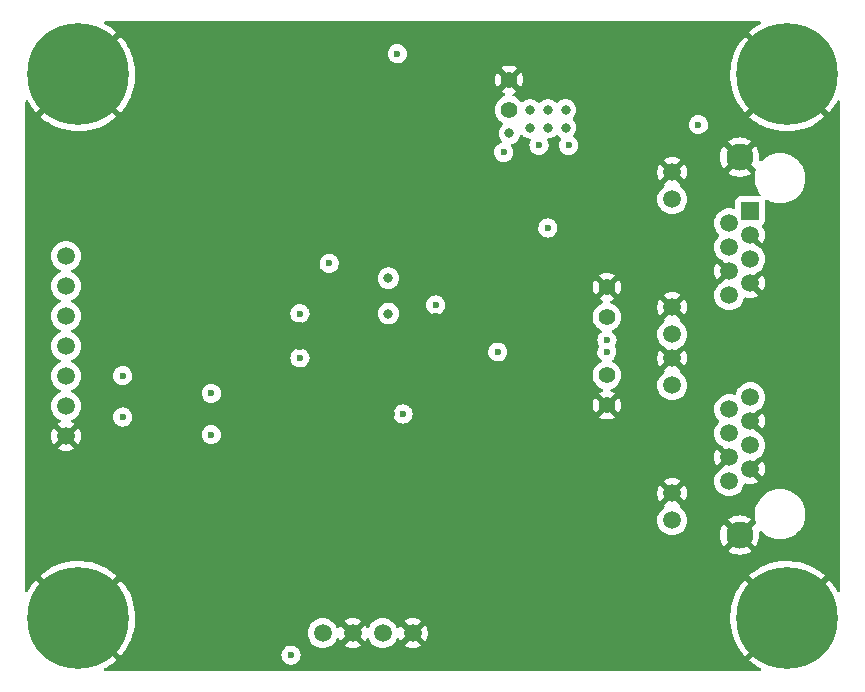
<source format=gbr>
%TF.GenerationSoftware,KiCad,Pcbnew,(6.0.1-0)*%
%TF.CreationDate,2022-12-13T14:32:30+01:00*%
%TF.ProjectId,CAN_Steppermodul,43414e5f-5374-4657-9070-65726d6f6475,rev?*%
%TF.SameCoordinates,Original*%
%TF.FileFunction,Copper,L2,Inr*%
%TF.FilePolarity,Positive*%
%FSLAX46Y46*%
G04 Gerber Fmt 4.6, Leading zero omitted, Abs format (unit mm)*
G04 Created by KiCad (PCBNEW (6.0.1-0)) date 2022-12-13 14:32:30*
%MOMM*%
%LPD*%
G01*
G04 APERTURE LIST*
%TA.AperFunction,ComponentPad*%
%ADD10C,8.600000*%
%TD*%
%TA.AperFunction,ComponentPad*%
%ADD11C,0.900000*%
%TD*%
%TA.AperFunction,ComponentPad*%
%ADD12C,1.400000*%
%TD*%
%TA.AperFunction,ComponentPad*%
%ADD13C,2.300000*%
%TD*%
%TA.AperFunction,ComponentPad*%
%ADD14C,1.500000*%
%TD*%
%TA.AperFunction,ComponentPad*%
%ADD15R,1.500000X1.500000*%
%TD*%
%TA.AperFunction,ComponentPad*%
%ADD16C,1.508000*%
%TD*%
%TA.AperFunction,ViaPad*%
%ADD17C,0.800000*%
%TD*%
%TA.AperFunction,ViaPad*%
%ADD18C,0.600000*%
%TD*%
G04 APERTURE END LIST*
D10*
%TO.N,GND*%
%TO.C,H4*%
X178000000Y-76000000D03*
D11*
X178000000Y-79225000D03*
X175719581Y-78280419D03*
X180280419Y-73719581D03*
X180280419Y-78280419D03*
X174775000Y-76000000D03*
X175719581Y-73719581D03*
X178000000Y-72775000D03*
X181225000Y-76000000D03*
%TD*%
D10*
%TO.N,GND*%
%TO.C,H3*%
X118000000Y-76000000D03*
D11*
X118000000Y-79225000D03*
X115719581Y-78280419D03*
X120280419Y-73719581D03*
X120280419Y-78280419D03*
X114775000Y-76000000D03*
X115719581Y-73719581D03*
X118000000Y-72775000D03*
X121225000Y-76000000D03*
%TD*%
D10*
%TO.N,GND*%
%TO.C,H2*%
X118000000Y-122000000D03*
D11*
X118000000Y-125225000D03*
X115719581Y-124280419D03*
X120280419Y-119719581D03*
X120280419Y-124280419D03*
X114775000Y-122000000D03*
X115719581Y-119719581D03*
X118000000Y-118775000D03*
X121225000Y-122000000D03*
%TD*%
D10*
%TO.N,GND*%
%TO.C,H1*%
X178000000Y-122000000D03*
D11*
X178000000Y-125225000D03*
X175719581Y-124280419D03*
X180280419Y-119719581D03*
X180280419Y-124280419D03*
X174775000Y-122000000D03*
X175719581Y-119719581D03*
X178000000Y-118775000D03*
X181225000Y-122000000D03*
%TD*%
D12*
%TO.N,GND*%
%TO.C,TP3*%
X162750000Y-104000000D03*
%TO.N,/CAN-*%
X162750000Y-101460000D03*
%TD*%
%TO.N,GND*%
%TO.C,TP2*%
X162750000Y-94000000D03*
%TO.N,/CAN+*%
X162750000Y-96540000D03*
%TD*%
%TO.N,GND*%
%TO.C,TP1*%
X154460000Y-76460000D03*
%TO.N,+3V3*%
X154460000Y-79000000D03*
%TD*%
D13*
%TO.N,GND*%
%TO.C,J4*%
X173985000Y-83000000D03*
X173985000Y-115000000D03*
D14*
%TO.N,/LED4*%
X168275000Y-113740000D03*
%TO.N,GND*%
X168275000Y-111450000D03*
%TO.N,/LED3*%
X168275000Y-102310000D03*
%TO.N,GND*%
X168275000Y-100020000D03*
%TO.N,+24V*%
X173095000Y-110432000D03*
%TO.N,GND*%
X174875000Y-109416000D03*
X173095000Y-108400000D03*
%TO.N,unconnected-(J4-Pad17)*%
X174875000Y-107384000D03*
%TO.N,unconnected-(J4-Pad16)*%
X173095000Y-106368000D03*
%TO.N,GND*%
X174875000Y-105352000D03*
%TO.N,/CAN-*%
X173095000Y-104336000D03*
%TO.N,/CAN+*%
X174875000Y-103320000D03*
%TO.N,/LED2*%
X168275000Y-97990000D03*
%TO.N,GND*%
X168275000Y-95700000D03*
%TO.N,/LED1*%
X168275000Y-86560000D03*
%TO.N,GND*%
X168275000Y-84270000D03*
%TO.N,+24V*%
X173095000Y-94682000D03*
%TO.N,GND*%
X174875000Y-93666000D03*
X173095000Y-92650000D03*
%TO.N,unconnected-(J4-Pad5)*%
X174875000Y-91634000D03*
%TO.N,unconnected-(J4-Pad4)*%
X173095000Y-90618000D03*
%TO.N,GND*%
X174875000Y-89602000D03*
%TO.N,/CAN-*%
X173095000Y-88586000D03*
D15*
%TO.N,/CAN+*%
X174875000Y-87570000D03*
%TD*%
D16*
%TO.N,GND*%
%TO.C,J3*%
X146310000Y-123300000D03*
%TO.N,Net-(C11-Pad1)*%
X143770000Y-123300000D03*
%TO.N,GND*%
X141230000Y-123300000D03*
%TO.N,Net-(J3-Pad1)*%
X138690000Y-123300000D03*
%TD*%
%TO.N,GND*%
%TO.C,J2*%
X116950000Y-106620000D03*
%TO.N,/ALM+*%
X116950000Y-104080000D03*
%TO.N,/POS+*%
X116950000Y-101540000D03*
%TO.N,/ENA-*%
X116950000Y-99000000D03*
%TO.N,/DIR-*%
X116950000Y-96460000D03*
%TO.N,/PUL-*%
X116950000Y-93920000D03*
%TO.N,+24V*%
X116950000Y-91380000D03*
%TD*%
D17*
%TO.N,GND*%
X180000000Y-116000000D03*
X180000000Y-114000000D03*
X180000000Y-112000000D03*
X180000000Y-110000000D03*
X180000000Y-108000000D03*
X180000000Y-106000000D03*
X180000000Y-104000000D03*
X180000000Y-102000000D03*
X180000000Y-100000000D03*
X180000000Y-98000000D03*
X180000000Y-96000000D03*
X178000000Y-116000000D03*
X178000000Y-90000000D03*
X178000000Y-88000000D03*
X174000000Y-118000000D03*
X174000000Y-100000000D03*
X172000000Y-124000000D03*
X172000000Y-122000000D03*
X172000000Y-120000000D03*
X172000000Y-118000000D03*
X172000000Y-100000000D03*
X172000000Y-78000000D03*
X172000000Y-76000000D03*
X172000000Y-74000000D03*
X170000000Y-124000000D03*
X170000000Y-122000000D03*
X170000000Y-112000000D03*
X170000000Y-100000000D03*
X170000000Y-96000000D03*
X170000000Y-78000000D03*
X170000000Y-76000000D03*
X170000000Y-74000000D03*
X168000000Y-124000000D03*
X168000000Y-94000000D03*
X168000000Y-82000000D03*
X168000000Y-80000000D03*
X168000000Y-78000000D03*
X168000000Y-76000000D03*
X168000000Y-74000000D03*
X166000000Y-120000000D03*
X166000000Y-116000000D03*
X166000000Y-114000000D03*
X166000000Y-112000000D03*
X166000000Y-86000000D03*
X166000000Y-84000000D03*
X166000000Y-82000000D03*
X166000000Y-80000000D03*
X166000000Y-78000000D03*
X166000000Y-76000000D03*
X166000000Y-74000000D03*
X164000000Y-122000000D03*
X164000000Y-120000000D03*
X164000000Y-118000000D03*
X164000000Y-116000000D03*
X164000000Y-114000000D03*
X164000000Y-112000000D03*
X164000000Y-88000000D03*
X164000000Y-86000000D03*
X164000000Y-84000000D03*
X164000000Y-82000000D03*
X164000000Y-80000000D03*
X164000000Y-78000000D03*
X164000000Y-76000000D03*
X164000000Y-74000000D03*
X162000000Y-124000000D03*
X162000000Y-122000000D03*
X162000000Y-120000000D03*
X162000000Y-118000000D03*
X162000000Y-116000000D03*
X162000000Y-114000000D03*
X162000000Y-112000000D03*
X162000000Y-88000000D03*
X162000000Y-86000000D03*
X162000000Y-84000000D03*
X162000000Y-82000000D03*
X162000000Y-80000000D03*
X162000000Y-78000000D03*
X162000000Y-76000000D03*
X162000000Y-74000000D03*
X160000000Y-124000000D03*
X160000000Y-122000000D03*
X160000000Y-120000000D03*
X160000000Y-118000000D03*
X160000000Y-116000000D03*
X160000000Y-114000000D03*
X160000000Y-112000000D03*
X160000000Y-104000000D03*
X160000000Y-76000000D03*
X160000000Y-74000000D03*
X158000000Y-124000000D03*
X158000000Y-122000000D03*
X158000000Y-120000000D03*
X158000000Y-118000000D03*
X158000000Y-116000000D03*
X158000000Y-114000000D03*
X158000000Y-112000000D03*
X158000000Y-76000000D03*
X158000000Y-74000000D03*
X156000000Y-124000000D03*
X156000000Y-122000000D03*
X156000000Y-120000000D03*
X156000000Y-118000000D03*
X156000000Y-116000000D03*
X156000000Y-114000000D03*
X156000000Y-112000000D03*
X156000000Y-104000000D03*
X156000000Y-94000000D03*
X156000000Y-92000000D03*
X156000000Y-74000000D03*
X154000000Y-124000000D03*
X154000000Y-122000000D03*
X154000000Y-120000000D03*
X154000000Y-118000000D03*
X154000000Y-116000000D03*
X154000000Y-114000000D03*
X154000000Y-112000000D03*
X154000000Y-104000000D03*
X154000000Y-94000000D03*
X154000000Y-92000000D03*
X154000000Y-74000000D03*
X152000000Y-124000000D03*
X152000000Y-122000000D03*
X152000000Y-120000000D03*
X152000000Y-118000000D03*
X152000000Y-116000000D03*
X152000000Y-114000000D03*
X152000000Y-112000000D03*
X152000000Y-104000000D03*
X152000000Y-102000000D03*
X152000000Y-96000000D03*
X152000000Y-94000000D03*
X152000000Y-92000000D03*
X152000000Y-76000000D03*
X152000000Y-74000000D03*
X150000000Y-124000000D03*
X150000000Y-122000000D03*
X150000000Y-120000000D03*
X150000000Y-118000000D03*
X150000000Y-116000000D03*
X150000000Y-114000000D03*
X150000000Y-112000000D03*
X150000000Y-76000000D03*
X150000000Y-74000000D03*
X148000000Y-124000000D03*
X148000000Y-122000000D03*
X148000000Y-120000000D03*
X148000000Y-118000000D03*
X148000000Y-116000000D03*
X148000000Y-114000000D03*
X148000000Y-112000000D03*
X148000000Y-94000000D03*
X148000000Y-92000000D03*
X148000000Y-86000000D03*
X148000000Y-84000000D03*
X148000000Y-82000000D03*
X148000000Y-76000000D03*
X148000000Y-74000000D03*
X146000000Y-120000000D03*
X146000000Y-118000000D03*
X146000000Y-116000000D03*
X146000000Y-114000000D03*
X146000000Y-112000000D03*
X146000000Y-84000000D03*
X146000000Y-82000000D03*
X144000000Y-116000000D03*
X144000000Y-114000000D03*
X144000000Y-100000000D03*
X142000000Y-90000000D03*
X140000000Y-120000000D03*
X140000000Y-118000000D03*
X140000000Y-98000000D03*
X140000000Y-90000000D03*
X140000000Y-88000000D03*
X140000000Y-86000000D03*
X140000000Y-84000000D03*
X140000000Y-82000000D03*
X138000000Y-120000000D03*
X138000000Y-112000000D03*
X138000000Y-94000000D03*
X138000000Y-90000000D03*
X138000000Y-88000000D03*
X138000000Y-86000000D03*
X138000000Y-84000000D03*
X138000000Y-78000000D03*
X138000000Y-76000000D03*
X138000000Y-74000000D03*
X136000000Y-114000000D03*
X136000000Y-112000000D03*
X136000000Y-94000000D03*
X136000000Y-90000000D03*
X136000000Y-88000000D03*
X136000000Y-86000000D03*
X136000000Y-80000000D03*
X136000000Y-78000000D03*
X136000000Y-76000000D03*
X136000000Y-74000000D03*
X134000000Y-124000000D03*
X134000000Y-122000000D03*
X134000000Y-120000000D03*
X134000000Y-118000000D03*
X134000000Y-116000000D03*
X134000000Y-114000000D03*
X134000000Y-112000000D03*
X134000000Y-82000000D03*
X134000000Y-80000000D03*
X134000000Y-78000000D03*
X134000000Y-76000000D03*
X134000000Y-74000000D03*
X132000000Y-124000000D03*
X132000000Y-122000000D03*
X132000000Y-120000000D03*
X132000000Y-118000000D03*
X132000000Y-116000000D03*
X132000000Y-114000000D03*
X132000000Y-112000000D03*
X132000000Y-84000000D03*
X132000000Y-82000000D03*
X132000000Y-80000000D03*
X132000000Y-78000000D03*
X132000000Y-76000000D03*
X132000000Y-74000000D03*
X130000000Y-124000000D03*
X130000000Y-122000000D03*
X130000000Y-120000000D03*
X130000000Y-118000000D03*
X130000000Y-116000000D03*
X130000000Y-114000000D03*
X130000000Y-112000000D03*
X130000000Y-90000000D03*
X130000000Y-88000000D03*
X130000000Y-86000000D03*
X130000000Y-84000000D03*
X130000000Y-82000000D03*
X130000000Y-80000000D03*
X130000000Y-78000000D03*
X130000000Y-76000000D03*
X130000000Y-74000000D03*
X128000000Y-124000000D03*
X128000000Y-122000000D03*
X128000000Y-120000000D03*
X128000000Y-118000000D03*
X128000000Y-116000000D03*
X128000000Y-114000000D03*
X128000000Y-112000000D03*
X128000000Y-88000000D03*
X128000000Y-86000000D03*
X128000000Y-84000000D03*
X128000000Y-82000000D03*
X128000000Y-80000000D03*
X128000000Y-78000000D03*
X128000000Y-76000000D03*
X128000000Y-74000000D03*
X126000000Y-124000000D03*
X126000000Y-122000000D03*
X126000000Y-120000000D03*
X126000000Y-118000000D03*
X126000000Y-116000000D03*
X126000000Y-114000000D03*
X126000000Y-112000000D03*
X126000000Y-88000000D03*
X126000000Y-86000000D03*
X126000000Y-84000000D03*
X126000000Y-82000000D03*
X126000000Y-80000000D03*
X126000000Y-78000000D03*
X126000000Y-76000000D03*
X126000000Y-74000000D03*
X124000000Y-124000000D03*
X124000000Y-122000000D03*
X124000000Y-120000000D03*
X124000000Y-118000000D03*
X124000000Y-116000000D03*
X124000000Y-114000000D03*
X124000000Y-112000000D03*
X124000000Y-94000000D03*
X124000000Y-90000000D03*
X124000000Y-88000000D03*
X124000000Y-86000000D03*
X124000000Y-84000000D03*
X124000000Y-82000000D03*
X124000000Y-80000000D03*
X124000000Y-78000000D03*
X124000000Y-76000000D03*
X124000000Y-74000000D03*
X122000000Y-118000000D03*
X122000000Y-116000000D03*
X122000000Y-114000000D03*
X122000000Y-112000000D03*
X122000000Y-88000000D03*
X122000000Y-86000000D03*
X122000000Y-84000000D03*
X122000000Y-82000000D03*
X122000000Y-80000000D03*
X120000000Y-116000000D03*
X120000000Y-114000000D03*
X120000000Y-112000000D03*
X120000000Y-110000000D03*
X120000000Y-90000000D03*
X120000000Y-88000000D03*
X120000000Y-86000000D03*
X120000000Y-84000000D03*
X120000000Y-82000000D03*
X118000000Y-116000000D03*
X118000000Y-114000000D03*
X118000000Y-112000000D03*
X118000000Y-110000000D03*
X118000000Y-88000000D03*
X118000000Y-86000000D03*
X118000000Y-84000000D03*
X118000000Y-82000000D03*
X116000000Y-116000000D03*
X116000000Y-114000000D03*
X116000000Y-112000000D03*
X116000000Y-110000000D03*
X116000000Y-88000000D03*
X116000000Y-86000000D03*
X116000000Y-84000000D03*
X116000000Y-82000000D03*
D18*
X142000000Y-119000000D03*
X124250000Y-106510000D03*
X124250000Y-103010000D03*
X127250000Y-98490000D03*
X127250000Y-94990000D03*
X127250000Y-91490000D03*
X140000000Y-74250000D03*
X142500000Y-74250000D03*
X143750000Y-74250000D03*
%TO.N,+3V3*%
X145000000Y-74250000D03*
X136755000Y-100000000D03*
%TO.N,GND*%
X136755000Y-99040000D03*
X136750000Y-97250000D03*
%TO.N,+3V3*%
X136755000Y-96250000D03*
X129250000Y-103000000D03*
X129250000Y-106500000D03*
%TO.N,GND*%
X144525000Y-104750000D03*
%TO.N,+3V3*%
X145485000Y-104750000D03*
X154000000Y-82600000D03*
X159500000Y-82000000D03*
X157000000Y-82000000D03*
X139230000Y-92000000D03*
%TO.N,GND*%
X140765000Y-92015000D03*
X143000000Y-91750000D03*
%TO.N,+24V*%
X170500000Y-80250000D03*
%TO.N,GND*%
X159500000Y-87000000D03*
X159500000Y-86000000D03*
X158250000Y-86000000D03*
X157000000Y-86000000D03*
X157750000Y-87000000D03*
X159500000Y-85000000D03*
X158250000Y-85000000D03*
X157000000Y-85000000D03*
%TO.N,+24V*%
X157750000Y-89000000D03*
%TO.N,GND*%
X159250000Y-95750000D03*
%TO.N,+3V3*%
X148255000Y-95520000D03*
%TO.N,GND*%
X148255000Y-96480000D03*
%TO.N,+3V3*%
X153510000Y-99490000D03*
%TO.N,GND*%
X153510000Y-98510000D03*
%TO.N,/CAN+*%
X162750000Y-98500000D03*
%TO.N,/CAN-*%
X162745000Y-99505000D03*
%TO.N,+24V*%
X136000000Y-125162500D03*
X121750000Y-101500000D03*
X121750000Y-105000000D03*
D17*
%TO.N,+3V3*%
X154500000Y-81000000D03*
X156250000Y-80500000D03*
X157750000Y-80500000D03*
X159250000Y-80500000D03*
X159250000Y-79000000D03*
X157750000Y-79000000D03*
X156250000Y-79000000D03*
%TO.N,/NRST*%
X144250000Y-96250000D03*
X144250000Y-93250000D03*
%TD*%
%TA.AperFunction,Conductor*%
%TO.N,GND*%
G36*
X175763038Y-71528002D02*
G01*
X175809531Y-71581658D01*
X175819635Y-71651932D01*
X175790141Y-71716512D01*
X175757631Y-71743284D01*
X175423581Y-71934984D01*
X175418848Y-71937987D01*
X175072420Y-72180109D01*
X175067979Y-72183517D01*
X174796476Y-72411739D01*
X174788031Y-72424456D01*
X174794139Y-72434929D01*
X175193493Y-72834283D01*
X175719580Y-73360371D01*
X176604878Y-74245668D01*
X180280419Y-77921209D01*
X181165717Y-78806506D01*
X181562145Y-79202934D01*
X181575903Y-79210446D01*
X181585263Y-79203989D01*
X181754244Y-79011303D01*
X181757744Y-79006935D01*
X182007073Y-78665645D01*
X182010168Y-78660987D01*
X182228160Y-78298903D01*
X182230841Y-78293964D01*
X182252704Y-78249039D01*
X182300498Y-78196539D01*
X182369088Y-78178213D01*
X182436698Y-78199878D01*
X182481862Y-78254658D01*
X182492000Y-78304175D01*
X182492000Y-119701350D01*
X182471998Y-119769471D01*
X182418342Y-119815964D01*
X182348068Y-119826068D01*
X182283488Y-119796574D01*
X182254800Y-119760601D01*
X182143931Y-119552526D01*
X182141085Y-119547713D01*
X181909974Y-119193865D01*
X181906692Y-119189297D01*
X181645030Y-118857380D01*
X181641382Y-118853155D01*
X181588103Y-118796715D01*
X181574389Y-118788705D01*
X181573517Y-118788742D01*
X181565438Y-118793772D01*
X181165717Y-119193493D01*
X180280419Y-120078790D01*
X179754332Y-120604878D01*
X176604879Y-123754331D01*
X175719581Y-124639628D01*
X175193494Y-125165716D01*
X174796736Y-125562474D01*
X174789122Y-125576418D01*
X174789171Y-125577110D01*
X174794617Y-125585274D01*
X174872268Y-125657812D01*
X174876507Y-125661433D01*
X175209802Y-125921363D01*
X175214359Y-125924602D01*
X175569448Y-126153880D01*
X175574250Y-126156686D01*
X175760147Y-126254491D01*
X175811120Y-126303911D01*
X175827283Y-126373043D01*
X175803504Y-126439939D01*
X175747334Y-126483360D01*
X175701480Y-126492000D01*
X120299061Y-126492000D01*
X120230940Y-126471998D01*
X120184447Y-126418342D01*
X120174343Y-126348068D01*
X120203837Y-126283488D01*
X120239229Y-126255112D01*
X120469131Y-126131063D01*
X120473935Y-126128188D01*
X120826563Y-125895231D01*
X120831126Y-125891916D01*
X121161658Y-125628529D01*
X121165873Y-125624852D01*
X121203823Y-125588649D01*
X121211763Y-125574890D01*
X121211713Y-125573843D01*
X121206822Y-125566032D01*
X120806507Y-125165717D01*
X119921210Y-124280419D01*
X119395122Y-123754332D01*
X117641922Y-122001132D01*
X118364408Y-122001132D01*
X118364539Y-122002965D01*
X118368790Y-122009580D01*
X119754331Y-123395121D01*
X120257610Y-123898401D01*
X120280418Y-123921209D01*
X121165716Y-124806506D01*
X121562142Y-125202932D01*
X121575903Y-125210446D01*
X121585263Y-125203989D01*
X121631610Y-125151140D01*
X135186463Y-125151140D01*
X135204163Y-125331660D01*
X135261418Y-125503773D01*
X135265065Y-125509795D01*
X135265066Y-125509797D01*
X135304488Y-125574890D01*
X135355380Y-125658924D01*
X135360269Y-125663987D01*
X135360270Y-125663988D01*
X135381027Y-125685482D01*
X135481382Y-125789402D01*
X135633159Y-125888722D01*
X135639763Y-125891178D01*
X135639765Y-125891179D01*
X135796558Y-125949490D01*
X135796560Y-125949490D01*
X135803168Y-125951948D01*
X135886995Y-125963133D01*
X135975980Y-125975007D01*
X135975984Y-125975007D01*
X135982961Y-125975938D01*
X135989972Y-125975300D01*
X135989976Y-125975300D01*
X136132459Y-125962332D01*
X136163600Y-125959498D01*
X136170302Y-125957320D01*
X136170304Y-125957320D01*
X136329409Y-125905624D01*
X136329412Y-125905623D01*
X136336108Y-125903447D01*
X136491912Y-125810569D01*
X136623266Y-125685482D01*
X136723643Y-125534402D01*
X136765423Y-125424417D01*
X136785555Y-125371420D01*
X136785556Y-125371418D01*
X136788055Y-125364838D01*
X136789035Y-125357866D01*
X136812748Y-125189139D01*
X136812748Y-125189136D01*
X136813299Y-125185217D01*
X136813616Y-125162500D01*
X136793397Y-124982245D01*
X136791080Y-124975591D01*
X136736064Y-124817606D01*
X136736062Y-124817603D01*
X136733745Y-124810948D01*
X136666188Y-124702833D01*
X136641359Y-124663098D01*
X136637626Y-124657124D01*
X136557568Y-124576505D01*
X136514778Y-124533415D01*
X136514774Y-124533412D01*
X136509815Y-124528418D01*
X136498697Y-124521362D01*
X136446282Y-124488099D01*
X136356666Y-124431227D01*
X136327463Y-124420828D01*
X136192425Y-124372743D01*
X136192420Y-124372742D01*
X136185790Y-124370381D01*
X136178802Y-124369548D01*
X136178799Y-124369547D01*
X136040315Y-124353034D01*
X136005680Y-124348904D01*
X135998677Y-124349640D01*
X135998676Y-124349640D01*
X135832288Y-124367128D01*
X135832286Y-124367129D01*
X135825288Y-124367864D01*
X135653579Y-124426318D01*
X135647575Y-124430012D01*
X135505095Y-124517666D01*
X135505092Y-124517668D01*
X135499088Y-124521362D01*
X135494053Y-124526293D01*
X135494050Y-124526295D01*
X135378319Y-124639628D01*
X135369493Y-124648271D01*
X135271235Y-124800738D01*
X135268826Y-124807358D01*
X135268824Y-124807361D01*
X135236707Y-124895601D01*
X135209197Y-124971185D01*
X135186463Y-125151140D01*
X121631610Y-125151140D01*
X121754244Y-125011303D01*
X121757744Y-125006935D01*
X122007073Y-124665645D01*
X122010168Y-124660987D01*
X122228160Y-124298903D01*
X122230841Y-124293964D01*
X122415779Y-123913946D01*
X122418014Y-123908780D01*
X122568442Y-123513815D01*
X122570201Y-123508496D01*
X122629003Y-123300000D01*
X137422677Y-123300000D01*
X137441930Y-123520068D01*
X137499106Y-123733450D01*
X137501428Y-123738431D01*
X137501429Y-123738432D01*
X137586660Y-123921209D01*
X137592466Y-123933661D01*
X137719174Y-124114620D01*
X137875380Y-124270826D01*
X137879888Y-124273983D01*
X137879891Y-124273985D01*
X138051208Y-124393942D01*
X138056338Y-124397534D01*
X138061320Y-124399857D01*
X138061325Y-124399860D01*
X138250556Y-124488099D01*
X138256550Y-124490894D01*
X138261858Y-124492316D01*
X138261860Y-124492317D01*
X138327252Y-124509839D01*
X138469932Y-124548070D01*
X138690000Y-124567323D01*
X138910068Y-124548070D01*
X139052748Y-124509839D01*
X139118140Y-124492317D01*
X139118142Y-124492316D01*
X139123450Y-124490894D01*
X139129444Y-124488099D01*
X139318675Y-124399860D01*
X139318680Y-124399857D01*
X139323662Y-124397534D01*
X139328792Y-124393942D01*
X139387215Y-124353034D01*
X140541521Y-124353034D01*
X140550817Y-124365049D01*
X140592081Y-124393942D01*
X140601576Y-124399425D01*
X140791740Y-124488099D01*
X140802032Y-124491845D01*
X141004704Y-124546151D01*
X141015499Y-124548054D01*
X141224525Y-124566342D01*
X141235475Y-124566342D01*
X141444501Y-124548054D01*
X141455296Y-124546151D01*
X141657968Y-124491845D01*
X141668260Y-124488099D01*
X141858424Y-124399425D01*
X141867919Y-124393942D01*
X141910021Y-124364462D01*
X141918396Y-124353985D01*
X141911328Y-124340538D01*
X141242812Y-123672022D01*
X141228868Y-123664408D01*
X141227035Y-123664539D01*
X141220420Y-123668790D01*
X140547951Y-124341259D01*
X140541521Y-124353034D01*
X139387215Y-124353034D01*
X139500109Y-124273985D01*
X139500112Y-124273983D01*
X139504620Y-124270826D01*
X139660826Y-124114620D01*
X139787534Y-123933661D01*
X139793341Y-123921209D01*
X139846081Y-123808107D01*
X139892998Y-123754822D01*
X139961276Y-123735361D01*
X140029236Y-123755903D01*
X140074471Y-123808107D01*
X140130576Y-123928425D01*
X140136055Y-123937915D01*
X140165539Y-123980022D01*
X140176015Y-123988396D01*
X140189463Y-123981327D01*
X140857978Y-123312812D01*
X140864356Y-123301132D01*
X141594408Y-123301132D01*
X141594539Y-123302965D01*
X141598790Y-123309580D01*
X142271259Y-123982049D01*
X142283033Y-123988479D01*
X142295049Y-123979183D01*
X142323945Y-123937915D01*
X142329424Y-123928425D01*
X142385529Y-123808107D01*
X142432446Y-123754822D01*
X142500724Y-123735361D01*
X142568684Y-123755903D01*
X142613919Y-123808107D01*
X142666660Y-123921209D01*
X142672466Y-123933661D01*
X142799174Y-124114620D01*
X142955380Y-124270826D01*
X142959888Y-124273983D01*
X142959891Y-124273985D01*
X143131208Y-124393942D01*
X143136338Y-124397534D01*
X143141320Y-124399857D01*
X143141325Y-124399860D01*
X143330556Y-124488099D01*
X143336550Y-124490894D01*
X143341858Y-124492316D01*
X143341860Y-124492317D01*
X143407252Y-124509839D01*
X143549932Y-124548070D01*
X143770000Y-124567323D01*
X143990068Y-124548070D01*
X144132748Y-124509839D01*
X144198140Y-124492317D01*
X144198142Y-124492316D01*
X144203450Y-124490894D01*
X144209444Y-124488099D01*
X144398675Y-124399860D01*
X144398680Y-124399857D01*
X144403662Y-124397534D01*
X144408792Y-124393942D01*
X144467215Y-124353034D01*
X145621521Y-124353034D01*
X145630817Y-124365049D01*
X145672081Y-124393942D01*
X145681576Y-124399425D01*
X145871740Y-124488099D01*
X145882032Y-124491845D01*
X146084704Y-124546151D01*
X146095499Y-124548054D01*
X146304525Y-124566342D01*
X146315475Y-124566342D01*
X146524501Y-124548054D01*
X146535296Y-124546151D01*
X146737968Y-124491845D01*
X146748260Y-124488099D01*
X146938424Y-124399425D01*
X146947919Y-124393942D01*
X146990021Y-124364462D01*
X146998396Y-124353985D01*
X146991328Y-124340538D01*
X146322812Y-123672022D01*
X146308868Y-123664408D01*
X146307035Y-123664539D01*
X146300420Y-123668790D01*
X145627951Y-124341259D01*
X145621521Y-124353034D01*
X144467215Y-124353034D01*
X144580109Y-124273985D01*
X144580112Y-124273983D01*
X144584620Y-124270826D01*
X144740826Y-124114620D01*
X144867534Y-123933661D01*
X144873341Y-123921209D01*
X144926081Y-123808107D01*
X144972998Y-123754822D01*
X145041276Y-123735361D01*
X145109236Y-123755903D01*
X145154471Y-123808107D01*
X145210576Y-123928425D01*
X145216055Y-123937915D01*
X145245539Y-123980022D01*
X145256015Y-123988396D01*
X145269463Y-123981327D01*
X145937978Y-123312812D01*
X145944356Y-123301132D01*
X146674408Y-123301132D01*
X146674539Y-123302965D01*
X146678790Y-123309580D01*
X147351259Y-123982049D01*
X147363033Y-123988479D01*
X147375049Y-123979183D01*
X147403945Y-123937915D01*
X147409423Y-123928425D01*
X147498099Y-123738260D01*
X147501845Y-123727968D01*
X147556151Y-123525296D01*
X147558054Y-123514501D01*
X147576342Y-123305475D01*
X147576342Y-123294525D01*
X147558054Y-123085499D01*
X147556151Y-123074704D01*
X147501845Y-122872032D01*
X147498099Y-122861740D01*
X147409423Y-122671575D01*
X147403945Y-122662085D01*
X147374461Y-122619978D01*
X147363985Y-122611604D01*
X147350537Y-122618673D01*
X146682022Y-123287188D01*
X146674408Y-123301132D01*
X145944356Y-123301132D01*
X145945592Y-123298868D01*
X145945461Y-123297035D01*
X145941210Y-123290420D01*
X145268741Y-122617951D01*
X145256967Y-122611521D01*
X145244951Y-122620817D01*
X145216055Y-122662085D01*
X145210576Y-122671575D01*
X145154471Y-122791893D01*
X145107554Y-122845178D01*
X145039276Y-122864639D01*
X144971316Y-122844097D01*
X144926081Y-122791893D01*
X144869857Y-122671320D01*
X144869855Y-122671317D01*
X144867534Y-122666339D01*
X144740826Y-122485380D01*
X144584620Y-122329174D01*
X144580112Y-122326017D01*
X144580109Y-122326015D01*
X144465857Y-122246015D01*
X145621604Y-122246015D01*
X145628673Y-122259463D01*
X146297188Y-122927978D01*
X146311132Y-122935592D01*
X146312965Y-122935461D01*
X146319580Y-122931210D01*
X146992049Y-122258741D01*
X146998479Y-122246966D01*
X146989183Y-122234951D01*
X146947919Y-122206058D01*
X146938424Y-122200575D01*
X146748260Y-122111901D01*
X146737968Y-122108155D01*
X146535296Y-122053849D01*
X146524501Y-122051946D01*
X146315475Y-122033658D01*
X146304525Y-122033658D01*
X146095499Y-122051946D01*
X146084704Y-122053849D01*
X145882032Y-122108155D01*
X145871740Y-122111901D01*
X145681575Y-122200577D01*
X145672085Y-122206055D01*
X145629978Y-122235539D01*
X145621604Y-122246015D01*
X144465857Y-122246015D01*
X144408171Y-122205623D01*
X144408168Y-122205621D01*
X144403662Y-122202466D01*
X144398680Y-122200143D01*
X144398675Y-122200140D01*
X144208432Y-122111429D01*
X144208431Y-122111429D01*
X144203450Y-122109106D01*
X144198142Y-122107684D01*
X144198140Y-122107683D01*
X144132748Y-122090161D01*
X143990068Y-122051930D01*
X143770000Y-122032677D01*
X143549932Y-122051930D01*
X143407252Y-122090161D01*
X143341860Y-122107683D01*
X143341858Y-122107684D01*
X143336550Y-122109106D01*
X143331569Y-122111428D01*
X143331568Y-122111429D01*
X143141320Y-122200143D01*
X143141317Y-122200145D01*
X143136339Y-122202466D01*
X142955380Y-122329174D01*
X142799174Y-122485380D01*
X142672466Y-122666339D01*
X142670145Y-122671317D01*
X142670143Y-122671320D01*
X142613919Y-122791893D01*
X142567002Y-122845178D01*
X142498724Y-122864639D01*
X142430764Y-122844097D01*
X142385529Y-122791893D01*
X142329424Y-122671575D01*
X142323945Y-122662085D01*
X142294461Y-122619978D01*
X142283985Y-122611604D01*
X142270537Y-122618673D01*
X141602022Y-123287188D01*
X141594408Y-123301132D01*
X140864356Y-123301132D01*
X140865592Y-123298868D01*
X140865461Y-123297035D01*
X140861210Y-123290420D01*
X140188741Y-122617951D01*
X140176967Y-122611521D01*
X140164951Y-122620817D01*
X140136055Y-122662085D01*
X140130576Y-122671575D01*
X140074471Y-122791893D01*
X140027554Y-122845178D01*
X139959276Y-122864639D01*
X139891316Y-122844097D01*
X139846081Y-122791893D01*
X139789857Y-122671320D01*
X139789855Y-122671317D01*
X139787534Y-122666339D01*
X139660826Y-122485380D01*
X139504620Y-122329174D01*
X139500112Y-122326017D01*
X139500109Y-122326015D01*
X139385857Y-122246015D01*
X140541604Y-122246015D01*
X140548673Y-122259463D01*
X141217188Y-122927978D01*
X141231132Y-122935592D01*
X141232965Y-122935461D01*
X141239580Y-122931210D01*
X141912049Y-122258741D01*
X141918479Y-122246966D01*
X141909183Y-122234951D01*
X141867919Y-122206058D01*
X141858424Y-122200575D01*
X141668260Y-122111901D01*
X141657968Y-122108155D01*
X141455296Y-122053849D01*
X141444501Y-122051946D01*
X141235475Y-122033658D01*
X141224525Y-122033658D01*
X141015499Y-122051946D01*
X141004704Y-122053849D01*
X140802032Y-122108155D01*
X140791740Y-122111901D01*
X140601575Y-122200577D01*
X140592085Y-122206055D01*
X140549978Y-122235539D01*
X140541604Y-122246015D01*
X139385857Y-122246015D01*
X139328171Y-122205623D01*
X139328168Y-122205621D01*
X139323662Y-122202466D01*
X139318680Y-122200143D01*
X139318675Y-122200140D01*
X139128432Y-122111429D01*
X139128431Y-122111429D01*
X139123450Y-122109106D01*
X139118142Y-122107684D01*
X139118140Y-122107683D01*
X139052748Y-122090161D01*
X138910068Y-122051930D01*
X138690000Y-122032677D01*
X138469932Y-122051930D01*
X138327252Y-122090161D01*
X138261860Y-122107683D01*
X138261858Y-122107684D01*
X138256550Y-122109106D01*
X138251569Y-122111428D01*
X138251568Y-122111429D01*
X138061320Y-122200143D01*
X138061317Y-122200145D01*
X138056339Y-122202466D01*
X137875380Y-122329174D01*
X137719174Y-122485380D01*
X137592466Y-122666339D01*
X137499106Y-122866550D01*
X137441930Y-123079932D01*
X137422677Y-123300000D01*
X122629003Y-123300000D01*
X122684920Y-123101730D01*
X122686204Y-123096259D01*
X122764315Y-122680883D01*
X122765102Y-122675346D01*
X122806035Y-122254102D01*
X122806308Y-122249665D01*
X122812788Y-122002233D01*
X122812746Y-121997762D01*
X122807360Y-121876825D01*
X173188855Y-121876825D01*
X173196600Y-122299410D01*
X173196950Y-122304976D01*
X173242231Y-122725208D01*
X173243078Y-122730746D01*
X173325535Y-123145286D01*
X173326864Y-123150698D01*
X173445852Y-123556289D01*
X173447658Y-123561564D01*
X173602219Y-123954948D01*
X173604501Y-123960072D01*
X173793416Y-124338150D01*
X173796140Y-124343043D01*
X174017917Y-124702833D01*
X174021068Y-124707469D01*
X174273955Y-125046127D01*
X174277488Y-125050444D01*
X174413222Y-125201988D01*
X174426717Y-125210351D01*
X174436128Y-125204662D01*
X174834283Y-124806507D01*
X175719581Y-123921210D01*
X175742389Y-123898402D01*
X176245668Y-123395122D01*
X177627978Y-122012812D01*
X177635592Y-121998868D01*
X177635461Y-121997035D01*
X177631210Y-121990420D01*
X176245669Y-120604879D01*
X175360372Y-119719581D01*
X174834284Y-119193494D01*
X174435561Y-118794771D01*
X174422253Y-118787504D01*
X174412214Y-118794626D01*
X174168223Y-119087994D01*
X174164828Y-119092467D01*
X173924528Y-119440152D01*
X173921549Y-119444902D01*
X173713106Y-119812575D01*
X173710562Y-119817568D01*
X173535629Y-120202312D01*
X173533538Y-120207511D01*
X173393498Y-120606290D01*
X173391877Y-120611659D01*
X173287840Y-121021303D01*
X173286706Y-121026776D01*
X173219496Y-121444054D01*
X173218851Y-121449632D01*
X173189002Y-121871204D01*
X173188855Y-121876825D01*
X122807360Y-121876825D01*
X122793917Y-121574973D01*
X122793419Y-121569386D01*
X122737155Y-121150499D01*
X122736162Y-121144976D01*
X122642883Y-120732748D01*
X122641410Y-120727361D01*
X122511847Y-120325025D01*
X122509910Y-120319815D01*
X122345098Y-119930599D01*
X122342683Y-119925536D01*
X122143936Y-119552535D01*
X122141085Y-119547713D01*
X121909974Y-119193865D01*
X121906692Y-119189297D01*
X121645030Y-118857380D01*
X121641382Y-118853155D01*
X121588103Y-118796715D01*
X121574389Y-118788705D01*
X121573517Y-118788742D01*
X121565438Y-118793772D01*
X121165717Y-119193493D01*
X120280419Y-120078790D01*
X119754332Y-120604878D01*
X118372022Y-121987188D01*
X118364408Y-122001132D01*
X117641922Y-122001132D01*
X116245669Y-120604879D01*
X115360372Y-119719581D01*
X114834284Y-119193494D01*
X114435561Y-118794771D01*
X114422253Y-118787504D01*
X114412214Y-118794626D01*
X114168223Y-119087994D01*
X114164828Y-119092467D01*
X113924528Y-119440152D01*
X113921549Y-119444902D01*
X113743611Y-119758767D01*
X113692614Y-119808162D01*
X113623009Y-119822146D01*
X113556892Y-119796277D01*
X113515257Y-119738771D01*
X113508000Y-119696626D01*
X113508000Y-118424456D01*
X114788031Y-118424456D01*
X114794139Y-118434929D01*
X115193493Y-118834283D01*
X115719580Y-119360371D01*
X116604878Y-120245668D01*
X117987188Y-121627978D01*
X118001132Y-121635592D01*
X118002965Y-121635461D01*
X118009580Y-121631210D01*
X119395121Y-120245669D01*
X120280419Y-119360372D01*
X120806506Y-118834284D01*
X121202754Y-118438036D01*
X121210169Y-118424456D01*
X174788031Y-118424456D01*
X174794139Y-118434929D01*
X175193493Y-118834283D01*
X175719580Y-119360371D01*
X176604878Y-120245668D01*
X177987188Y-121627978D01*
X178001132Y-121635592D01*
X178002965Y-121635461D01*
X178009580Y-121631210D01*
X179395121Y-120245669D01*
X180280419Y-119360372D01*
X180806506Y-118834284D01*
X181202754Y-118438036D01*
X181210316Y-118424187D01*
X181203987Y-118414962D01*
X181030928Y-118261582D01*
X181026561Y-118258046D01*
X180686600Y-118006948D01*
X180681947Y-118003821D01*
X180320995Y-117783926D01*
X180316094Y-117781232D01*
X179937027Y-117594297D01*
X179931904Y-117592048D01*
X179537707Y-117439545D01*
X179532417Y-117437765D01*
X179126218Y-117320904D01*
X179120794Y-117319602D01*
X178705822Y-117239316D01*
X178700293Y-117238500D01*
X178279828Y-117195420D01*
X178274247Y-117195098D01*
X177851635Y-117189566D01*
X177846024Y-117189742D01*
X177424593Y-117221800D01*
X177419036Y-117222472D01*
X177002128Y-117291864D01*
X176996631Y-117293032D01*
X176587547Y-117399209D01*
X176582181Y-117400861D01*
X176184153Y-117542983D01*
X176178965Y-117545100D01*
X175795133Y-117722050D01*
X175790164Y-117724614D01*
X175423581Y-117934984D01*
X175418848Y-117937987D01*
X175072420Y-118180109D01*
X175067979Y-118183517D01*
X174796476Y-118411739D01*
X174788031Y-118424456D01*
X121210169Y-118424456D01*
X121210316Y-118424187D01*
X121203987Y-118414962D01*
X121030928Y-118261582D01*
X121026561Y-118258046D01*
X120686600Y-118006948D01*
X120681947Y-118003821D01*
X120320995Y-117783926D01*
X120316094Y-117781232D01*
X119937027Y-117594297D01*
X119931904Y-117592048D01*
X119537707Y-117439545D01*
X119532417Y-117437765D01*
X119126218Y-117320904D01*
X119120794Y-117319602D01*
X118705822Y-117239316D01*
X118700293Y-117238500D01*
X118279828Y-117195420D01*
X118274247Y-117195098D01*
X117851635Y-117189566D01*
X117846024Y-117189742D01*
X117424593Y-117221800D01*
X117419036Y-117222472D01*
X117002128Y-117291864D01*
X116996631Y-117293032D01*
X116587547Y-117399209D01*
X116582181Y-117400861D01*
X116184153Y-117542983D01*
X116178965Y-117545100D01*
X115795133Y-117722050D01*
X115790164Y-117724614D01*
X115423581Y-117934984D01*
X115418848Y-117937987D01*
X115072420Y-118180109D01*
X115067979Y-118183517D01*
X114796476Y-118411739D01*
X114788031Y-118424456D01*
X113508000Y-118424456D01*
X113508000Y-116342204D01*
X173008151Y-116342204D01*
X173012720Y-116348735D01*
X173225736Y-116479271D01*
X173234530Y-116483752D01*
X173466492Y-116579834D01*
X173475877Y-116582883D01*
X173720017Y-116641496D01*
X173729764Y-116643039D01*
X173980070Y-116662739D01*
X173989930Y-116662739D01*
X174240236Y-116643039D01*
X174249983Y-116641496D01*
X174494123Y-116582883D01*
X174503508Y-116579834D01*
X174735470Y-116483752D01*
X174744264Y-116479271D01*
X174955875Y-116349596D01*
X174961922Y-116340330D01*
X174955915Y-116330125D01*
X173997812Y-115372022D01*
X173983868Y-115364408D01*
X173982035Y-115364539D01*
X173975420Y-115368790D01*
X173015544Y-116328666D01*
X173008151Y-116342204D01*
X113508000Y-116342204D01*
X113508000Y-115004930D01*
X172322261Y-115004930D01*
X172341961Y-115255236D01*
X172343504Y-115264983D01*
X172402117Y-115509123D01*
X172405166Y-115518508D01*
X172501248Y-115750470D01*
X172505729Y-115759264D01*
X172635404Y-115970875D01*
X172644670Y-115976922D01*
X172654875Y-115970915D01*
X173612978Y-115012812D01*
X173619356Y-115001132D01*
X174349408Y-115001132D01*
X174349539Y-115002965D01*
X174353790Y-115009580D01*
X175313666Y-115969456D01*
X175327204Y-115976849D01*
X175333735Y-115972280D01*
X175464271Y-115759264D01*
X175468752Y-115750470D01*
X175564834Y-115518508D01*
X175567883Y-115509123D01*
X175626496Y-115264983D01*
X175628039Y-115255236D01*
X175647739Y-115004930D01*
X175647739Y-114995070D01*
X175630893Y-114781022D01*
X175645489Y-114711542D01*
X175695332Y-114660982D01*
X175764596Y-114645396D01*
X175831292Y-114669731D01*
X175843238Y-114679739D01*
X176051878Y-114877731D01*
X176288113Y-115047483D01*
X176545200Y-115183603D01*
X176549223Y-115185075D01*
X176549227Y-115185077D01*
X176573709Y-115194036D01*
X176818382Y-115283574D01*
X177102604Y-115345544D01*
X177131650Y-115347830D01*
X177328297Y-115363307D01*
X177328304Y-115363307D01*
X177330753Y-115363500D01*
X177488121Y-115363500D01*
X177490257Y-115363354D01*
X177490268Y-115363354D01*
X177700949Y-115348991D01*
X177700955Y-115348990D01*
X177705226Y-115348699D01*
X177709421Y-115347830D01*
X177709423Y-115347830D01*
X177847654Y-115319204D01*
X177990081Y-115289709D01*
X178264295Y-115192605D01*
X178522793Y-115059184D01*
X178526294Y-115056723D01*
X178526298Y-115056721D01*
X178641792Y-114975550D01*
X178760792Y-114891915D01*
X178880127Y-114781022D01*
X178970745Y-114696815D01*
X178970748Y-114696812D01*
X178973888Y-114693894D01*
X178987316Y-114677489D01*
X179140056Y-114490877D01*
X179158139Y-114468784D01*
X179310133Y-114220752D01*
X179318869Y-114200852D01*
X179393628Y-114030544D01*
X179427059Y-113954386D01*
X179433073Y-113933276D01*
X179486569Y-113745475D01*
X179506754Y-113674616D01*
X179508882Y-113659670D01*
X179547137Y-113390870D01*
X179547742Y-113386619D01*
X179549265Y-113095723D01*
X179511295Y-112807313D01*
X179434535Y-112526724D01*
X179320404Y-112259148D01*
X179171015Y-112009538D01*
X179156337Y-111991216D01*
X179081093Y-111897297D01*
X178989133Y-111782511D01*
X178778122Y-111582269D01*
X178541887Y-111412517D01*
X178284800Y-111276397D01*
X178280777Y-111274925D01*
X178280773Y-111274923D01*
X178015649Y-111177901D01*
X178015647Y-111177900D01*
X178011618Y-111176426D01*
X177727396Y-111114456D01*
X177683598Y-111111009D01*
X177501703Y-111096693D01*
X177501696Y-111096693D01*
X177499247Y-111096500D01*
X177341879Y-111096500D01*
X177339743Y-111096646D01*
X177339732Y-111096646D01*
X177129051Y-111111009D01*
X177129045Y-111111010D01*
X177124774Y-111111301D01*
X177120579Y-111112170D01*
X177120577Y-111112170D01*
X177105130Y-111115369D01*
X176839919Y-111170291D01*
X176565705Y-111267395D01*
X176561896Y-111269361D01*
X176316825Y-111395852D01*
X176307207Y-111400816D01*
X176303706Y-111403277D01*
X176303702Y-111403279D01*
X176218997Y-111462811D01*
X176069208Y-111568085D01*
X175856112Y-111766106D01*
X175853398Y-111769422D01*
X175853395Y-111769425D01*
X175757254Y-111886887D01*
X175671861Y-111991216D01*
X175519867Y-112239248D01*
X175518148Y-112243165D01*
X175518146Y-112243168D01*
X175509397Y-112263100D01*
X175402941Y-112505614D01*
X175401765Y-112509742D01*
X175401764Y-112509745D01*
X175381516Y-112580825D01*
X175323246Y-112785384D01*
X175322642Y-112789626D01*
X175322641Y-112789632D01*
X175320125Y-112807313D01*
X175282258Y-113073381D01*
X175280735Y-113364277D01*
X175281294Y-113368521D01*
X175281294Y-113368525D01*
X175288093Y-113420166D01*
X175318705Y-113652687D01*
X175319838Y-113656827D01*
X175319838Y-113656829D01*
X175381469Y-113882115D01*
X175380151Y-113953100D01*
X175340665Y-114012103D01*
X175323849Y-114023950D01*
X175315125Y-114029085D01*
X174357022Y-114987188D01*
X174349408Y-115001132D01*
X173619356Y-115001132D01*
X173620592Y-114998868D01*
X173620461Y-114997035D01*
X173616210Y-114990420D01*
X172656334Y-114030544D01*
X172642796Y-114023151D01*
X172636265Y-114027720D01*
X172505729Y-114240736D01*
X172501248Y-114249530D01*
X172405166Y-114481492D01*
X172402117Y-114490877D01*
X172343504Y-114735017D01*
X172341961Y-114744764D01*
X172322261Y-114995070D01*
X172322261Y-115004930D01*
X113508000Y-115004930D01*
X113508000Y-113740000D01*
X167011693Y-113740000D01*
X167030885Y-113959371D01*
X167087880Y-114172076D01*
X167108750Y-114216832D01*
X167178618Y-114366666D01*
X167178621Y-114366671D01*
X167180944Y-114371653D01*
X167184100Y-114376160D01*
X167184101Y-114376162D01*
X167264426Y-114490877D01*
X167307251Y-114552038D01*
X167462962Y-114707749D01*
X167467471Y-114710906D01*
X167467473Y-114710908D01*
X167542241Y-114763261D01*
X167643346Y-114834056D01*
X167842924Y-114927120D01*
X168055629Y-114984115D01*
X168275000Y-115003307D01*
X168494371Y-114984115D01*
X168707076Y-114927120D01*
X168906654Y-114834056D01*
X169007759Y-114763261D01*
X169082527Y-114710908D01*
X169082529Y-114710906D01*
X169087038Y-114707749D01*
X169242749Y-114552038D01*
X169285575Y-114490877D01*
X169365899Y-114376162D01*
X169365900Y-114376160D01*
X169369056Y-114371653D01*
X169371379Y-114366671D01*
X169371382Y-114366666D01*
X169441250Y-114216832D01*
X169462120Y-114172076D01*
X169519115Y-113959371D01*
X169538307Y-113740000D01*
X169531279Y-113659670D01*
X173008078Y-113659670D01*
X173014085Y-113669875D01*
X173972188Y-114627978D01*
X173986132Y-114635592D01*
X173987965Y-114635461D01*
X173994580Y-114631210D01*
X174954456Y-113671334D01*
X174961849Y-113657796D01*
X174957280Y-113651265D01*
X174744264Y-113520729D01*
X174735470Y-113516248D01*
X174503508Y-113420166D01*
X174494123Y-113417117D01*
X174249983Y-113358504D01*
X174240236Y-113356961D01*
X173989930Y-113337261D01*
X173980070Y-113337261D01*
X173729764Y-113356961D01*
X173720017Y-113358504D01*
X173475877Y-113417117D01*
X173466492Y-113420166D01*
X173234530Y-113516248D01*
X173225736Y-113520729D01*
X173014125Y-113650404D01*
X173008078Y-113659670D01*
X169531279Y-113659670D01*
X169519115Y-113520629D01*
X169462120Y-113307924D01*
X169418585Y-113214562D01*
X169371382Y-113113334D01*
X169371379Y-113113329D01*
X169369056Y-113108347D01*
X169242749Y-112927962D01*
X169087038Y-112772251D01*
X168976947Y-112695164D01*
X168932620Y-112639708D01*
X168925311Y-112569089D01*
X168950796Y-112513282D01*
X168960523Y-112501112D01*
X168953457Y-112487668D01*
X168287811Y-111822021D01*
X168273868Y-111814408D01*
X168272034Y-111814539D01*
X168265420Y-111818790D01*
X167595820Y-112488391D01*
X167589393Y-112500161D01*
X167600646Y-112514707D01*
X167626509Y-112580825D01*
X167612521Y-112650430D01*
X167573259Y-112695020D01*
X167467478Y-112769088D01*
X167467472Y-112769093D01*
X167462962Y-112772251D01*
X167307251Y-112927962D01*
X167180944Y-113108347D01*
X167178621Y-113113329D01*
X167178618Y-113113334D01*
X167131415Y-113214562D01*
X167087880Y-113307924D01*
X167030885Y-113520629D01*
X167011693Y-113740000D01*
X113508000Y-113740000D01*
X113508000Y-111455475D01*
X167012674Y-111455475D01*
X167030901Y-111663804D01*
X167032804Y-111674599D01*
X167086928Y-111876595D01*
X167090674Y-111886887D01*
X167179054Y-112076417D01*
X167184534Y-112085907D01*
X167213411Y-112127149D01*
X167223887Y-112135523D01*
X167237334Y-112128455D01*
X167902979Y-111462811D01*
X167909356Y-111451132D01*
X168639408Y-111451132D01*
X168639539Y-111452966D01*
X168643790Y-111459580D01*
X169313391Y-112129180D01*
X169325161Y-112135607D01*
X169337176Y-112126311D01*
X169365466Y-112085907D01*
X169370946Y-112076417D01*
X169459326Y-111886887D01*
X169463072Y-111876595D01*
X169517196Y-111674599D01*
X169519099Y-111663804D01*
X169537326Y-111455475D01*
X169537326Y-111444525D01*
X169519099Y-111236196D01*
X169517196Y-111225401D01*
X169463072Y-111023405D01*
X169459326Y-111013113D01*
X169370946Y-110823583D01*
X169365466Y-110814093D01*
X169336589Y-110772851D01*
X169326113Y-110764477D01*
X169312666Y-110771545D01*
X168647021Y-111437189D01*
X168639408Y-111451132D01*
X167909356Y-111451132D01*
X167910592Y-111448868D01*
X167910461Y-111447034D01*
X167906210Y-111440420D01*
X167236609Y-110770820D01*
X167224839Y-110764393D01*
X167212824Y-110773689D01*
X167184534Y-110814093D01*
X167179054Y-110823583D01*
X167090674Y-111013113D01*
X167086928Y-111023405D01*
X167032804Y-111225401D01*
X167030901Y-111236196D01*
X167012674Y-111444525D01*
X167012674Y-111455475D01*
X113508000Y-111455475D01*
X113508000Y-110398887D01*
X167589477Y-110398887D01*
X167596545Y-110412334D01*
X168262189Y-111077979D01*
X168276132Y-111085592D01*
X168277966Y-111085461D01*
X168284580Y-111081210D01*
X168933789Y-110432000D01*
X171831693Y-110432000D01*
X171850885Y-110651371D01*
X171907880Y-110864076D01*
X171910205Y-110869061D01*
X171998618Y-111058666D01*
X171998621Y-111058671D01*
X172000944Y-111063653D01*
X172004100Y-111068160D01*
X172004101Y-111068162D01*
X172079909Y-111176426D01*
X172127251Y-111244038D01*
X172282962Y-111399749D01*
X172287471Y-111402906D01*
X172287473Y-111402908D01*
X172353111Y-111448868D01*
X172463346Y-111526056D01*
X172662924Y-111619120D01*
X172875629Y-111676115D01*
X173095000Y-111695307D01*
X173314371Y-111676115D01*
X173527076Y-111619120D01*
X173726654Y-111526056D01*
X173836889Y-111448868D01*
X173902527Y-111402908D01*
X173902529Y-111402906D01*
X173907038Y-111399749D01*
X174062749Y-111244038D01*
X174110092Y-111176426D01*
X174185899Y-111068162D01*
X174185900Y-111068160D01*
X174189056Y-111063653D01*
X174191379Y-111058671D01*
X174191382Y-111058666D01*
X174279795Y-110869061D01*
X174282120Y-110864076D01*
X174283543Y-110858764D01*
X174283547Y-110858754D01*
X174325651Y-110701624D01*
X174362602Y-110641002D01*
X174426463Y-110609980D01*
X174479968Y-110612529D01*
X174650401Y-110658196D01*
X174661196Y-110660099D01*
X174869525Y-110678326D01*
X174880475Y-110678326D01*
X175088804Y-110660099D01*
X175099599Y-110658196D01*
X175301595Y-110604072D01*
X175311887Y-110600326D01*
X175501416Y-110511947D01*
X175510912Y-110506464D01*
X175552148Y-110477590D01*
X175560523Y-110467113D01*
X175553455Y-110453667D01*
X174604884Y-109505095D01*
X174570859Y-109442783D01*
X174572694Y-109417132D01*
X175239408Y-109417132D01*
X175239539Y-109418966D01*
X175243790Y-109425580D01*
X175913391Y-110095180D01*
X175925161Y-110101607D01*
X175937176Y-110092311D01*
X175965466Y-110051907D01*
X175970946Y-110042417D01*
X176059326Y-109852887D01*
X176063072Y-109842595D01*
X176117196Y-109640599D01*
X176119099Y-109629804D01*
X176137326Y-109421475D01*
X176137326Y-109410525D01*
X176119099Y-109202196D01*
X176117196Y-109191401D01*
X176063072Y-108989405D01*
X176059326Y-108979113D01*
X175970946Y-108789583D01*
X175965466Y-108780093D01*
X175936589Y-108738851D01*
X175926113Y-108730477D01*
X175912666Y-108737545D01*
X175247021Y-109403189D01*
X175239408Y-109417132D01*
X174572694Y-109417132D01*
X174575924Y-109371967D01*
X174604885Y-109326905D01*
X174875000Y-109056790D01*
X175391784Y-108540005D01*
X175427630Y-108514905D01*
X175482981Y-108489095D01*
X175506654Y-108478056D01*
X175511152Y-108474907D01*
X175511158Y-108474903D01*
X175682527Y-108354908D01*
X175682529Y-108354906D01*
X175687038Y-108351749D01*
X175842749Y-108196038D01*
X175849641Y-108186196D01*
X175965899Y-108020162D01*
X175965900Y-108020160D01*
X175969056Y-108015653D01*
X175971379Y-108010671D01*
X175971382Y-108010666D01*
X176018585Y-107909438D01*
X176062120Y-107816076D01*
X176119115Y-107603371D01*
X176138307Y-107384000D01*
X176119115Y-107164629D01*
X176062120Y-106951924D01*
X176010523Y-106841273D01*
X175971382Y-106757334D01*
X175971379Y-106757329D01*
X175969056Y-106752347D01*
X175938648Y-106708920D01*
X175845908Y-106576473D01*
X175845906Y-106576470D01*
X175842749Y-106571962D01*
X175687038Y-106416251D01*
X175656266Y-106394704D01*
X175511158Y-106293097D01*
X175511152Y-106293093D01*
X175506654Y-106289944D01*
X175427631Y-106253095D01*
X175391786Y-106227996D01*
X174604885Y-105441095D01*
X174570859Y-105378783D01*
X174572694Y-105353132D01*
X175239408Y-105353132D01*
X175239539Y-105354966D01*
X175243790Y-105361580D01*
X175913391Y-106031180D01*
X175925161Y-106037607D01*
X175937176Y-106028311D01*
X175965466Y-105987907D01*
X175970946Y-105978417D01*
X176059326Y-105788887D01*
X176063072Y-105778595D01*
X176117196Y-105576599D01*
X176119099Y-105565804D01*
X176137326Y-105357475D01*
X176137326Y-105346525D01*
X176119099Y-105138196D01*
X176117196Y-105127401D01*
X176063072Y-104925405D01*
X176059326Y-104915113D01*
X175970946Y-104725583D01*
X175965466Y-104716093D01*
X175936589Y-104674851D01*
X175926113Y-104666477D01*
X175912666Y-104673545D01*
X175247021Y-105339189D01*
X175239408Y-105353132D01*
X174572694Y-105353132D01*
X174575924Y-105307968D01*
X174604885Y-105262905D01*
X174875000Y-104992790D01*
X175391784Y-104476005D01*
X175427630Y-104450905D01*
X175501670Y-104416380D01*
X175501669Y-104416380D01*
X175506654Y-104414056D01*
X175511152Y-104410907D01*
X175511158Y-104410903D01*
X175682527Y-104290908D01*
X175682529Y-104290906D01*
X175687038Y-104287749D01*
X175842749Y-104132038D01*
X175849704Y-104122106D01*
X175965899Y-103956162D01*
X175965900Y-103956160D01*
X175969056Y-103951653D01*
X175971379Y-103946671D01*
X175971382Y-103946666D01*
X176018585Y-103845438D01*
X176062120Y-103752076D01*
X176119115Y-103539371D01*
X176138307Y-103320000D01*
X176119115Y-103100629D01*
X176062120Y-102887924D01*
X176011729Y-102779860D01*
X175971382Y-102693334D01*
X175971379Y-102693329D01*
X175969056Y-102688347D01*
X175958391Y-102673116D01*
X175845908Y-102512473D01*
X175845906Y-102512470D01*
X175842749Y-102507962D01*
X175687038Y-102352251D01*
X175630697Y-102312800D01*
X175598678Y-102290380D01*
X175506654Y-102225944D01*
X175307076Y-102132880D01*
X175094371Y-102075885D01*
X174875000Y-102056693D01*
X174655629Y-102075885D01*
X174442924Y-102132880D01*
X174355469Y-102173661D01*
X174248334Y-102223618D01*
X174248329Y-102223621D01*
X174243347Y-102225944D01*
X174238840Y-102229100D01*
X174238838Y-102229101D01*
X174067473Y-102349092D01*
X174067470Y-102349094D01*
X174062962Y-102352251D01*
X173907251Y-102507962D01*
X173904094Y-102512470D01*
X173904092Y-102512473D01*
X173791609Y-102673116D01*
X173780944Y-102688347D01*
X173778621Y-102693329D01*
X173778618Y-102693334D01*
X173738271Y-102779860D01*
X173687880Y-102887924D01*
X173663171Y-102980140D01*
X173644480Y-103049893D01*
X173607528Y-103110515D01*
X173543667Y-103141537D01*
X173490162Y-103138988D01*
X173319684Y-103093308D01*
X173319677Y-103093307D01*
X173314371Y-103091885D01*
X173095000Y-103072693D01*
X172875629Y-103091885D01*
X172662924Y-103148880D01*
X172569562Y-103192415D01*
X172468334Y-103239618D01*
X172468329Y-103239621D01*
X172463347Y-103241944D01*
X172458840Y-103245100D01*
X172458838Y-103245101D01*
X172287473Y-103365092D01*
X172287470Y-103365094D01*
X172282962Y-103368251D01*
X172127251Y-103523962D01*
X172124094Y-103528470D01*
X172124092Y-103528473D01*
X172049087Y-103635592D01*
X172000944Y-103704347D01*
X171998621Y-103709329D01*
X171998618Y-103709334D01*
X171976363Y-103757061D01*
X171907880Y-103903924D01*
X171850885Y-104116629D01*
X171831693Y-104336000D01*
X171850885Y-104555371D01*
X171907880Y-104768076D01*
X171928871Y-104813091D01*
X171998618Y-104962666D01*
X171998621Y-104962671D01*
X172000944Y-104967653D01*
X172004100Y-104972160D01*
X172004101Y-104972162D01*
X172122258Y-105140907D01*
X172127251Y-105148038D01*
X172242118Y-105262905D01*
X172276144Y-105325217D01*
X172271079Y-105396032D01*
X172242118Y-105441095D01*
X172127251Y-105555962D01*
X172124094Y-105560470D01*
X172124092Y-105560473D01*
X172006313Y-105728679D01*
X172000944Y-105736347D01*
X171998621Y-105741329D01*
X171998618Y-105741334D01*
X171972662Y-105796998D01*
X171907880Y-105935924D01*
X171850885Y-106148629D01*
X171831693Y-106368000D01*
X171850885Y-106587371D01*
X171907880Y-106800076D01*
X171938301Y-106865314D01*
X171998618Y-106994666D01*
X171998621Y-106994671D01*
X172000944Y-106999653D01*
X172004100Y-107004160D01*
X172004101Y-107004162D01*
X172120297Y-107170106D01*
X172127251Y-107180038D01*
X172282962Y-107335749D01*
X172287471Y-107338906D01*
X172287473Y-107338908D01*
X172458842Y-107458903D01*
X172458848Y-107458907D01*
X172463346Y-107462056D01*
X172542369Y-107498905D01*
X172578214Y-107524004D01*
X173365115Y-108310905D01*
X173399141Y-108373217D01*
X173394076Y-108444032D01*
X173365115Y-108489095D01*
X173095000Y-108759210D01*
X172578217Y-109275994D01*
X172542372Y-109301094D01*
X172468334Y-109335618D01*
X172468329Y-109335621D01*
X172463347Y-109337944D01*
X172458840Y-109341100D01*
X172458838Y-109341101D01*
X172287473Y-109461092D01*
X172287470Y-109461094D01*
X172282962Y-109464251D01*
X172127251Y-109619962D01*
X172124094Y-109624470D01*
X172124092Y-109624473D01*
X172004101Y-109795838D01*
X172000944Y-109800347D01*
X171998621Y-109805329D01*
X171998618Y-109805334D01*
X171981243Y-109842595D01*
X171907880Y-109999924D01*
X171850885Y-110212629D01*
X171831693Y-110432000D01*
X168933789Y-110432000D01*
X168954180Y-110411609D01*
X168960607Y-110399839D01*
X168951313Y-110387825D01*
X168910912Y-110359536D01*
X168901416Y-110354053D01*
X168711887Y-110265674D01*
X168701595Y-110261928D01*
X168499599Y-110207804D01*
X168488804Y-110205901D01*
X168280475Y-110187674D01*
X168269525Y-110187674D01*
X168061196Y-110205901D01*
X168050401Y-110207804D01*
X167848405Y-110261928D01*
X167838113Y-110265674D01*
X167648583Y-110354054D01*
X167639093Y-110359534D01*
X167597851Y-110388411D01*
X167589477Y-110398887D01*
X113508000Y-110398887D01*
X113508000Y-108405475D01*
X171832674Y-108405475D01*
X171850901Y-108613804D01*
X171852804Y-108624599D01*
X171906928Y-108826595D01*
X171910674Y-108836887D01*
X171999054Y-109026417D01*
X172004534Y-109035907D01*
X172033411Y-109077149D01*
X172043887Y-109085523D01*
X172057334Y-109078455D01*
X172722979Y-108412811D01*
X172730592Y-108398868D01*
X172730461Y-108397034D01*
X172726210Y-108390420D01*
X172056609Y-107720820D01*
X172044839Y-107714393D01*
X172032824Y-107723689D01*
X172004534Y-107764093D01*
X171999054Y-107773583D01*
X171910674Y-107963113D01*
X171906928Y-107973405D01*
X171852804Y-108175401D01*
X171850901Y-108186196D01*
X171832674Y-108394525D01*
X171832674Y-108405475D01*
X113508000Y-108405475D01*
X113508000Y-107673034D01*
X116261521Y-107673034D01*
X116270817Y-107685049D01*
X116312081Y-107713942D01*
X116321576Y-107719425D01*
X116511740Y-107808099D01*
X116522032Y-107811845D01*
X116724704Y-107866151D01*
X116735499Y-107868054D01*
X116944525Y-107886342D01*
X116955475Y-107886342D01*
X117164501Y-107868054D01*
X117175296Y-107866151D01*
X117377968Y-107811845D01*
X117388260Y-107808099D01*
X117578424Y-107719425D01*
X117587919Y-107713942D01*
X117630021Y-107684462D01*
X117638396Y-107673985D01*
X117631328Y-107660538D01*
X116962812Y-106992022D01*
X116948868Y-106984408D01*
X116947035Y-106984539D01*
X116940420Y-106988790D01*
X116267951Y-107661259D01*
X116261521Y-107673034D01*
X113508000Y-107673034D01*
X113508000Y-106625475D01*
X115683658Y-106625475D01*
X115701946Y-106834501D01*
X115703849Y-106845296D01*
X115758155Y-107047968D01*
X115761901Y-107058260D01*
X115850577Y-107248425D01*
X115856055Y-107257915D01*
X115885539Y-107300022D01*
X115896015Y-107308396D01*
X115909463Y-107301327D01*
X116577978Y-106632812D01*
X116584356Y-106621132D01*
X117314408Y-106621132D01*
X117314539Y-106622965D01*
X117318790Y-106629580D01*
X117991259Y-107302049D01*
X118003033Y-107308479D01*
X118015049Y-107299183D01*
X118043945Y-107257915D01*
X118049423Y-107248425D01*
X118138099Y-107058260D01*
X118141845Y-107047968D01*
X118196151Y-106845296D01*
X118198054Y-106834501D01*
X118216342Y-106625475D01*
X118216342Y-106614525D01*
X118205328Y-106488640D01*
X128436463Y-106488640D01*
X128454163Y-106669160D01*
X128511418Y-106841273D01*
X128515065Y-106847295D01*
X128515066Y-106847297D01*
X128600757Y-106988790D01*
X128605380Y-106996424D01*
X128610269Y-107001487D01*
X128610270Y-107001488D01*
X128625357Y-107017111D01*
X128731382Y-107126902D01*
X128883159Y-107226222D01*
X128889763Y-107228678D01*
X128889765Y-107228679D01*
X129046558Y-107286990D01*
X129046560Y-107286990D01*
X129053168Y-107289448D01*
X129126127Y-107299183D01*
X129225980Y-107312507D01*
X129225984Y-107312507D01*
X129232961Y-107313438D01*
X129239972Y-107312800D01*
X129239976Y-107312800D01*
X129382459Y-107299832D01*
X129413600Y-107296998D01*
X129420302Y-107294820D01*
X129420304Y-107294820D01*
X129579409Y-107243124D01*
X129579412Y-107243123D01*
X129586108Y-107240947D01*
X129704945Y-107170106D01*
X129735860Y-107151677D01*
X129735862Y-107151676D01*
X129741912Y-107148069D01*
X129873266Y-107022982D01*
X129973643Y-106871902D01*
X130038055Y-106702338D01*
X130039035Y-106695366D01*
X130062748Y-106526639D01*
X130062748Y-106526636D01*
X130063299Y-106522717D01*
X130063616Y-106500000D01*
X130043397Y-106319745D01*
X130041080Y-106313091D01*
X129986064Y-106155106D01*
X129986062Y-106155103D01*
X129983745Y-106148448D01*
X129887626Y-105994624D01*
X129871532Y-105978417D01*
X129764778Y-105870915D01*
X129764774Y-105870912D01*
X129759815Y-105865918D01*
X129748697Y-105858862D01*
X129647782Y-105794820D01*
X129606666Y-105768727D01*
X129577463Y-105758328D01*
X129442425Y-105710243D01*
X129442420Y-105710242D01*
X129435790Y-105707881D01*
X129428802Y-105707048D01*
X129428799Y-105707047D01*
X129305698Y-105692368D01*
X129255680Y-105686404D01*
X129248677Y-105687140D01*
X129248676Y-105687140D01*
X129082288Y-105704628D01*
X129082286Y-105704629D01*
X129075288Y-105705364D01*
X128903579Y-105763818D01*
X128865914Y-105786990D01*
X128755095Y-105855166D01*
X128755092Y-105855168D01*
X128749088Y-105858862D01*
X128744053Y-105863793D01*
X128744050Y-105863795D01*
X128624525Y-105980843D01*
X128619493Y-105985771D01*
X128521235Y-106138238D01*
X128518826Y-106144858D01*
X128518824Y-106144861D01*
X128461606Y-106302066D01*
X128459197Y-106308685D01*
X128436463Y-106488640D01*
X118205328Y-106488640D01*
X118198054Y-106405499D01*
X118196151Y-106394704D01*
X118141845Y-106192032D01*
X118138099Y-106181740D01*
X118049423Y-105991575D01*
X118043945Y-105982085D01*
X118014461Y-105939978D01*
X118003985Y-105931604D01*
X117990537Y-105938673D01*
X117322022Y-106607188D01*
X117314408Y-106621132D01*
X116584356Y-106621132D01*
X116585592Y-106618868D01*
X116585461Y-106617035D01*
X116581210Y-106610420D01*
X115908741Y-105937951D01*
X115896967Y-105931521D01*
X115884951Y-105940817D01*
X115856055Y-105982085D01*
X115850577Y-105991575D01*
X115761901Y-106181740D01*
X115758155Y-106192032D01*
X115703849Y-106394704D01*
X115701946Y-106405499D01*
X115683658Y-106614525D01*
X115683658Y-106625475D01*
X113508000Y-106625475D01*
X113508000Y-104080000D01*
X115682677Y-104080000D01*
X115701930Y-104300068D01*
X115731628Y-104410903D01*
X115754062Y-104494624D01*
X115759106Y-104513450D01*
X115761428Y-104518431D01*
X115761429Y-104518432D01*
X115834369Y-104674851D01*
X115852466Y-104713661D01*
X115979174Y-104894620D01*
X116135380Y-105050826D01*
X116139888Y-105053983D01*
X116139891Y-105053985D01*
X116311829Y-105174377D01*
X116316338Y-105177534D01*
X116321320Y-105179857D01*
X116321325Y-105179860D01*
X116441893Y-105236081D01*
X116495178Y-105282998D01*
X116514639Y-105351275D01*
X116494097Y-105419235D01*
X116441893Y-105464471D01*
X116321575Y-105520576D01*
X116312085Y-105526055D01*
X116269978Y-105555539D01*
X116261604Y-105566015D01*
X116268673Y-105579463D01*
X116937188Y-106247978D01*
X116951132Y-106255592D01*
X116952965Y-106255461D01*
X116959580Y-106251210D01*
X117632049Y-105578741D01*
X117638479Y-105566966D01*
X117629183Y-105554951D01*
X117587919Y-105526058D01*
X117578424Y-105520575D01*
X117458107Y-105464471D01*
X117404822Y-105417554D01*
X117385361Y-105349277D01*
X117405903Y-105281317D01*
X117458107Y-105236081D01*
X117578675Y-105179860D01*
X117578680Y-105179857D01*
X117583662Y-105177534D01*
X117588171Y-105174377D01*
X117760109Y-105053985D01*
X117760112Y-105053983D01*
X117764620Y-105050826D01*
X117826806Y-104988640D01*
X120936463Y-104988640D01*
X120954163Y-105169160D01*
X121011418Y-105341273D01*
X121015065Y-105347295D01*
X121015066Y-105347297D01*
X121099879Y-105487340D01*
X121105380Y-105496424D01*
X121110269Y-105501487D01*
X121110270Y-105501488D01*
X121167232Y-105560473D01*
X121231382Y-105626902D01*
X121237278Y-105630760D01*
X121358741Y-105710243D01*
X121383159Y-105726222D01*
X121389763Y-105728678D01*
X121389765Y-105728679D01*
X121546558Y-105786990D01*
X121546560Y-105786990D01*
X121553168Y-105789448D01*
X121636995Y-105800633D01*
X121725980Y-105812507D01*
X121725984Y-105812507D01*
X121732961Y-105813438D01*
X121739972Y-105812800D01*
X121739976Y-105812800D01*
X121882459Y-105799832D01*
X121913600Y-105796998D01*
X121920302Y-105794820D01*
X121920304Y-105794820D01*
X122079409Y-105743124D01*
X122079412Y-105743123D01*
X122086108Y-105740947D01*
X122241912Y-105648069D01*
X122373266Y-105522982D01*
X122473643Y-105371902D01*
X122515423Y-105261917D01*
X122535555Y-105208920D01*
X122535556Y-105208918D01*
X122538055Y-105202338D01*
X122541541Y-105177534D01*
X122562748Y-105026639D01*
X122562748Y-105026636D01*
X122563299Y-105022717D01*
X122563616Y-105000000D01*
X122543397Y-104819745D01*
X122541080Y-104813091D01*
X122515154Y-104738640D01*
X144671463Y-104738640D01*
X144689163Y-104919160D01*
X144746418Y-105091273D01*
X144750065Y-105097295D01*
X144750066Y-105097297D01*
X144813681Y-105202338D01*
X144840380Y-105246424D01*
X144845269Y-105251487D01*
X144845270Y-105251488D01*
X144866027Y-105272982D01*
X144966382Y-105376902D01*
X144972278Y-105380760D01*
X145100202Y-105464471D01*
X145118159Y-105476222D01*
X145124763Y-105478678D01*
X145124765Y-105478679D01*
X145281558Y-105536990D01*
X145281560Y-105536990D01*
X145288168Y-105539448D01*
X145371995Y-105550633D01*
X145460980Y-105562507D01*
X145460984Y-105562507D01*
X145467961Y-105563438D01*
X145474972Y-105562800D01*
X145474976Y-105562800D01*
X145617459Y-105549832D01*
X145648600Y-105546998D01*
X145655302Y-105544820D01*
X145655304Y-105544820D01*
X145814409Y-105493124D01*
X145814412Y-105493123D01*
X145821108Y-105490947D01*
X145976912Y-105398069D01*
X146108266Y-105272982D01*
X146208643Y-105121902D01*
X146249533Y-105014261D01*
X162100294Y-105014261D01*
X162109590Y-105026276D01*
X162139189Y-105047001D01*
X162148677Y-105052479D01*
X162330277Y-105137159D01*
X162340571Y-105140907D01*
X162534122Y-105192769D01*
X162544909Y-105194671D01*
X162744525Y-105212135D01*
X162755475Y-105212135D01*
X162955091Y-105194671D01*
X162965878Y-105192769D01*
X163159429Y-105140907D01*
X163169723Y-105137159D01*
X163351323Y-105052479D01*
X163360811Y-105047001D01*
X163391248Y-105025689D01*
X163399623Y-105015212D01*
X163392554Y-105001764D01*
X162762812Y-104372022D01*
X162748868Y-104364408D01*
X162747035Y-104364539D01*
X162740420Y-104368790D01*
X162106724Y-105002486D01*
X162100294Y-105014261D01*
X146249533Y-105014261D01*
X146261922Y-104981646D01*
X146270555Y-104958920D01*
X146270556Y-104958918D01*
X146273055Y-104952338D01*
X146274035Y-104945366D01*
X146297748Y-104776639D01*
X146297748Y-104776636D01*
X146298299Y-104772717D01*
X146298616Y-104750000D01*
X146278397Y-104569745D01*
X146275241Y-104560681D01*
X146221064Y-104405106D01*
X146221062Y-104405103D01*
X146218745Y-104398448D01*
X146147138Y-104283852D01*
X146126359Y-104250598D01*
X146122626Y-104244624D01*
X146086139Y-104207881D01*
X145999778Y-104120915D01*
X145999774Y-104120912D01*
X145994815Y-104115918D01*
X145987569Y-104111319D01*
X145929590Y-104074525D01*
X145841666Y-104018727D01*
X145804450Y-104005475D01*
X161537865Y-104005475D01*
X161555329Y-104205091D01*
X161557231Y-104215878D01*
X161609093Y-104409429D01*
X161612841Y-104419723D01*
X161697521Y-104601323D01*
X161702999Y-104610811D01*
X161724311Y-104641248D01*
X161734788Y-104649623D01*
X161748236Y-104642554D01*
X162377978Y-104012812D01*
X162384356Y-104001132D01*
X163114408Y-104001132D01*
X163114539Y-104002965D01*
X163118790Y-104009580D01*
X163752486Y-104643276D01*
X163764261Y-104649706D01*
X163776276Y-104640410D01*
X163797001Y-104610811D01*
X163802479Y-104601323D01*
X163887159Y-104419723D01*
X163890907Y-104409429D01*
X163942769Y-104215878D01*
X163944671Y-104205091D01*
X163962135Y-104005475D01*
X163962135Y-103994525D01*
X163944671Y-103794909D01*
X163942769Y-103784122D01*
X163890907Y-103590571D01*
X163887159Y-103580277D01*
X163802479Y-103398677D01*
X163797001Y-103389189D01*
X163775689Y-103358752D01*
X163765212Y-103350377D01*
X163751764Y-103357446D01*
X163122022Y-103987188D01*
X163114408Y-104001132D01*
X162384356Y-104001132D01*
X162385592Y-103998868D01*
X162385461Y-103997035D01*
X162381210Y-103990420D01*
X161747514Y-103356724D01*
X161735739Y-103350294D01*
X161723724Y-103359590D01*
X161702999Y-103389189D01*
X161697521Y-103398677D01*
X161612841Y-103580277D01*
X161609093Y-103590571D01*
X161557231Y-103784122D01*
X161555329Y-103794909D01*
X161537865Y-103994525D01*
X161537865Y-104005475D01*
X145804450Y-104005475D01*
X145797401Y-104002965D01*
X145677425Y-103960243D01*
X145677420Y-103960242D01*
X145670790Y-103957881D01*
X145663802Y-103957048D01*
X145663799Y-103957047D01*
X145540698Y-103942368D01*
X145490680Y-103936404D01*
X145483677Y-103937140D01*
X145483676Y-103937140D01*
X145317288Y-103954628D01*
X145317286Y-103954629D01*
X145310288Y-103955364D01*
X145138579Y-104013818D01*
X145132575Y-104017512D01*
X144990095Y-104105166D01*
X144990092Y-104105168D01*
X144984088Y-104108862D01*
X144979053Y-104113793D01*
X144979050Y-104113795D01*
X144882973Y-104207881D01*
X144854493Y-104235771D01*
X144756235Y-104388238D01*
X144753826Y-104394858D01*
X144753824Y-104394861D01*
X144719332Y-104489627D01*
X144694197Y-104558685D01*
X144671463Y-104738640D01*
X122515154Y-104738640D01*
X122486064Y-104655106D01*
X122486062Y-104655103D01*
X122483745Y-104648448D01*
X122387626Y-104494624D01*
X122373941Y-104480843D01*
X122264778Y-104370915D01*
X122264774Y-104370912D01*
X122259815Y-104365918D01*
X122248697Y-104358862D01*
X122200538Y-104328300D01*
X122106666Y-104268727D01*
X122038977Y-104244624D01*
X121942425Y-104210243D01*
X121942420Y-104210242D01*
X121935790Y-104207881D01*
X121928802Y-104207048D01*
X121928799Y-104207047D01*
X121805698Y-104192368D01*
X121755680Y-104186404D01*
X121748677Y-104187140D01*
X121748676Y-104187140D01*
X121582288Y-104204628D01*
X121582286Y-104204629D01*
X121575288Y-104205364D01*
X121403579Y-104263818D01*
X121364680Y-104287749D01*
X121255095Y-104355166D01*
X121255092Y-104355168D01*
X121249088Y-104358862D01*
X121244053Y-104363793D01*
X121244050Y-104363795D01*
X121124525Y-104480843D01*
X121119493Y-104485771D01*
X121021235Y-104638238D01*
X121018826Y-104644858D01*
X121018824Y-104644861D01*
X120972288Y-104772717D01*
X120959197Y-104808685D01*
X120936463Y-104988640D01*
X117826806Y-104988640D01*
X117920826Y-104894620D01*
X118047534Y-104713661D01*
X118065632Y-104674851D01*
X118138571Y-104518432D01*
X118138572Y-104518431D01*
X118140894Y-104513450D01*
X118145939Y-104494624D01*
X118168372Y-104410903D01*
X118198070Y-104300068D01*
X118217323Y-104080000D01*
X118198070Y-103859932D01*
X118140894Y-103646550D01*
X118114791Y-103590571D01*
X118049857Y-103451320D01*
X118049855Y-103451317D01*
X118047534Y-103446339D01*
X117920826Y-103265380D01*
X117764620Y-103109174D01*
X117760112Y-103106017D01*
X117760109Y-103106015D01*
X117592480Y-102988640D01*
X128436463Y-102988640D01*
X128454163Y-103169160D01*
X128511418Y-103341273D01*
X128515065Y-103347295D01*
X128515066Y-103347297D01*
X128575048Y-103446339D01*
X128605380Y-103496424D01*
X128610269Y-103501487D01*
X128610270Y-103501488D01*
X128659718Y-103552692D01*
X128731382Y-103626902D01*
X128883159Y-103726222D01*
X128889763Y-103728678D01*
X128889765Y-103728679D01*
X129046558Y-103786990D01*
X129046560Y-103786990D01*
X129053168Y-103789448D01*
X129136995Y-103800633D01*
X129225980Y-103812507D01*
X129225984Y-103812507D01*
X129232961Y-103813438D01*
X129239972Y-103812800D01*
X129239976Y-103812800D01*
X129382459Y-103799832D01*
X129413600Y-103796998D01*
X129420302Y-103794820D01*
X129420304Y-103794820D01*
X129579409Y-103743124D01*
X129579412Y-103743123D01*
X129586108Y-103740947D01*
X129741912Y-103648069D01*
X129873266Y-103522982D01*
X129973643Y-103371902D01*
X130038055Y-103202338D01*
X130039035Y-103195366D01*
X130062748Y-103026639D01*
X130062748Y-103026636D01*
X130063299Y-103022717D01*
X130063616Y-103000000D01*
X130043397Y-102819745D01*
X130039656Y-102809001D01*
X129986064Y-102655106D01*
X129986062Y-102655103D01*
X129983745Y-102648448D01*
X129887626Y-102494624D01*
X129873941Y-102480843D01*
X129764778Y-102370915D01*
X129764774Y-102370912D01*
X129759815Y-102365918D01*
X129748697Y-102358862D01*
X129671702Y-102310000D01*
X129606666Y-102268727D01*
X129577463Y-102258328D01*
X129442425Y-102210243D01*
X129442420Y-102210242D01*
X129435790Y-102207881D01*
X129428802Y-102207048D01*
X129428799Y-102207047D01*
X129305698Y-102192368D01*
X129255680Y-102186404D01*
X129248677Y-102187140D01*
X129248676Y-102187140D01*
X129082288Y-102204628D01*
X129082286Y-102204629D01*
X129075288Y-102205364D01*
X128903579Y-102263818D01*
X128897575Y-102267512D01*
X128755095Y-102355166D01*
X128755092Y-102355168D01*
X128749088Y-102358862D01*
X128744053Y-102363793D01*
X128744050Y-102363795D01*
X128624525Y-102480843D01*
X128619493Y-102485771D01*
X128521235Y-102638238D01*
X128518826Y-102644858D01*
X128518824Y-102644861D01*
X128466700Y-102788070D01*
X128459197Y-102808685D01*
X128436463Y-102988640D01*
X117592480Y-102988640D01*
X117588171Y-102985623D01*
X117588168Y-102985621D01*
X117583662Y-102982466D01*
X117578680Y-102980143D01*
X117578675Y-102980140D01*
X117458699Y-102924195D01*
X117405414Y-102877278D01*
X117385953Y-102809001D01*
X117406495Y-102741041D01*
X117458699Y-102695805D01*
X117578675Y-102639860D01*
X117578680Y-102639857D01*
X117583662Y-102637534D01*
X117600260Y-102625912D01*
X117760109Y-102513985D01*
X117760112Y-102513983D01*
X117764620Y-102510826D01*
X117920826Y-102354620D01*
X118047534Y-102173661D01*
X118057786Y-102151677D01*
X118138571Y-101978432D01*
X118138572Y-101978431D01*
X118140894Y-101973450D01*
X118198070Y-101760068D01*
X118217323Y-101540000D01*
X118212830Y-101488640D01*
X120936463Y-101488640D01*
X120954163Y-101669160D01*
X121011418Y-101841273D01*
X121015065Y-101847295D01*
X121015066Y-101847297D01*
X121094484Y-101978432D01*
X121105380Y-101996424D01*
X121231382Y-102126902D01*
X121256305Y-102143211D01*
X121358741Y-102210243D01*
X121383159Y-102226222D01*
X121389763Y-102228678D01*
X121389765Y-102228679D01*
X121546558Y-102286990D01*
X121546560Y-102286990D01*
X121553168Y-102289448D01*
X121636995Y-102300633D01*
X121725980Y-102312507D01*
X121725984Y-102312507D01*
X121732961Y-102313438D01*
X121739972Y-102312800D01*
X121739976Y-102312800D01*
X121882459Y-102299832D01*
X121913600Y-102296998D01*
X121920302Y-102294820D01*
X121920304Y-102294820D01*
X122079409Y-102243124D01*
X122079412Y-102243123D01*
X122086108Y-102240947D01*
X122241912Y-102148069D01*
X122373266Y-102022982D01*
X122473643Y-101871902D01*
X122516125Y-101760068D01*
X122535555Y-101708920D01*
X122535556Y-101708918D01*
X122538055Y-101702338D01*
X122541761Y-101675970D01*
X122562748Y-101526639D01*
X122562748Y-101526636D01*
X122563299Y-101522717D01*
X122563616Y-101500000D01*
X122559129Y-101460000D01*
X161536884Y-101460000D01*
X161555314Y-101670655D01*
X161610044Y-101874910D01*
X161699411Y-102066558D01*
X161820699Y-102239776D01*
X161970224Y-102389301D01*
X162143442Y-102510589D01*
X162148420Y-102512910D01*
X162148423Y-102512912D01*
X162195107Y-102534681D01*
X162335090Y-102599956D01*
X162340397Y-102601378D01*
X162340408Y-102601382D01*
X162367171Y-102608553D01*
X162427793Y-102645504D01*
X162458815Y-102709365D01*
X162450386Y-102779860D01*
X162405182Y-102834606D01*
X162367170Y-102851966D01*
X162340574Y-102859092D01*
X162330277Y-102862841D01*
X162148677Y-102947521D01*
X162139189Y-102952999D01*
X162108752Y-102974311D01*
X162100377Y-102984788D01*
X162107446Y-102998236D01*
X162737188Y-103627978D01*
X162751132Y-103635592D01*
X162752965Y-103635461D01*
X162759580Y-103631210D01*
X163393276Y-102997514D01*
X163399706Y-102985739D01*
X163390410Y-102973724D01*
X163360811Y-102952999D01*
X163351323Y-102947521D01*
X163169723Y-102862841D01*
X163159426Y-102859092D01*
X163132830Y-102851966D01*
X163072207Y-102815014D01*
X163041186Y-102751154D01*
X163049614Y-102680659D01*
X163094817Y-102625912D01*
X163132829Y-102608553D01*
X163159592Y-102601382D01*
X163159603Y-102601378D01*
X163164910Y-102599956D01*
X163304893Y-102534681D01*
X163351577Y-102512912D01*
X163351580Y-102512910D01*
X163356558Y-102510589D01*
X163529776Y-102389301D01*
X163609077Y-102310000D01*
X167011693Y-102310000D01*
X167030885Y-102529371D01*
X167087880Y-102742076D01*
X167122200Y-102815675D01*
X167178618Y-102936666D01*
X167178621Y-102936671D01*
X167180944Y-102941653D01*
X167184100Y-102946160D01*
X167184101Y-102946162D01*
X167300971Y-103113069D01*
X167307251Y-103122038D01*
X167462962Y-103277749D01*
X167643346Y-103404056D01*
X167842924Y-103497120D01*
X168055629Y-103554115D01*
X168275000Y-103573307D01*
X168494371Y-103554115D01*
X168707076Y-103497120D01*
X168906654Y-103404056D01*
X169087038Y-103277749D01*
X169242749Y-103122038D01*
X169249030Y-103113069D01*
X169365899Y-102946162D01*
X169365900Y-102946160D01*
X169369056Y-102941653D01*
X169371379Y-102936671D01*
X169371382Y-102936666D01*
X169427800Y-102815675D01*
X169462120Y-102742076D01*
X169519115Y-102529371D01*
X169538307Y-102310000D01*
X169519115Y-102090629D01*
X169462120Y-101877924D01*
X169418585Y-101784562D01*
X169371382Y-101683334D01*
X169371379Y-101683329D01*
X169369056Y-101678347D01*
X169359833Y-101665175D01*
X169245908Y-101502473D01*
X169245906Y-101502470D01*
X169242749Y-101497962D01*
X169087038Y-101342251D01*
X169055164Y-101319932D01*
X168976948Y-101265165D01*
X168932620Y-101209708D01*
X168925311Y-101139089D01*
X168950796Y-101083282D01*
X168960523Y-101071112D01*
X168953457Y-101057668D01*
X168287811Y-100392021D01*
X168273868Y-100384408D01*
X168272034Y-100384539D01*
X168265420Y-100388790D01*
X167595820Y-101058391D01*
X167589393Y-101070161D01*
X167600646Y-101084707D01*
X167626509Y-101150825D01*
X167612521Y-101220430D01*
X167573259Y-101265020D01*
X167467478Y-101339088D01*
X167467472Y-101339093D01*
X167462962Y-101342251D01*
X167307251Y-101497962D01*
X167304094Y-101502470D01*
X167304092Y-101502473D01*
X167190167Y-101665175D01*
X167180944Y-101678347D01*
X167178621Y-101683329D01*
X167178618Y-101683334D01*
X167131415Y-101784562D01*
X167087880Y-101877924D01*
X167030885Y-102090629D01*
X167011693Y-102310000D01*
X163609077Y-102310000D01*
X163679301Y-102239776D01*
X163800589Y-102066558D01*
X163889956Y-101874910D01*
X163944686Y-101670655D01*
X163963116Y-101460000D01*
X163944686Y-101249345D01*
X163905089Y-101101568D01*
X163891379Y-101050400D01*
X163891378Y-101050398D01*
X163889956Y-101045090D01*
X163827578Y-100911320D01*
X163802912Y-100858423D01*
X163802910Y-100858420D01*
X163800589Y-100853442D01*
X163679301Y-100680224D01*
X163529776Y-100530699D01*
X163356558Y-100409411D01*
X163351580Y-100407090D01*
X163351577Y-100407088D01*
X163261743Y-100365198D01*
X163208458Y-100318281D01*
X163188997Y-100250003D01*
X163209539Y-100182043D01*
X163236096Y-100153555D01*
X163236912Y-100153069D01*
X163242006Y-100148218D01*
X163242010Y-100148215D01*
X163313681Y-100079962D01*
X163368266Y-100027982D01*
X163369932Y-100025475D01*
X167012674Y-100025475D01*
X167030901Y-100233804D01*
X167032804Y-100244599D01*
X167086928Y-100446595D01*
X167090674Y-100456887D01*
X167179054Y-100646417D01*
X167184534Y-100655907D01*
X167213411Y-100697149D01*
X167223887Y-100705523D01*
X167237334Y-100698455D01*
X167902979Y-100032811D01*
X167909356Y-100021132D01*
X168639408Y-100021132D01*
X168639539Y-100022966D01*
X168643790Y-100029580D01*
X169313391Y-100699180D01*
X169325161Y-100705607D01*
X169337176Y-100696311D01*
X169365466Y-100655907D01*
X169370946Y-100646417D01*
X169459326Y-100456887D01*
X169463072Y-100446595D01*
X169517196Y-100244599D01*
X169519099Y-100233804D01*
X169537326Y-100025475D01*
X169537326Y-100014525D01*
X169519099Y-99806196D01*
X169517196Y-99795401D01*
X169463072Y-99593405D01*
X169459326Y-99583113D01*
X169370946Y-99393583D01*
X169365466Y-99384093D01*
X169336589Y-99342851D01*
X169326113Y-99334477D01*
X169312666Y-99341545D01*
X168647021Y-100007189D01*
X168639408Y-100021132D01*
X167909356Y-100021132D01*
X167910592Y-100018868D01*
X167910461Y-100017034D01*
X167906210Y-100010420D01*
X167236609Y-99340820D01*
X167224839Y-99334393D01*
X167212824Y-99343689D01*
X167184534Y-99384093D01*
X167179054Y-99393583D01*
X167090674Y-99583113D01*
X167086928Y-99593405D01*
X167032804Y-99795401D01*
X167030901Y-99806196D01*
X167012674Y-100014525D01*
X167012674Y-100025475D01*
X163369932Y-100025475D01*
X163468643Y-99876902D01*
X163533055Y-99707338D01*
X163536143Y-99685366D01*
X163557748Y-99531639D01*
X163557748Y-99531636D01*
X163558299Y-99527717D01*
X163558616Y-99505000D01*
X163538397Y-99324745D01*
X163535611Y-99316744D01*
X163481064Y-99160106D01*
X163481062Y-99160103D01*
X163478745Y-99153448D01*
X163428640Y-99073262D01*
X163409505Y-99004893D01*
X163430547Y-98936767D01*
X163469742Y-98877773D01*
X163473643Y-98871902D01*
X163538055Y-98702338D01*
X163548761Y-98626162D01*
X163562748Y-98526639D01*
X163562748Y-98526636D01*
X163563299Y-98522717D01*
X163563616Y-98500000D01*
X163543397Y-98319745D01*
X163504961Y-98209371D01*
X163486064Y-98155106D01*
X163486062Y-98155103D01*
X163483745Y-98148448D01*
X163387626Y-97994624D01*
X163383034Y-97990000D01*
X167011693Y-97990000D01*
X167030885Y-98209371D01*
X167087880Y-98422076D01*
X167126064Y-98503962D01*
X167178618Y-98616666D01*
X167178621Y-98616671D01*
X167180944Y-98621653D01*
X167184100Y-98626160D01*
X167184101Y-98626162D01*
X167295609Y-98785411D01*
X167307251Y-98802038D01*
X167462962Y-98957749D01*
X167467471Y-98960906D01*
X167467473Y-98960908D01*
X167530290Y-99004893D01*
X167643346Y-99084056D01*
X167648328Y-99086379D01*
X167648333Y-99086382D01*
X167726118Y-99122653D01*
X167761964Y-99147753D01*
X168262189Y-99647979D01*
X168276132Y-99655592D01*
X168277966Y-99655461D01*
X168284580Y-99651210D01*
X168788036Y-99147753D01*
X168823882Y-99122653D01*
X168901667Y-99086382D01*
X168901672Y-99086379D01*
X168906654Y-99084056D01*
X169019710Y-99004893D01*
X169082527Y-98960908D01*
X169082529Y-98960906D01*
X169087038Y-98957749D01*
X169242749Y-98802038D01*
X169254392Y-98785411D01*
X169365899Y-98626162D01*
X169365900Y-98626160D01*
X169369056Y-98621653D01*
X169371379Y-98616671D01*
X169371382Y-98616666D01*
X169423936Y-98503962D01*
X169462120Y-98422076D01*
X169519115Y-98209371D01*
X169538307Y-97990000D01*
X169519115Y-97770629D01*
X169462120Y-97557924D01*
X169418585Y-97464562D01*
X169371382Y-97363334D01*
X169371379Y-97363329D01*
X169369056Y-97358347D01*
X169344776Y-97323671D01*
X169245908Y-97182473D01*
X169245906Y-97182470D01*
X169242749Y-97177962D01*
X169087038Y-97022251D01*
X168976947Y-96945164D01*
X168932620Y-96889708D01*
X168925311Y-96819089D01*
X168950796Y-96763282D01*
X168960523Y-96751112D01*
X168953457Y-96737668D01*
X168287811Y-96072021D01*
X168273868Y-96064408D01*
X168272034Y-96064539D01*
X168265420Y-96068790D01*
X167595820Y-96738391D01*
X167589393Y-96750161D01*
X167600646Y-96764707D01*
X167626509Y-96830825D01*
X167612521Y-96900430D01*
X167573259Y-96945020D01*
X167467478Y-97019088D01*
X167467472Y-97019093D01*
X167462962Y-97022251D01*
X167307251Y-97177962D01*
X167304094Y-97182470D01*
X167304092Y-97182473D01*
X167205224Y-97323671D01*
X167180944Y-97358347D01*
X167178621Y-97363329D01*
X167178618Y-97363334D01*
X167131415Y-97464562D01*
X167087880Y-97557924D01*
X167030885Y-97770629D01*
X167011693Y-97990000D01*
X163383034Y-97990000D01*
X163373941Y-97980843D01*
X163264778Y-97870915D01*
X163264774Y-97870912D01*
X163259815Y-97865918D01*
X163245020Y-97856529D01*
X163198222Y-97803141D01*
X163187716Y-97732926D01*
X163216839Y-97668178D01*
X163259284Y-97635949D01*
X163351577Y-97592912D01*
X163351580Y-97592910D01*
X163356558Y-97590589D01*
X163529776Y-97469301D01*
X163679301Y-97319776D01*
X163800589Y-97146558D01*
X163825256Y-97093661D01*
X163887633Y-96959892D01*
X163887634Y-96959891D01*
X163889956Y-96954910D01*
X163896935Y-96928866D01*
X163943262Y-96755970D01*
X163943262Y-96755968D01*
X163944686Y-96750655D01*
X163963116Y-96540000D01*
X163944686Y-96329345D01*
X163938696Y-96306990D01*
X163891379Y-96130400D01*
X163891378Y-96130398D01*
X163889956Y-96125090D01*
X163867412Y-96076744D01*
X163802912Y-95938423D01*
X163802910Y-95938420D01*
X163800589Y-95933442D01*
X163679301Y-95760224D01*
X163624552Y-95705475D01*
X167012674Y-95705475D01*
X167030901Y-95913804D01*
X167032804Y-95924599D01*
X167086928Y-96126595D01*
X167090674Y-96136887D01*
X167179054Y-96326417D01*
X167184534Y-96335907D01*
X167213411Y-96377149D01*
X167223887Y-96385523D01*
X167237334Y-96378455D01*
X167902979Y-95712811D01*
X167909356Y-95701132D01*
X168639408Y-95701132D01*
X168639539Y-95702966D01*
X168643790Y-95709580D01*
X169313391Y-96379180D01*
X169325161Y-96385607D01*
X169337176Y-96376311D01*
X169365466Y-96335907D01*
X169370946Y-96326417D01*
X169459326Y-96136887D01*
X169463072Y-96126595D01*
X169517196Y-95924599D01*
X169519099Y-95913804D01*
X169537326Y-95705475D01*
X169537326Y-95694525D01*
X169519099Y-95486196D01*
X169517196Y-95475401D01*
X169463072Y-95273405D01*
X169459326Y-95263113D01*
X169370946Y-95073583D01*
X169365466Y-95064093D01*
X169336589Y-95022851D01*
X169326113Y-95014477D01*
X169312666Y-95021545D01*
X168647021Y-95687189D01*
X168639408Y-95701132D01*
X167909356Y-95701132D01*
X167910592Y-95698868D01*
X167910461Y-95697034D01*
X167906210Y-95690420D01*
X167236609Y-95020820D01*
X167224839Y-95014393D01*
X167212824Y-95023689D01*
X167184534Y-95064093D01*
X167179054Y-95073583D01*
X167090674Y-95263113D01*
X167086928Y-95273405D01*
X167032804Y-95475401D01*
X167030901Y-95486196D01*
X167012674Y-95694525D01*
X167012674Y-95705475D01*
X163624552Y-95705475D01*
X163529776Y-95610699D01*
X163356558Y-95489411D01*
X163351580Y-95487090D01*
X163351577Y-95487088D01*
X163169892Y-95402367D01*
X163169891Y-95402366D01*
X163164910Y-95400044D01*
X163159603Y-95398622D01*
X163159592Y-95398618D01*
X163132829Y-95391447D01*
X163072207Y-95354496D01*
X163041185Y-95290635D01*
X163049614Y-95220140D01*
X163094818Y-95165394D01*
X163132830Y-95148034D01*
X163159426Y-95140908D01*
X163169723Y-95137159D01*
X163351323Y-95052479D01*
X163360811Y-95047001D01*
X163391248Y-95025689D01*
X163399623Y-95015212D01*
X163392554Y-95001764D01*
X162762812Y-94372022D01*
X162748868Y-94364408D01*
X162747035Y-94364539D01*
X162740420Y-94368790D01*
X162106724Y-95002486D01*
X162100294Y-95014261D01*
X162109590Y-95026276D01*
X162139189Y-95047001D01*
X162148677Y-95052479D01*
X162330277Y-95137159D01*
X162340574Y-95140908D01*
X162367170Y-95148034D01*
X162427793Y-95184986D01*
X162458814Y-95248846D01*
X162450386Y-95319341D01*
X162405183Y-95374088D01*
X162367171Y-95391447D01*
X162340408Y-95398618D01*
X162340397Y-95398622D01*
X162335090Y-95400044D01*
X162330109Y-95402366D01*
X162330108Y-95402367D01*
X162148423Y-95487088D01*
X162148420Y-95487090D01*
X162143442Y-95489411D01*
X161970224Y-95610699D01*
X161820699Y-95760224D01*
X161699411Y-95933442D01*
X161697090Y-95938420D01*
X161697088Y-95938423D01*
X161632588Y-96076744D01*
X161610044Y-96125090D01*
X161608622Y-96130398D01*
X161608621Y-96130400D01*
X161561304Y-96306990D01*
X161555314Y-96329345D01*
X161536884Y-96540000D01*
X161555314Y-96750655D01*
X161556738Y-96755968D01*
X161556738Y-96755970D01*
X161603066Y-96928866D01*
X161610044Y-96954910D01*
X161612366Y-96959891D01*
X161612367Y-96959892D01*
X161674745Y-97093661D01*
X161699411Y-97146558D01*
X161820699Y-97319776D01*
X161970224Y-97469301D01*
X162143442Y-97590589D01*
X162148420Y-97592910D01*
X162148423Y-97592912D01*
X162239509Y-97635386D01*
X162292794Y-97682304D01*
X162312255Y-97750581D01*
X162291713Y-97818541D01*
X162259720Y-97849661D01*
X162260638Y-97850836D01*
X162255094Y-97855167D01*
X162249088Y-97858862D01*
X162244053Y-97863793D01*
X162244050Y-97863795D01*
X162206936Y-97900140D01*
X162119493Y-97985771D01*
X162021235Y-98138238D01*
X162018826Y-98144858D01*
X162018824Y-98144861D01*
X161993412Y-98214681D01*
X161959197Y-98308685D01*
X161936463Y-98488640D01*
X161954163Y-98669160D01*
X162011418Y-98841273D01*
X162067246Y-98933457D01*
X162085424Y-99002083D01*
X162065380Y-99066980D01*
X162016235Y-99143238D01*
X162013826Y-99149858D01*
X162013824Y-99149861D01*
X161958053Y-99303091D01*
X161954197Y-99313685D01*
X161931463Y-99493640D01*
X161949163Y-99674160D01*
X162006418Y-99846273D01*
X162010065Y-99852295D01*
X162010066Y-99852297D01*
X162094363Y-99991488D01*
X162100380Y-100001424D01*
X162105269Y-100006487D01*
X162105270Y-100006488D01*
X162121183Y-100022966D01*
X162226382Y-100131902D01*
X162250072Y-100147404D01*
X162296119Y-100201438D01*
X162305644Y-100271793D01*
X162275620Y-100336128D01*
X162234328Y-100367030D01*
X162148423Y-100407088D01*
X162148420Y-100407090D01*
X162143442Y-100409411D01*
X161970224Y-100530699D01*
X161820699Y-100680224D01*
X161699411Y-100853442D01*
X161697090Y-100858420D01*
X161697088Y-100858423D01*
X161672422Y-100911320D01*
X161610044Y-101045090D01*
X161608622Y-101050398D01*
X161608621Y-101050400D01*
X161594911Y-101101568D01*
X161555314Y-101249345D01*
X161536884Y-101460000D01*
X122559129Y-101460000D01*
X122543397Y-101319745D01*
X122541080Y-101313091D01*
X122486064Y-101155106D01*
X122486062Y-101155103D01*
X122483745Y-101148448D01*
X122473662Y-101132312D01*
X122391359Y-101000598D01*
X122387626Y-100994624D01*
X122373941Y-100980843D01*
X122264778Y-100870915D01*
X122264774Y-100870912D01*
X122259815Y-100865918D01*
X122248697Y-100858862D01*
X122147782Y-100794820D01*
X122106666Y-100768727D01*
X122077463Y-100758328D01*
X121942425Y-100710243D01*
X121942420Y-100710242D01*
X121935790Y-100707881D01*
X121928802Y-100707048D01*
X121928799Y-100707047D01*
X121805698Y-100692368D01*
X121755680Y-100686404D01*
X121748677Y-100687140D01*
X121748676Y-100687140D01*
X121582288Y-100704628D01*
X121582286Y-100704629D01*
X121575288Y-100705364D01*
X121403579Y-100763818D01*
X121397575Y-100767512D01*
X121255095Y-100855166D01*
X121255092Y-100855168D01*
X121249088Y-100858862D01*
X121244053Y-100863793D01*
X121244050Y-100863795D01*
X121124525Y-100980843D01*
X121119493Y-100985771D01*
X121021235Y-101138238D01*
X121018826Y-101144858D01*
X121018824Y-101144861D01*
X120975090Y-101265020D01*
X120959197Y-101308685D01*
X120936463Y-101488640D01*
X118212830Y-101488640D01*
X118198070Y-101319932D01*
X118152121Y-101148448D01*
X118142317Y-101111860D01*
X118142316Y-101111858D01*
X118140894Y-101106550D01*
X118138571Y-101101568D01*
X118049857Y-100911320D01*
X118049855Y-100911317D01*
X118047534Y-100906339D01*
X117920826Y-100725380D01*
X117764620Y-100569174D01*
X117760112Y-100566017D01*
X117760109Y-100566015D01*
X117588171Y-100445623D01*
X117588168Y-100445621D01*
X117583662Y-100442466D01*
X117578680Y-100440143D01*
X117578675Y-100440140D01*
X117458699Y-100384195D01*
X117405414Y-100337278D01*
X117385953Y-100269001D01*
X117406495Y-100201041D01*
X117458699Y-100155805D01*
X117578675Y-100099860D01*
X117578680Y-100099857D01*
X117583662Y-100097534D01*
X117588171Y-100094377D01*
X117739179Y-99988640D01*
X135941463Y-99988640D01*
X135959163Y-100169160D01*
X136016418Y-100341273D01*
X136020065Y-100347295D01*
X136020066Y-100347297D01*
X136086436Y-100456887D01*
X136110380Y-100496424D01*
X136115269Y-100501487D01*
X136115270Y-100501488D01*
X136177584Y-100566015D01*
X136236382Y-100626902D01*
X136242278Y-100630760D01*
X136363741Y-100710243D01*
X136388159Y-100726222D01*
X136394763Y-100728678D01*
X136394765Y-100728679D01*
X136551558Y-100786990D01*
X136551560Y-100786990D01*
X136558168Y-100789448D01*
X136641995Y-100800633D01*
X136730980Y-100812507D01*
X136730984Y-100812507D01*
X136737961Y-100813438D01*
X136744972Y-100812800D01*
X136744976Y-100812800D01*
X136887459Y-100799832D01*
X136918600Y-100796998D01*
X136925302Y-100794820D01*
X136925304Y-100794820D01*
X137084409Y-100743124D01*
X137084412Y-100743123D01*
X137091108Y-100740947D01*
X137192972Y-100680224D01*
X137240860Y-100651677D01*
X137240862Y-100651676D01*
X137246912Y-100648069D01*
X137378266Y-100522982D01*
X137478643Y-100371902D01*
X137531102Y-100233804D01*
X137540555Y-100208920D01*
X137540556Y-100208918D01*
X137543055Y-100202338D01*
X137545907Y-100182043D01*
X137567748Y-100026639D01*
X137567748Y-100026636D01*
X137568299Y-100022717D01*
X137568517Y-100007111D01*
X137568561Y-100003962D01*
X137568561Y-100003957D01*
X137568616Y-100000000D01*
X137548397Y-99819745D01*
X137545041Y-99810108D01*
X137491064Y-99655106D01*
X137491062Y-99655103D01*
X137488745Y-99648448D01*
X137392626Y-99494624D01*
X137387664Y-99489627D01*
X137376753Y-99478640D01*
X152696463Y-99478640D01*
X152714163Y-99659160D01*
X152771418Y-99831273D01*
X152775065Y-99837295D01*
X152775066Y-99837297D01*
X152857847Y-99973985D01*
X152865380Y-99986424D01*
X152870269Y-99991487D01*
X152870270Y-99991488D01*
X152910176Y-100032811D01*
X152991382Y-100116902D01*
X153039233Y-100148215D01*
X153120567Y-100201438D01*
X153143159Y-100216222D01*
X153149763Y-100218678D01*
X153149765Y-100218679D01*
X153306558Y-100276990D01*
X153306560Y-100276990D01*
X153313168Y-100279448D01*
X153396995Y-100290633D01*
X153485980Y-100302507D01*
X153485984Y-100302507D01*
X153492961Y-100303438D01*
X153499972Y-100302800D01*
X153499976Y-100302800D01*
X153642459Y-100289832D01*
X153673600Y-100286998D01*
X153680302Y-100284820D01*
X153680304Y-100284820D01*
X153839409Y-100233124D01*
X153839412Y-100233123D01*
X153846108Y-100230947D01*
X153942513Y-100173478D01*
X153995860Y-100141677D01*
X153995862Y-100141676D01*
X154001912Y-100138069D01*
X154133266Y-100012982D01*
X154233643Y-99861902D01*
X154292357Y-99707338D01*
X154295555Y-99698920D01*
X154295556Y-99698918D01*
X154298055Y-99692338D01*
X154299035Y-99685366D01*
X154322748Y-99516639D01*
X154322748Y-99516636D01*
X154323299Y-99512717D01*
X154323468Y-99500598D01*
X154323561Y-99493962D01*
X154323561Y-99493957D01*
X154323616Y-99490000D01*
X154303397Y-99309745D01*
X154301080Y-99303091D01*
X154246064Y-99145106D01*
X154246062Y-99145103D01*
X154243745Y-99138448D01*
X154159984Y-99004401D01*
X154151359Y-98990598D01*
X154147626Y-98984624D01*
X154096811Y-98933453D01*
X154024778Y-98860915D01*
X154024774Y-98860912D01*
X154019815Y-98855918D01*
X154008697Y-98848862D01*
X153908713Y-98785411D01*
X153866666Y-98758727D01*
X153837463Y-98748328D01*
X153702425Y-98700243D01*
X153702420Y-98700242D01*
X153695790Y-98697881D01*
X153688802Y-98697048D01*
X153688799Y-98697047D01*
X153565698Y-98682368D01*
X153515680Y-98676404D01*
X153508677Y-98677140D01*
X153508676Y-98677140D01*
X153342288Y-98694628D01*
X153342286Y-98694629D01*
X153335288Y-98695364D01*
X153163579Y-98753818D01*
X153157575Y-98757512D01*
X153015095Y-98845166D01*
X153015092Y-98845168D01*
X153009088Y-98848862D01*
X153004053Y-98853793D01*
X153004050Y-98853795D01*
X152884525Y-98970843D01*
X152879493Y-98975771D01*
X152781235Y-99128238D01*
X152778826Y-99134858D01*
X152778824Y-99134861D01*
X152730962Y-99266362D01*
X152719197Y-99298685D01*
X152696463Y-99478640D01*
X137376753Y-99478640D01*
X137269778Y-99370915D01*
X137269774Y-99370912D01*
X137264815Y-99365918D01*
X137253697Y-99358862D01*
X137205538Y-99328300D01*
X137111666Y-99268727D01*
X137082463Y-99258328D01*
X136947425Y-99210243D01*
X136947420Y-99210242D01*
X136940790Y-99207881D01*
X136933802Y-99207048D01*
X136933799Y-99207047D01*
X136810698Y-99192368D01*
X136760680Y-99186404D01*
X136753677Y-99187140D01*
X136753676Y-99187140D01*
X136587288Y-99204628D01*
X136587286Y-99204629D01*
X136580288Y-99205364D01*
X136408579Y-99263818D01*
X136402575Y-99267512D01*
X136260095Y-99355166D01*
X136260092Y-99355168D01*
X136254088Y-99358862D01*
X136249053Y-99363793D01*
X136249050Y-99363795D01*
X136177921Y-99433450D01*
X136124493Y-99485771D01*
X136026235Y-99638238D01*
X136023826Y-99644858D01*
X136023824Y-99644861D01*
X135998689Y-99713920D01*
X135964197Y-99808685D01*
X135941463Y-99988640D01*
X117739179Y-99988640D01*
X117760109Y-99973985D01*
X117760112Y-99973983D01*
X117764620Y-99970826D01*
X117920826Y-99814620D01*
X118047534Y-99633661D01*
X118102103Y-99516639D01*
X118138571Y-99438432D01*
X118138572Y-99438431D01*
X118140894Y-99433450D01*
X118151577Y-99393583D01*
X118171112Y-99320675D01*
X118198070Y-99220068D01*
X118217323Y-99000000D01*
X118198070Y-98779932D01*
X118140894Y-98566550D01*
X118122283Y-98526639D01*
X118049857Y-98371320D01*
X118049855Y-98371317D01*
X118047534Y-98366339D01*
X117920826Y-98185380D01*
X117764620Y-98029174D01*
X117760112Y-98026017D01*
X117760109Y-98026015D01*
X117588171Y-97905623D01*
X117588168Y-97905621D01*
X117583662Y-97902466D01*
X117578680Y-97900143D01*
X117578675Y-97900140D01*
X117458699Y-97844195D01*
X117405414Y-97797278D01*
X117385953Y-97729001D01*
X117406495Y-97661041D01*
X117458699Y-97615805D01*
X117578675Y-97559860D01*
X117578680Y-97559857D01*
X117583662Y-97557534D01*
X117588171Y-97554377D01*
X117760109Y-97433985D01*
X117760112Y-97433983D01*
X117764620Y-97430826D01*
X117920826Y-97274620D01*
X118047534Y-97093661D01*
X118061628Y-97063438D01*
X118138571Y-96898432D01*
X118138572Y-96898431D01*
X118140894Y-96893450D01*
X118198070Y-96680068D01*
X118217323Y-96460000D01*
X118198070Y-96239932D01*
X118197724Y-96238640D01*
X135941463Y-96238640D01*
X135959163Y-96419160D01*
X136016418Y-96591273D01*
X136020065Y-96597295D01*
X136020066Y-96597297D01*
X136098431Y-96726693D01*
X136110380Y-96746424D01*
X136115269Y-96751487D01*
X136115270Y-96751488D01*
X136164899Y-96802880D01*
X136236382Y-96876902D01*
X136388159Y-96976222D01*
X136394763Y-96978678D01*
X136394765Y-96978679D01*
X136551558Y-97036990D01*
X136551560Y-97036990D01*
X136558168Y-97039448D01*
X136641995Y-97050633D01*
X136730980Y-97062507D01*
X136730984Y-97062507D01*
X136737961Y-97063438D01*
X136744972Y-97062800D01*
X136744976Y-97062800D01*
X136887459Y-97049832D01*
X136918600Y-97046998D01*
X136925302Y-97044820D01*
X136925304Y-97044820D01*
X137084409Y-96993124D01*
X137084412Y-96993123D01*
X137091108Y-96990947D01*
X137246912Y-96898069D01*
X137378266Y-96772982D01*
X137478643Y-96621902D01*
X137543055Y-96452338D01*
X137544799Y-96439928D01*
X137567748Y-96276639D01*
X137567748Y-96276636D01*
X137568299Y-96272717D01*
X137568514Y-96257340D01*
X137568561Y-96253962D01*
X137568561Y-96253957D01*
X137568616Y-96250000D01*
X143336496Y-96250000D01*
X143337186Y-96256565D01*
X143353539Y-96412151D01*
X143356458Y-96439928D01*
X143415473Y-96621556D01*
X143510960Y-96786944D01*
X143515378Y-96791851D01*
X143515379Y-96791852D01*
X143587395Y-96871834D01*
X143638747Y-96928866D01*
X143719229Y-96987340D01*
X143772644Y-97026148D01*
X143793248Y-97041118D01*
X143799276Y-97043802D01*
X143799278Y-97043803D01*
X143961681Y-97116109D01*
X143967712Y-97118794D01*
X144061112Y-97138647D01*
X144148056Y-97157128D01*
X144148061Y-97157128D01*
X144154513Y-97158500D01*
X144345487Y-97158500D01*
X144351939Y-97157128D01*
X144351944Y-97157128D01*
X144438887Y-97138647D01*
X144532288Y-97118794D01*
X144538319Y-97116109D01*
X144700722Y-97043803D01*
X144700724Y-97043802D01*
X144706752Y-97041118D01*
X144727357Y-97026148D01*
X144780771Y-96987340D01*
X144861253Y-96928866D01*
X144912605Y-96871834D01*
X144984621Y-96791852D01*
X144984622Y-96791851D01*
X144989040Y-96786944D01*
X145084527Y-96621556D01*
X145143542Y-96439928D01*
X145146462Y-96412151D01*
X145162814Y-96256565D01*
X145163504Y-96250000D01*
X145152668Y-96146902D01*
X145144232Y-96066635D01*
X145144232Y-96066633D01*
X145143542Y-96060072D01*
X145084527Y-95878444D01*
X145079966Y-95870543D01*
X145023590Y-95772899D01*
X144989040Y-95713056D01*
X144968659Y-95690420D01*
X144865675Y-95576045D01*
X144865674Y-95576044D01*
X144861253Y-95571134D01*
X144775238Y-95508640D01*
X147441463Y-95508640D01*
X147459163Y-95689160D01*
X147516418Y-95861273D01*
X147520065Y-95867295D01*
X147520066Y-95867297D01*
X147560125Y-95933442D01*
X147610380Y-96016424D01*
X147615269Y-96021487D01*
X147615270Y-96021488D01*
X147661872Y-96069745D01*
X147736382Y-96146902D01*
X147742278Y-96150760D01*
X147870428Y-96234619D01*
X147888159Y-96246222D01*
X147894763Y-96248678D01*
X147894765Y-96248679D01*
X148051558Y-96306990D01*
X148051560Y-96306990D01*
X148058168Y-96309448D01*
X148141995Y-96320633D01*
X148230980Y-96332507D01*
X148230984Y-96332507D01*
X148237961Y-96333438D01*
X148244972Y-96332800D01*
X148244976Y-96332800D01*
X148387459Y-96319832D01*
X148418600Y-96316998D01*
X148425302Y-96314820D01*
X148425304Y-96314820D01*
X148584409Y-96263124D01*
X148584412Y-96263123D01*
X148591108Y-96260947D01*
X148746912Y-96168069D01*
X148878266Y-96042982D01*
X148978643Y-95891902D01*
X149022649Y-95776056D01*
X149040555Y-95728920D01*
X149040556Y-95728918D01*
X149043055Y-95722338D01*
X149044035Y-95715366D01*
X149067748Y-95546639D01*
X149067748Y-95546636D01*
X149068299Y-95542717D01*
X149068616Y-95520000D01*
X149048397Y-95339745D01*
X149045425Y-95331210D01*
X148991064Y-95175106D01*
X148991062Y-95175103D01*
X148988745Y-95168448D01*
X148969194Y-95137159D01*
X148896359Y-95020598D01*
X148892626Y-95014624D01*
X148883835Y-95005771D01*
X148769778Y-94890915D01*
X148769774Y-94890912D01*
X148764815Y-94885918D01*
X148753697Y-94878862D01*
X148705538Y-94848300D01*
X148611666Y-94788727D01*
X148521061Y-94756464D01*
X148447425Y-94730243D01*
X148447420Y-94730242D01*
X148440790Y-94727881D01*
X148433802Y-94727048D01*
X148433799Y-94727047D01*
X148310698Y-94712368D01*
X148260680Y-94706404D01*
X148253677Y-94707140D01*
X148253676Y-94707140D01*
X148087288Y-94724628D01*
X148087286Y-94724629D01*
X148080288Y-94725364D01*
X147908579Y-94783818D01*
X147902575Y-94787512D01*
X147760095Y-94875166D01*
X147760092Y-94875168D01*
X147754088Y-94878862D01*
X147749053Y-94883793D01*
X147749050Y-94883795D01*
X147703577Y-94928326D01*
X147624493Y-95005771D01*
X147526235Y-95158238D01*
X147523826Y-95164858D01*
X147523824Y-95164861D01*
X147503704Y-95220140D01*
X147464197Y-95328685D01*
X147441463Y-95508640D01*
X144775238Y-95508640D01*
X144744097Y-95486015D01*
X144712094Y-95462763D01*
X144712093Y-95462762D01*
X144706752Y-95458882D01*
X144700724Y-95456198D01*
X144700722Y-95456197D01*
X144538319Y-95383891D01*
X144538318Y-95383891D01*
X144532288Y-95381206D01*
X144433181Y-95360140D01*
X144351944Y-95342872D01*
X144351939Y-95342872D01*
X144345487Y-95341500D01*
X144154513Y-95341500D01*
X144148061Y-95342872D01*
X144148056Y-95342872D01*
X144066819Y-95360140D01*
X143967712Y-95381206D01*
X143961682Y-95383891D01*
X143961681Y-95383891D01*
X143799278Y-95456197D01*
X143799276Y-95456198D01*
X143793248Y-95458882D01*
X143787907Y-95462762D01*
X143787906Y-95462763D01*
X143755903Y-95486015D01*
X143638747Y-95571134D01*
X143634326Y-95576044D01*
X143634325Y-95576045D01*
X143531342Y-95690420D01*
X143510960Y-95713056D01*
X143476410Y-95772899D01*
X143420035Y-95870543D01*
X143415473Y-95878444D01*
X143356458Y-96060072D01*
X143355768Y-96066633D01*
X143355768Y-96066635D01*
X143347332Y-96146902D01*
X143336496Y-96250000D01*
X137568616Y-96250000D01*
X137548397Y-96069745D01*
X137545029Y-96060072D01*
X137491064Y-95905106D01*
X137491062Y-95905103D01*
X137488745Y-95898448D01*
X137480538Y-95885314D01*
X137396359Y-95750598D01*
X137392626Y-95744624D01*
X137366956Y-95718774D01*
X137269778Y-95620915D01*
X137269774Y-95620912D01*
X137264815Y-95615918D01*
X137256592Y-95610699D01*
X137143228Y-95538757D01*
X137111666Y-95518727D01*
X137053275Y-95497935D01*
X136947425Y-95460243D01*
X136947420Y-95460242D01*
X136940790Y-95457881D01*
X136933802Y-95457048D01*
X136933799Y-95457047D01*
X136810698Y-95442368D01*
X136760680Y-95436404D01*
X136753677Y-95437140D01*
X136753676Y-95437140D01*
X136587288Y-95454628D01*
X136587286Y-95454629D01*
X136580288Y-95455364D01*
X136408579Y-95513818D01*
X136361605Y-95542717D01*
X136260095Y-95605166D01*
X136260092Y-95605168D01*
X136254088Y-95608862D01*
X136249053Y-95613793D01*
X136249050Y-95613795D01*
X136138210Y-95722338D01*
X136124493Y-95735771D01*
X136026235Y-95888238D01*
X136023826Y-95894858D01*
X136023824Y-95894861D01*
X135972049Y-96037111D01*
X135964197Y-96058685D01*
X135941463Y-96238640D01*
X118197724Y-96238640D01*
X118140894Y-96026550D01*
X118103010Y-95945307D01*
X118049857Y-95831320D01*
X118049855Y-95831317D01*
X118047534Y-95826339D01*
X117920826Y-95645380D01*
X117764620Y-95489174D01*
X117760112Y-95486017D01*
X117760109Y-95486015D01*
X117588171Y-95365623D01*
X117588168Y-95365621D01*
X117583662Y-95362466D01*
X117578680Y-95360143D01*
X117578675Y-95360140D01*
X117458699Y-95304195D01*
X117405414Y-95257278D01*
X117385953Y-95189001D01*
X117406495Y-95121041D01*
X117458699Y-95075805D01*
X117578675Y-95019860D01*
X117578680Y-95019857D01*
X117583662Y-95017534D01*
X117588171Y-95014377D01*
X117760109Y-94893985D01*
X117760112Y-94893983D01*
X117764620Y-94890826D01*
X117920826Y-94734620D01*
X118047534Y-94553661D01*
X118066995Y-94511928D01*
X118138571Y-94358432D01*
X118138572Y-94358431D01*
X118140894Y-94353450D01*
X118198070Y-94140068D01*
X118217323Y-93920000D01*
X118198070Y-93699932D01*
X118140894Y-93486550D01*
X118138571Y-93481568D01*
X118049857Y-93291320D01*
X118049855Y-93291317D01*
X118047534Y-93286339D01*
X118022089Y-93250000D01*
X143336496Y-93250000D01*
X143337186Y-93256565D01*
X143339273Y-93276417D01*
X143356458Y-93439928D01*
X143415473Y-93621556D01*
X143510960Y-93786944D01*
X143638747Y-93928866D01*
X143793248Y-94041118D01*
X143799276Y-94043802D01*
X143799278Y-94043803D01*
X143931984Y-94102887D01*
X143967712Y-94118794D01*
X144061112Y-94138647D01*
X144148056Y-94157128D01*
X144148061Y-94157128D01*
X144154513Y-94158500D01*
X144345487Y-94158500D01*
X144351939Y-94157128D01*
X144351944Y-94157128D01*
X144438888Y-94138647D01*
X144532288Y-94118794D01*
X144568016Y-94102887D01*
X144700722Y-94043803D01*
X144700724Y-94043802D01*
X144706752Y-94041118D01*
X144755810Y-94005475D01*
X161537865Y-94005475D01*
X161555329Y-94205091D01*
X161557231Y-94215878D01*
X161609093Y-94409429D01*
X161612841Y-94419723D01*
X161697521Y-94601323D01*
X161702999Y-94610811D01*
X161724311Y-94641248D01*
X161734788Y-94649623D01*
X161748236Y-94642554D01*
X162377978Y-94012812D01*
X162384356Y-94001132D01*
X163114408Y-94001132D01*
X163114539Y-94002965D01*
X163118790Y-94009580D01*
X163752486Y-94643276D01*
X163764261Y-94649706D01*
X163765320Y-94648887D01*
X167589477Y-94648887D01*
X167596545Y-94662334D01*
X168262189Y-95327979D01*
X168276132Y-95335592D01*
X168277966Y-95335461D01*
X168284580Y-95331210D01*
X168933789Y-94682000D01*
X171831693Y-94682000D01*
X171850885Y-94901371D01*
X171907880Y-95114076D01*
X171931810Y-95165394D01*
X171998618Y-95308666D01*
X171998621Y-95308671D01*
X172000944Y-95313653D01*
X172004100Y-95318160D01*
X172004101Y-95318162D01*
X172122385Y-95487088D01*
X172127251Y-95494038D01*
X172282962Y-95649749D01*
X172287471Y-95652906D01*
X172287473Y-95652908D01*
X172353111Y-95698868D01*
X172463346Y-95776056D01*
X172662924Y-95869120D01*
X172875629Y-95926115D01*
X173095000Y-95945307D01*
X173314371Y-95926115D01*
X173527076Y-95869120D01*
X173726654Y-95776056D01*
X173836889Y-95698868D01*
X173902527Y-95652908D01*
X173902529Y-95652906D01*
X173907038Y-95649749D01*
X174062749Y-95494038D01*
X174067616Y-95487088D01*
X174185899Y-95318162D01*
X174185900Y-95318160D01*
X174189056Y-95313653D01*
X174191379Y-95308671D01*
X174191382Y-95308666D01*
X174258190Y-95165394D01*
X174282120Y-95114076D01*
X174283543Y-95108764D01*
X174283547Y-95108754D01*
X174325651Y-94951624D01*
X174362602Y-94891002D01*
X174426463Y-94859980D01*
X174479968Y-94862529D01*
X174650401Y-94908196D01*
X174661196Y-94910099D01*
X174869525Y-94928326D01*
X174880475Y-94928326D01*
X175088804Y-94910099D01*
X175099599Y-94908196D01*
X175301595Y-94854072D01*
X175311887Y-94850326D01*
X175501416Y-94761947D01*
X175510912Y-94756464D01*
X175552148Y-94727590D01*
X175560523Y-94717113D01*
X175553455Y-94703667D01*
X174604884Y-93755095D01*
X174570859Y-93692783D01*
X174572694Y-93667132D01*
X175239408Y-93667132D01*
X175239539Y-93668966D01*
X175243790Y-93675580D01*
X175913391Y-94345180D01*
X175925161Y-94351607D01*
X175937176Y-94342311D01*
X175965466Y-94301907D01*
X175970946Y-94292417D01*
X176059326Y-94102887D01*
X176063072Y-94092595D01*
X176117196Y-93890599D01*
X176119099Y-93879804D01*
X176137326Y-93671475D01*
X176137326Y-93660525D01*
X176119099Y-93452196D01*
X176117196Y-93441401D01*
X176063072Y-93239405D01*
X176059326Y-93229113D01*
X175970946Y-93039583D01*
X175965466Y-93030093D01*
X175936589Y-92988851D01*
X175926113Y-92980477D01*
X175912666Y-92987545D01*
X175247021Y-93653189D01*
X175239408Y-93667132D01*
X174572694Y-93667132D01*
X174575924Y-93621967D01*
X174604885Y-93576905D01*
X174875000Y-93306790D01*
X175391784Y-92790005D01*
X175427630Y-92764905D01*
X175482981Y-92739095D01*
X175506654Y-92728056D01*
X175511152Y-92724907D01*
X175511158Y-92724903D01*
X175682527Y-92604908D01*
X175682529Y-92604906D01*
X175687038Y-92601749D01*
X175842749Y-92446038D01*
X175849641Y-92436196D01*
X175965899Y-92270162D01*
X175965900Y-92270160D01*
X175969056Y-92265653D01*
X175971379Y-92260671D01*
X175971382Y-92260666D01*
X176059795Y-92071061D01*
X176062120Y-92066076D01*
X176119115Y-91853371D01*
X176138307Y-91634000D01*
X176119115Y-91414629D01*
X176062120Y-91201924D01*
X175993637Y-91055061D01*
X175971382Y-91007334D01*
X175971379Y-91007329D01*
X175969056Y-91002347D01*
X175853539Y-90837371D01*
X175845908Y-90826473D01*
X175845906Y-90826470D01*
X175842749Y-90821962D01*
X175687038Y-90666251D01*
X175682527Y-90663092D01*
X175511158Y-90543097D01*
X175511152Y-90543093D01*
X175506654Y-90539944D01*
X175427631Y-90503095D01*
X175391786Y-90477996D01*
X174604885Y-89691095D01*
X174570859Y-89628783D01*
X174575924Y-89557968D01*
X174604885Y-89512905D01*
X174785905Y-89331885D01*
X174848217Y-89297859D01*
X174919032Y-89302924D01*
X174964095Y-89331884D01*
X175913389Y-90281178D01*
X175925162Y-90287606D01*
X175937176Y-90278311D01*
X175965466Y-90237907D01*
X175970946Y-90228417D01*
X176059326Y-90038887D01*
X176063072Y-90028595D01*
X176117196Y-89826599D01*
X176119099Y-89815804D01*
X176137326Y-89607475D01*
X176137326Y-89596525D01*
X176119099Y-89388196D01*
X176117196Y-89377401D01*
X176063072Y-89175405D01*
X176059326Y-89165113D01*
X175970944Y-88975579D01*
X175965470Y-88966099D01*
X175913403Y-88891740D01*
X175890715Y-88824466D01*
X175908000Y-88755606D01*
X175941051Y-88718643D01*
X175981081Y-88688642D01*
X175988261Y-88683261D01*
X176075615Y-88566705D01*
X176126745Y-88430316D01*
X176133500Y-88368134D01*
X176133500Y-86771866D01*
X176130477Y-86744036D01*
X176129611Y-86736063D01*
X176142140Y-86666180D01*
X176190461Y-86614165D01*
X176259233Y-86596531D01*
X176313833Y-86611101D01*
X176417860Y-86666180D01*
X176545200Y-86733603D01*
X176549223Y-86735075D01*
X176549227Y-86735077D01*
X176659095Y-86775283D01*
X176818382Y-86833574D01*
X177102604Y-86895544D01*
X177131650Y-86897830D01*
X177328297Y-86913307D01*
X177328304Y-86913307D01*
X177330753Y-86913500D01*
X177488121Y-86913500D01*
X177490257Y-86913354D01*
X177490268Y-86913354D01*
X177700949Y-86898991D01*
X177700955Y-86898990D01*
X177705226Y-86898699D01*
X177709421Y-86897830D01*
X177709423Y-86897830D01*
X177847653Y-86869204D01*
X177990081Y-86839709D01*
X178264295Y-86742605D01*
X178344410Y-86701255D01*
X178518986Y-86611149D01*
X178518987Y-86611149D01*
X178522793Y-86609184D01*
X178526294Y-86606723D01*
X178526298Y-86606721D01*
X178641792Y-86525550D01*
X178760792Y-86441915D01*
X178973888Y-86243894D01*
X178987316Y-86227489D01*
X179155423Y-86022102D01*
X179158139Y-86018784D01*
X179310133Y-85770752D01*
X179318869Y-85750852D01*
X179389876Y-85589092D01*
X179427059Y-85504386D01*
X179433073Y-85483276D01*
X179464520Y-85372880D01*
X179506754Y-85224616D01*
X179509286Y-85206829D01*
X179547137Y-84940870D01*
X179547742Y-84936619D01*
X179549265Y-84645723D01*
X179548353Y-84638790D01*
X179511855Y-84361569D01*
X179511295Y-84357313D01*
X179434535Y-84076724D01*
X179320404Y-83809148D01*
X179171015Y-83559538D01*
X179156337Y-83541216D01*
X179053456Y-83412800D01*
X178989133Y-83332511D01*
X178778122Y-83132269D01*
X178541887Y-82962517D01*
X178284800Y-82826397D01*
X178280777Y-82824925D01*
X178280773Y-82824923D01*
X178015649Y-82727901D01*
X178015647Y-82727900D01*
X178011618Y-82726426D01*
X177727396Y-82664456D01*
X177683598Y-82661009D01*
X177501703Y-82646693D01*
X177501696Y-82646693D01*
X177499247Y-82646500D01*
X177341879Y-82646500D01*
X177339743Y-82646646D01*
X177339732Y-82646646D01*
X177129051Y-82661009D01*
X177129045Y-82661010D01*
X177124774Y-82661301D01*
X177120579Y-82662170D01*
X177120577Y-82662170D01*
X177105130Y-82665369D01*
X176839919Y-82720291D01*
X176565705Y-82817395D01*
X176307207Y-82950816D01*
X176303706Y-82953277D01*
X176303702Y-82953279D01*
X176218996Y-83012812D01*
X176069208Y-83118085D01*
X176066067Y-83121004D01*
X175929329Y-83248069D01*
X175856112Y-83316106D01*
X175853399Y-83319421D01*
X175853143Y-83319734D01*
X175853038Y-83319806D01*
X175850457Y-83322554D01*
X175849850Y-83321984D01*
X175794521Y-83359783D01*
X175723552Y-83361781D01*
X175662770Y-83325094D01*
X175631471Y-83261369D01*
X175630022Y-83230048D01*
X175647739Y-83004930D01*
X175647739Y-82995070D01*
X175628039Y-82744764D01*
X175626496Y-82735017D01*
X175567883Y-82490877D01*
X175564834Y-82481492D01*
X175468752Y-82249530D01*
X175464271Y-82240736D01*
X175334596Y-82029125D01*
X175325330Y-82023078D01*
X175315125Y-82029085D01*
X174357022Y-82987188D01*
X174349408Y-83001132D01*
X174349539Y-83002965D01*
X174353790Y-83009580D01*
X175313668Y-83969458D01*
X175323784Y-83974982D01*
X175373985Y-84025185D01*
X175389075Y-84094560D01*
X175384575Y-84120087D01*
X175323246Y-84335384D01*
X175322642Y-84339626D01*
X175322641Y-84339632D01*
X175320125Y-84357313D01*
X175282258Y-84623381D01*
X175282141Y-84645723D01*
X175280779Y-84905907D01*
X175280735Y-84914277D01*
X175281294Y-84918521D01*
X175281294Y-84918525D01*
X175285330Y-84949180D01*
X175318705Y-85202687D01*
X175395465Y-85483276D01*
X175509596Y-85750852D01*
X175658985Y-86000462D01*
X175744115Y-86106722D01*
X175771095Y-86172390D01*
X175758290Y-86242222D01*
X175709763Y-86294045D01*
X175645779Y-86311500D01*
X174076866Y-86311500D01*
X174014684Y-86318255D01*
X173878295Y-86369385D01*
X173761739Y-86456739D01*
X173674385Y-86573295D01*
X173623255Y-86709684D01*
X173616500Y-86771866D01*
X173616500Y-87258634D01*
X173596498Y-87326755D01*
X173542842Y-87373248D01*
X173472568Y-87383352D01*
X173457888Y-87380340D01*
X173319692Y-87343310D01*
X173319683Y-87343309D01*
X173314371Y-87341885D01*
X173095000Y-87322693D01*
X172875629Y-87341885D01*
X172662924Y-87398880D01*
X172573500Y-87440579D01*
X172468334Y-87489618D01*
X172468329Y-87489621D01*
X172463347Y-87491944D01*
X172458840Y-87495100D01*
X172458838Y-87495101D01*
X172287473Y-87615092D01*
X172287470Y-87615094D01*
X172282962Y-87618251D01*
X172127251Y-87773962D01*
X172124094Y-87778470D01*
X172124092Y-87778473D01*
X172092699Y-87823307D01*
X172000944Y-87954347D01*
X171998621Y-87959329D01*
X171998618Y-87959334D01*
X171951415Y-88060562D01*
X171907880Y-88153924D01*
X171850885Y-88366629D01*
X171831693Y-88586000D01*
X171850885Y-88805371D01*
X171907880Y-89018076D01*
X171910205Y-89023061D01*
X171998618Y-89212666D01*
X171998621Y-89212671D01*
X172000944Y-89217653D01*
X172004100Y-89222160D01*
X172004101Y-89222162D01*
X172120360Y-89388196D01*
X172127251Y-89398038D01*
X172242118Y-89512905D01*
X172276144Y-89575217D01*
X172271079Y-89646032D01*
X172242118Y-89691095D01*
X172127251Y-89805962D01*
X172124094Y-89810470D01*
X172124092Y-89810473D01*
X172004101Y-89981838D01*
X172000944Y-89986347D01*
X171998621Y-89991329D01*
X171998618Y-89991334D01*
X171981243Y-90028595D01*
X171907880Y-90185924D01*
X171850885Y-90398629D01*
X171831693Y-90618000D01*
X171850885Y-90837371D01*
X171907880Y-91050076D01*
X171910205Y-91055061D01*
X171998618Y-91244666D01*
X171998621Y-91244671D01*
X172000944Y-91249653D01*
X172004100Y-91254160D01*
X172004101Y-91254162D01*
X172120297Y-91420106D01*
X172127251Y-91430038D01*
X172282962Y-91585749D01*
X172287471Y-91588906D01*
X172287473Y-91588908D01*
X172458842Y-91708903D01*
X172458848Y-91708907D01*
X172463346Y-91712056D01*
X172542369Y-91748905D01*
X172578214Y-91774004D01*
X173365115Y-92560905D01*
X173399141Y-92623217D01*
X173394076Y-92694032D01*
X173365115Y-92739095D01*
X173095000Y-93009210D01*
X172578217Y-93525994D01*
X172542372Y-93551094D01*
X172468334Y-93585618D01*
X172468329Y-93585621D01*
X172463347Y-93587944D01*
X172458840Y-93591100D01*
X172458838Y-93591101D01*
X172287473Y-93711092D01*
X172287470Y-93711094D01*
X172282962Y-93714251D01*
X172127251Y-93869962D01*
X172124094Y-93874470D01*
X172124092Y-93874473D01*
X172007406Y-94041118D01*
X172000944Y-94050347D01*
X171998621Y-94055329D01*
X171998618Y-94055334D01*
X171956629Y-94145381D01*
X171907880Y-94249924D01*
X171850885Y-94462629D01*
X171831693Y-94682000D01*
X168933789Y-94682000D01*
X168954180Y-94661609D01*
X168960607Y-94649839D01*
X168951313Y-94637825D01*
X168910912Y-94609536D01*
X168901416Y-94604053D01*
X168711887Y-94515674D01*
X168701595Y-94511928D01*
X168499599Y-94457804D01*
X168488804Y-94455901D01*
X168280475Y-94437674D01*
X168269525Y-94437674D01*
X168061196Y-94455901D01*
X168050401Y-94457804D01*
X167848405Y-94511928D01*
X167838113Y-94515674D01*
X167648583Y-94604054D01*
X167639093Y-94609534D01*
X167597851Y-94638411D01*
X167589477Y-94648887D01*
X163765320Y-94648887D01*
X163776276Y-94640410D01*
X163797001Y-94610811D01*
X163802479Y-94601323D01*
X163887159Y-94419723D01*
X163890907Y-94409429D01*
X163942769Y-94215878D01*
X163944671Y-94205091D01*
X163962135Y-94005475D01*
X163962135Y-93994525D01*
X163944671Y-93794909D01*
X163942769Y-93784122D01*
X163890907Y-93590571D01*
X163887159Y-93580277D01*
X163802479Y-93398677D01*
X163797001Y-93389189D01*
X163775689Y-93358752D01*
X163765212Y-93350377D01*
X163751764Y-93357446D01*
X163122022Y-93987188D01*
X163114408Y-94001132D01*
X162384356Y-94001132D01*
X162385592Y-93998868D01*
X162385461Y-93997035D01*
X162381210Y-93990420D01*
X161747514Y-93356724D01*
X161735739Y-93350294D01*
X161723724Y-93359590D01*
X161702999Y-93389189D01*
X161697521Y-93398677D01*
X161612841Y-93580277D01*
X161609093Y-93590571D01*
X161557231Y-93784122D01*
X161555329Y-93794909D01*
X161537865Y-93994525D01*
X161537865Y-94005475D01*
X144755810Y-94005475D01*
X144861253Y-93928866D01*
X144989040Y-93786944D01*
X145084527Y-93621556D01*
X145143542Y-93439928D01*
X145160728Y-93276417D01*
X145162814Y-93256565D01*
X145163504Y-93250000D01*
X145147895Y-93101485D01*
X145144232Y-93066635D01*
X145144232Y-93066633D01*
X145143542Y-93060072D01*
X145119081Y-92984788D01*
X162100377Y-92984788D01*
X162107446Y-92998236D01*
X162737188Y-93627978D01*
X162751132Y-93635592D01*
X162752965Y-93635461D01*
X162759580Y-93631210D01*
X163393276Y-92997514D01*
X163399706Y-92985739D01*
X163390410Y-92973724D01*
X163360811Y-92952999D01*
X163351323Y-92947521D01*
X163169723Y-92862841D01*
X163159429Y-92859093D01*
X162965878Y-92807231D01*
X162955091Y-92805329D01*
X162755475Y-92787865D01*
X162744525Y-92787865D01*
X162544909Y-92805329D01*
X162534122Y-92807231D01*
X162340571Y-92859093D01*
X162330277Y-92862841D01*
X162148677Y-92947521D01*
X162139189Y-92952999D01*
X162108752Y-92974311D01*
X162100377Y-92984788D01*
X145119081Y-92984788D01*
X145084527Y-92878444D01*
X144989040Y-92713056D01*
X144937194Y-92655475D01*
X171832674Y-92655475D01*
X171850901Y-92863804D01*
X171852804Y-92874599D01*
X171906928Y-93076595D01*
X171910674Y-93086887D01*
X171999054Y-93276417D01*
X172004534Y-93285907D01*
X172033411Y-93327149D01*
X172043887Y-93335523D01*
X172057334Y-93328455D01*
X172722979Y-92662811D01*
X172730592Y-92648868D01*
X172730461Y-92647034D01*
X172726210Y-92640420D01*
X172056609Y-91970820D01*
X172044839Y-91964393D01*
X172032824Y-91973689D01*
X172004534Y-92014093D01*
X171999054Y-92023583D01*
X171910674Y-92213113D01*
X171906928Y-92223405D01*
X171852804Y-92425401D01*
X171850901Y-92436196D01*
X171832674Y-92644525D01*
X171832674Y-92655475D01*
X144937194Y-92655475D01*
X144927335Y-92644525D01*
X144865675Y-92576045D01*
X144865674Y-92576044D01*
X144861253Y-92571134D01*
X144706752Y-92458882D01*
X144700724Y-92456198D01*
X144700722Y-92456197D01*
X144538319Y-92383891D01*
X144538318Y-92383891D01*
X144532288Y-92381206D01*
X144438888Y-92361353D01*
X144351944Y-92342872D01*
X144351939Y-92342872D01*
X144345487Y-92341500D01*
X144154513Y-92341500D01*
X144148061Y-92342872D01*
X144148056Y-92342872D01*
X144061112Y-92361353D01*
X143967712Y-92381206D01*
X143961682Y-92383891D01*
X143961681Y-92383891D01*
X143799278Y-92456197D01*
X143799276Y-92456198D01*
X143793248Y-92458882D01*
X143638747Y-92571134D01*
X143634326Y-92576044D01*
X143634325Y-92576045D01*
X143572666Y-92644525D01*
X143510960Y-92713056D01*
X143415473Y-92878444D01*
X143356458Y-93060072D01*
X143355768Y-93066633D01*
X143355768Y-93066635D01*
X143352105Y-93101485D01*
X143336496Y-93250000D01*
X118022089Y-93250000D01*
X117920826Y-93105380D01*
X117764620Y-92949174D01*
X117760112Y-92946017D01*
X117760109Y-92946015D01*
X117588171Y-92825623D01*
X117588168Y-92825621D01*
X117583662Y-92822466D01*
X117578680Y-92820143D01*
X117578675Y-92820140D01*
X117458699Y-92764195D01*
X117405414Y-92717278D01*
X117385953Y-92649001D01*
X117406495Y-92581041D01*
X117458699Y-92535805D01*
X117578675Y-92479860D01*
X117578680Y-92479857D01*
X117583662Y-92477534D01*
X117588171Y-92474377D01*
X117760109Y-92353985D01*
X117760112Y-92353983D01*
X117764620Y-92350826D01*
X117920826Y-92194620D01*
X118047534Y-92013661D01*
X118053905Y-92000000D01*
X118059202Y-91988640D01*
X138416463Y-91988640D01*
X138434163Y-92169160D01*
X138491418Y-92341273D01*
X138495065Y-92347295D01*
X138495066Y-92347297D01*
X138575349Y-92479860D01*
X138585380Y-92496424D01*
X138711382Y-92626902D01*
X138863159Y-92726222D01*
X138869763Y-92728678D01*
X138869765Y-92728679D01*
X139026558Y-92786990D01*
X139026560Y-92786990D01*
X139033168Y-92789448D01*
X139116995Y-92800633D01*
X139205980Y-92812507D01*
X139205984Y-92812507D01*
X139212961Y-92813438D01*
X139219972Y-92812800D01*
X139219976Y-92812800D01*
X139362459Y-92799832D01*
X139393600Y-92796998D01*
X139400302Y-92794820D01*
X139400304Y-92794820D01*
X139559409Y-92743124D01*
X139559412Y-92743123D01*
X139566108Y-92740947D01*
X139697182Y-92662811D01*
X139715860Y-92651677D01*
X139715862Y-92651676D01*
X139721912Y-92648069D01*
X139853266Y-92522982D01*
X139953643Y-92371902D01*
X139995898Y-92260666D01*
X140015555Y-92208920D01*
X140015556Y-92208918D01*
X140018055Y-92202338D01*
X140019774Y-92190108D01*
X140042748Y-92026639D01*
X140042748Y-92026636D01*
X140043299Y-92022717D01*
X140043616Y-92000000D01*
X140023397Y-91819745D01*
X140021080Y-91813091D01*
X139966064Y-91655106D01*
X139966062Y-91655103D01*
X139963745Y-91648448D01*
X139933514Y-91600068D01*
X139871359Y-91500598D01*
X139867626Y-91494624D01*
X139853941Y-91480843D01*
X139744778Y-91370915D01*
X139744774Y-91370912D01*
X139739815Y-91365918D01*
X139728697Y-91358862D01*
X139680538Y-91328300D01*
X139586666Y-91268727D01*
X139519095Y-91244666D01*
X139422425Y-91210243D01*
X139422420Y-91210242D01*
X139415790Y-91207881D01*
X139408802Y-91207048D01*
X139408799Y-91207047D01*
X139285698Y-91192368D01*
X139235680Y-91186404D01*
X139228677Y-91187140D01*
X139228676Y-91187140D01*
X139062288Y-91204628D01*
X139062286Y-91204629D01*
X139055288Y-91205364D01*
X138883579Y-91263818D01*
X138877575Y-91267512D01*
X138735095Y-91355166D01*
X138735092Y-91355168D01*
X138729088Y-91358862D01*
X138724053Y-91363793D01*
X138724050Y-91363795D01*
X138652426Y-91433935D01*
X138599493Y-91485771D01*
X138501235Y-91638238D01*
X138498826Y-91644858D01*
X138498824Y-91644861D01*
X138456734Y-91760502D01*
X138439197Y-91808685D01*
X138416463Y-91988640D01*
X118059202Y-91988640D01*
X118138571Y-91818432D01*
X118138572Y-91818431D01*
X118140894Y-91813450D01*
X118143945Y-91802066D01*
X118168063Y-91712056D01*
X118198070Y-91600068D01*
X118217323Y-91380000D01*
X118198070Y-91159932D01*
X118140894Y-90946550D01*
X118082798Y-90821962D01*
X118049857Y-90751320D01*
X118049855Y-90751317D01*
X118047534Y-90746339D01*
X117920826Y-90565380D01*
X117764620Y-90409174D01*
X117760112Y-90406017D01*
X117760109Y-90406015D01*
X117588171Y-90285623D01*
X117588168Y-90285621D01*
X117583662Y-90282466D01*
X117578680Y-90280143D01*
X117578675Y-90280140D01*
X117388432Y-90191429D01*
X117388431Y-90191429D01*
X117383450Y-90189106D01*
X117378142Y-90187684D01*
X117378140Y-90187683D01*
X117312748Y-90170161D01*
X117170068Y-90131930D01*
X116950000Y-90112677D01*
X116729932Y-90131930D01*
X116587252Y-90170161D01*
X116521860Y-90187683D01*
X116521858Y-90187684D01*
X116516550Y-90189106D01*
X116511569Y-90191428D01*
X116511568Y-90191429D01*
X116321320Y-90280143D01*
X116321317Y-90280145D01*
X116316339Y-90282466D01*
X116135380Y-90409174D01*
X115979174Y-90565380D01*
X115852466Y-90746339D01*
X115850145Y-90751317D01*
X115850143Y-90751320D01*
X115817202Y-90821962D01*
X115759106Y-90946550D01*
X115701930Y-91159932D01*
X115682677Y-91380000D01*
X115701930Y-91600068D01*
X115731937Y-91712056D01*
X115756056Y-91802066D01*
X115759106Y-91813450D01*
X115761428Y-91818431D01*
X115761429Y-91818432D01*
X115846096Y-92000000D01*
X115852466Y-92013661D01*
X115979174Y-92194620D01*
X116135380Y-92350826D01*
X116139888Y-92353983D01*
X116139891Y-92353985D01*
X116311829Y-92474377D01*
X116316338Y-92477534D01*
X116321320Y-92479857D01*
X116321325Y-92479860D01*
X116441301Y-92535805D01*
X116494586Y-92582722D01*
X116514047Y-92650999D01*
X116493505Y-92718959D01*
X116441301Y-92764195D01*
X116321320Y-92820143D01*
X116321317Y-92820145D01*
X116316339Y-92822466D01*
X116135380Y-92949174D01*
X115979174Y-93105380D01*
X115852466Y-93286339D01*
X115850145Y-93291317D01*
X115850143Y-93291320D01*
X115761429Y-93481568D01*
X115759106Y-93486550D01*
X115701930Y-93699932D01*
X115682677Y-93920000D01*
X115701930Y-94140068D01*
X115759106Y-94353450D01*
X115761428Y-94358431D01*
X115761429Y-94358432D01*
X115833006Y-94511928D01*
X115852466Y-94553661D01*
X115979174Y-94734620D01*
X116135380Y-94890826D01*
X116139888Y-94893983D01*
X116139891Y-94893985D01*
X116311829Y-95014377D01*
X116316338Y-95017534D01*
X116321320Y-95019857D01*
X116321325Y-95019860D01*
X116441301Y-95075805D01*
X116494586Y-95122722D01*
X116514047Y-95190999D01*
X116493505Y-95258959D01*
X116441301Y-95304195D01*
X116321320Y-95360143D01*
X116321317Y-95360145D01*
X116316339Y-95362466D01*
X116135380Y-95489174D01*
X115979174Y-95645380D01*
X115852466Y-95826339D01*
X115850145Y-95831317D01*
X115850143Y-95831320D01*
X115796990Y-95945307D01*
X115759106Y-96026550D01*
X115701930Y-96239932D01*
X115682677Y-96460000D01*
X115701930Y-96680068D01*
X115759106Y-96893450D01*
X115761428Y-96898431D01*
X115761429Y-96898432D01*
X115838373Y-97063438D01*
X115852466Y-97093661D01*
X115979174Y-97274620D01*
X116135380Y-97430826D01*
X116139888Y-97433983D01*
X116139891Y-97433985D01*
X116311829Y-97554377D01*
X116316338Y-97557534D01*
X116321320Y-97559857D01*
X116321325Y-97559860D01*
X116441301Y-97615805D01*
X116494586Y-97662722D01*
X116514047Y-97730999D01*
X116493505Y-97798959D01*
X116441301Y-97844195D01*
X116321320Y-97900143D01*
X116321317Y-97900145D01*
X116316339Y-97902466D01*
X116135380Y-98029174D01*
X115979174Y-98185380D01*
X115852466Y-98366339D01*
X115850145Y-98371317D01*
X115850143Y-98371320D01*
X115777717Y-98526639D01*
X115759106Y-98566550D01*
X115701930Y-98779932D01*
X115682677Y-99000000D01*
X115701930Y-99220068D01*
X115728888Y-99320675D01*
X115748424Y-99393583D01*
X115759106Y-99433450D01*
X115761428Y-99438431D01*
X115761429Y-99438432D01*
X115797898Y-99516639D01*
X115852466Y-99633661D01*
X115979174Y-99814620D01*
X116135380Y-99970826D01*
X116139888Y-99973983D01*
X116139891Y-99973985D01*
X116311829Y-100094377D01*
X116316338Y-100097534D01*
X116321320Y-100099857D01*
X116321325Y-100099860D01*
X116441301Y-100155805D01*
X116494586Y-100202722D01*
X116514047Y-100270999D01*
X116493505Y-100338959D01*
X116441301Y-100384195D01*
X116321320Y-100440143D01*
X116321317Y-100440145D01*
X116316339Y-100442466D01*
X116135380Y-100569174D01*
X115979174Y-100725380D01*
X115852466Y-100906339D01*
X115850145Y-100911317D01*
X115850143Y-100911320D01*
X115761429Y-101101568D01*
X115759106Y-101106550D01*
X115757684Y-101111858D01*
X115757683Y-101111860D01*
X115747879Y-101148448D01*
X115701930Y-101319932D01*
X115682677Y-101540000D01*
X115701930Y-101760068D01*
X115759106Y-101973450D01*
X115761428Y-101978431D01*
X115761429Y-101978432D01*
X115842215Y-102151677D01*
X115852466Y-102173661D01*
X115979174Y-102354620D01*
X116135380Y-102510826D01*
X116139888Y-102513983D01*
X116139891Y-102513985D01*
X116299740Y-102625912D01*
X116316338Y-102637534D01*
X116321320Y-102639857D01*
X116321325Y-102639860D01*
X116441301Y-102695805D01*
X116494586Y-102742722D01*
X116514047Y-102810999D01*
X116493505Y-102878959D01*
X116441301Y-102924195D01*
X116321320Y-102980143D01*
X116321317Y-102980145D01*
X116316339Y-102982466D01*
X116135380Y-103109174D01*
X115979174Y-103265380D01*
X115852466Y-103446339D01*
X115850145Y-103451317D01*
X115850143Y-103451320D01*
X115785209Y-103590571D01*
X115759106Y-103646550D01*
X115701930Y-103859932D01*
X115682677Y-104080000D01*
X113508000Y-104080000D01*
X113508000Y-88988640D01*
X156936463Y-88988640D01*
X156954163Y-89169160D01*
X157011418Y-89341273D01*
X157015065Y-89347295D01*
X157015066Y-89347297D01*
X157033298Y-89377401D01*
X157105380Y-89496424D01*
X157110269Y-89501487D01*
X157110270Y-89501488D01*
X157125357Y-89517111D01*
X157231382Y-89626902D01*
X157383159Y-89726222D01*
X157389763Y-89728678D01*
X157389765Y-89728679D01*
X157546558Y-89786990D01*
X157546560Y-89786990D01*
X157553168Y-89789448D01*
X157636995Y-89800633D01*
X157725980Y-89812507D01*
X157725984Y-89812507D01*
X157732961Y-89813438D01*
X157739972Y-89812800D01*
X157739976Y-89812800D01*
X157882459Y-89799832D01*
X157913600Y-89796998D01*
X157920302Y-89794820D01*
X157920304Y-89794820D01*
X158079409Y-89743124D01*
X158079412Y-89743123D01*
X158086108Y-89740947D01*
X158241912Y-89648069D01*
X158373266Y-89522982D01*
X158473643Y-89371902D01*
X158515423Y-89261917D01*
X158535555Y-89208920D01*
X158535556Y-89208918D01*
X158538055Y-89202338D01*
X158539035Y-89195366D01*
X158562748Y-89026639D01*
X158562748Y-89026636D01*
X158563299Y-89022717D01*
X158563616Y-89000000D01*
X158543397Y-88819745D01*
X158540241Y-88810681D01*
X158486064Y-88655106D01*
X158486062Y-88655103D01*
X158483745Y-88648448D01*
X158387626Y-88494624D01*
X158331113Y-88437715D01*
X158264778Y-88370915D01*
X158264774Y-88370912D01*
X158259815Y-88365918D01*
X158252569Y-88361319D01*
X158200538Y-88328300D01*
X158106666Y-88268727D01*
X158077463Y-88258328D01*
X157942425Y-88210243D01*
X157942420Y-88210242D01*
X157935790Y-88207881D01*
X157928802Y-88207048D01*
X157928799Y-88207047D01*
X157805698Y-88192368D01*
X157755680Y-88186404D01*
X157748677Y-88187140D01*
X157748676Y-88187140D01*
X157582288Y-88204628D01*
X157582286Y-88204629D01*
X157575288Y-88205364D01*
X157403579Y-88263818D01*
X157397575Y-88267512D01*
X157255095Y-88355166D01*
X157255092Y-88355168D01*
X157249088Y-88358862D01*
X157244053Y-88363793D01*
X157244050Y-88363795D01*
X157168566Y-88437715D01*
X157119493Y-88485771D01*
X157021235Y-88638238D01*
X157018826Y-88644858D01*
X157018824Y-88644861D01*
X157007461Y-88676081D01*
X156959197Y-88808685D01*
X156936463Y-88988640D01*
X113508000Y-88988640D01*
X113508000Y-86560000D01*
X167011693Y-86560000D01*
X167030885Y-86779371D01*
X167087880Y-86992076D01*
X167090205Y-86997061D01*
X167178618Y-87186666D01*
X167178621Y-87186671D01*
X167180944Y-87191653D01*
X167184100Y-87196160D01*
X167184101Y-87196162D01*
X167286138Y-87341885D01*
X167307251Y-87372038D01*
X167462962Y-87527749D01*
X167643346Y-87654056D01*
X167842924Y-87747120D01*
X168055629Y-87804115D01*
X168275000Y-87823307D01*
X168494371Y-87804115D01*
X168707076Y-87747120D01*
X168906654Y-87654056D01*
X169087038Y-87527749D01*
X169242749Y-87372038D01*
X169263863Y-87341885D01*
X169365899Y-87196162D01*
X169365900Y-87196160D01*
X169369056Y-87191653D01*
X169371379Y-87186671D01*
X169371382Y-87186666D01*
X169459795Y-86997061D01*
X169462120Y-86992076D01*
X169519115Y-86779371D01*
X169538307Y-86560000D01*
X169519115Y-86340629D01*
X169462120Y-86127924D01*
X169411227Y-86018784D01*
X169371382Y-85933334D01*
X169371379Y-85933329D01*
X169369056Y-85928347D01*
X169365899Y-85923838D01*
X169245908Y-85752473D01*
X169245906Y-85752470D01*
X169242749Y-85747962D01*
X169087038Y-85592251D01*
X168976947Y-85515164D01*
X168932620Y-85459708D01*
X168925311Y-85389089D01*
X168950796Y-85333282D01*
X168960523Y-85321112D01*
X168953457Y-85307668D01*
X168287811Y-84642021D01*
X168273868Y-84634408D01*
X168272034Y-84634539D01*
X168265420Y-84638790D01*
X167595820Y-85308391D01*
X167589393Y-85320161D01*
X167600646Y-85334707D01*
X167626509Y-85400825D01*
X167612521Y-85470430D01*
X167573259Y-85515020D01*
X167467478Y-85589088D01*
X167467472Y-85589093D01*
X167462962Y-85592251D01*
X167307251Y-85747962D01*
X167304094Y-85752470D01*
X167304092Y-85752473D01*
X167184101Y-85923838D01*
X167180944Y-85928347D01*
X167178621Y-85933329D01*
X167178618Y-85933334D01*
X167138773Y-86018784D01*
X167087880Y-86127924D01*
X167030885Y-86340629D01*
X167011693Y-86560000D01*
X113508000Y-86560000D01*
X113508000Y-84275475D01*
X167012674Y-84275475D01*
X167030901Y-84483804D01*
X167032804Y-84494599D01*
X167086928Y-84696595D01*
X167090674Y-84706887D01*
X167179054Y-84896417D01*
X167184534Y-84905907D01*
X167213411Y-84947149D01*
X167223887Y-84955523D01*
X167237334Y-84948455D01*
X167902979Y-84282811D01*
X167909356Y-84271132D01*
X168639408Y-84271132D01*
X168639539Y-84272966D01*
X168643790Y-84279580D01*
X169313391Y-84949180D01*
X169325161Y-84955607D01*
X169337176Y-84946311D01*
X169365466Y-84905907D01*
X169370946Y-84896417D01*
X169459326Y-84706887D01*
X169463072Y-84696595D01*
X169517196Y-84494599D01*
X169519099Y-84483804D01*
X169531488Y-84342204D01*
X173008151Y-84342204D01*
X173012720Y-84348735D01*
X173225736Y-84479271D01*
X173234530Y-84483752D01*
X173466492Y-84579834D01*
X173475877Y-84582883D01*
X173720017Y-84641496D01*
X173729764Y-84643039D01*
X173980070Y-84662739D01*
X173989930Y-84662739D01*
X174240236Y-84643039D01*
X174249983Y-84641496D01*
X174494123Y-84582883D01*
X174503508Y-84579834D01*
X174735470Y-84483752D01*
X174744264Y-84479271D01*
X174955875Y-84349596D01*
X174961922Y-84340330D01*
X174955915Y-84330125D01*
X173997812Y-83372022D01*
X173983868Y-83364408D01*
X173982035Y-83364539D01*
X173975420Y-83368790D01*
X173015544Y-84328666D01*
X173008151Y-84342204D01*
X169531488Y-84342204D01*
X169537326Y-84275475D01*
X169537326Y-84264525D01*
X169519099Y-84056196D01*
X169517196Y-84045401D01*
X169463072Y-83843405D01*
X169459326Y-83833113D01*
X169370946Y-83643583D01*
X169365466Y-83634093D01*
X169336589Y-83592851D01*
X169326113Y-83584477D01*
X169312666Y-83591545D01*
X168647021Y-84257189D01*
X168639408Y-84271132D01*
X167909356Y-84271132D01*
X167910592Y-84268868D01*
X167910461Y-84267034D01*
X167906210Y-84260420D01*
X167236609Y-83590820D01*
X167224839Y-83584393D01*
X167212824Y-83593689D01*
X167184534Y-83634093D01*
X167179054Y-83643583D01*
X167090674Y-83833113D01*
X167086928Y-83843405D01*
X167032804Y-84045401D01*
X167030901Y-84056196D01*
X167012674Y-84264525D01*
X167012674Y-84275475D01*
X113508000Y-84275475D01*
X113508000Y-82588640D01*
X153186463Y-82588640D01*
X153204163Y-82769160D01*
X153261418Y-82941273D01*
X153265065Y-82947295D01*
X153265066Y-82947297D01*
X153348870Y-83085674D01*
X153355380Y-83096424D01*
X153481382Y-83226902D01*
X153487278Y-83230760D01*
X153626683Y-83321984D01*
X153633159Y-83326222D01*
X153639763Y-83328678D01*
X153639765Y-83328679D01*
X153796558Y-83386990D01*
X153796560Y-83386990D01*
X153803168Y-83389448D01*
X153886995Y-83400633D01*
X153975980Y-83412507D01*
X153975984Y-83412507D01*
X153982961Y-83413438D01*
X153989972Y-83412800D01*
X153989976Y-83412800D01*
X154132459Y-83399832D01*
X154163600Y-83396998D01*
X154170302Y-83394820D01*
X154170304Y-83394820D01*
X154329409Y-83343124D01*
X154329412Y-83343123D01*
X154336108Y-83340947D01*
X154469601Y-83261369D01*
X154485860Y-83251677D01*
X154485862Y-83251676D01*
X154491912Y-83248069D01*
X154522556Y-83218887D01*
X167589477Y-83218887D01*
X167596545Y-83232334D01*
X168262189Y-83897979D01*
X168276132Y-83905592D01*
X168277966Y-83905461D01*
X168284580Y-83901210D01*
X168954180Y-83231609D01*
X168960607Y-83219839D01*
X168951313Y-83207825D01*
X168910912Y-83179536D01*
X168901416Y-83174053D01*
X168711887Y-83085674D01*
X168701595Y-83081928D01*
X168499599Y-83027804D01*
X168488804Y-83025901D01*
X168280475Y-83007674D01*
X168269525Y-83007674D01*
X168061196Y-83025901D01*
X168050401Y-83027804D01*
X167848405Y-83081928D01*
X167838113Y-83085674D01*
X167648583Y-83174054D01*
X167639093Y-83179534D01*
X167597851Y-83208411D01*
X167589477Y-83218887D01*
X154522556Y-83218887D01*
X154623266Y-83122982D01*
X154701699Y-83004930D01*
X172322261Y-83004930D01*
X172341961Y-83255236D01*
X172343504Y-83264983D01*
X172402117Y-83509123D01*
X172405166Y-83518508D01*
X172501248Y-83750470D01*
X172505729Y-83759264D01*
X172635404Y-83970875D01*
X172644670Y-83976922D01*
X172654875Y-83970915D01*
X173612978Y-83012812D01*
X173620592Y-82998868D01*
X173620461Y-82997035D01*
X173616210Y-82990420D01*
X172656334Y-82030544D01*
X172642796Y-82023151D01*
X172636265Y-82027720D01*
X172505729Y-82240736D01*
X172501248Y-82249530D01*
X172405166Y-82481492D01*
X172402117Y-82490877D01*
X172343504Y-82735017D01*
X172341961Y-82744764D01*
X172322261Y-82995070D01*
X172322261Y-83004930D01*
X154701699Y-83004930D01*
X154723643Y-82971902D01*
X154781589Y-82819361D01*
X154785555Y-82808920D01*
X154785556Y-82808918D01*
X154788055Y-82802338D01*
X154790212Y-82786990D01*
X154812748Y-82626639D01*
X154812748Y-82626636D01*
X154813299Y-82622717D01*
X154813616Y-82600000D01*
X154793397Y-82419745D01*
X154791080Y-82413091D01*
X154736064Y-82255106D01*
X154736062Y-82255103D01*
X154733745Y-82248448D01*
X154637626Y-82094624D01*
X154632664Y-82089628D01*
X154630669Y-82087110D01*
X154604033Y-82021300D01*
X154617205Y-81951536D01*
X154666004Y-81899968D01*
X154703219Y-81885602D01*
X154775822Y-81870169D01*
X154775827Y-81870167D01*
X154782288Y-81868794D01*
X154788319Y-81866109D01*
X154950722Y-81793803D01*
X154950724Y-81793802D01*
X154956752Y-81791118D01*
X154963241Y-81786404D01*
X155012157Y-81750864D01*
X155111253Y-81678866D01*
X155128537Y-81659670D01*
X155234621Y-81541852D01*
X155234622Y-81541851D01*
X155239040Y-81536944D01*
X155313197Y-81408500D01*
X155331223Y-81377279D01*
X155331224Y-81377278D01*
X155334527Y-81371556D01*
X155393542Y-81189928D01*
X155396270Y-81190814D01*
X155424052Y-81139403D01*
X155486215Y-81105106D01*
X155557052Y-81109861D01*
X155607170Y-81143796D01*
X155638747Y-81178866D01*
X155677287Y-81206867D01*
X155762430Y-81268727D01*
X155793248Y-81291118D01*
X155799276Y-81293802D01*
X155799278Y-81293803D01*
X155959799Y-81365271D01*
X155967712Y-81368794D01*
X156061113Y-81388647D01*
X156148056Y-81407128D01*
X156148061Y-81407128D01*
X156154513Y-81408500D01*
X156188191Y-81408500D01*
X156256312Y-81428502D01*
X156302805Y-81482158D01*
X156312909Y-81552432D01*
X156294104Y-81602752D01*
X156271235Y-81638238D01*
X156268826Y-81644858D01*
X156268824Y-81644861D01*
X156211606Y-81802066D01*
X156209197Y-81808685D01*
X156186463Y-81988640D01*
X156204163Y-82169160D01*
X156261418Y-82341273D01*
X156265065Y-82347295D01*
X156265066Y-82347297D01*
X156313181Y-82426744D01*
X156355380Y-82496424D01*
X156481382Y-82626902D01*
X156494462Y-82635461D01*
X156626281Y-82721721D01*
X156633159Y-82726222D01*
X156639763Y-82728678D01*
X156639765Y-82728679D01*
X156796558Y-82786990D01*
X156796560Y-82786990D01*
X156803168Y-82789448D01*
X156886995Y-82800633D01*
X156975980Y-82812507D01*
X156975984Y-82812507D01*
X156982961Y-82813438D01*
X156989972Y-82812800D01*
X156989976Y-82812800D01*
X157132459Y-82799832D01*
X157163600Y-82796998D01*
X157170302Y-82794820D01*
X157170304Y-82794820D01*
X157329409Y-82743124D01*
X157329412Y-82743123D01*
X157336108Y-82740947D01*
X157464423Y-82664456D01*
X157485860Y-82651677D01*
X157485862Y-82651676D01*
X157491912Y-82648069D01*
X157623266Y-82522982D01*
X157723643Y-82371902D01*
X157788055Y-82202338D01*
X157789035Y-82195366D01*
X157812748Y-82026639D01*
X157812748Y-82026636D01*
X157813299Y-82022717D01*
X157813616Y-82000000D01*
X157793397Y-81819745D01*
X157791080Y-81813091D01*
X157736064Y-81655106D01*
X157736062Y-81655103D01*
X157733745Y-81648448D01*
X157704264Y-81601267D01*
X157685129Y-81532899D01*
X157705995Y-81465038D01*
X157760237Y-81419231D01*
X157811119Y-81408500D01*
X157845487Y-81408500D01*
X157851939Y-81407128D01*
X157851944Y-81407128D01*
X157938887Y-81388647D01*
X158032288Y-81368794D01*
X158040201Y-81365271D01*
X158200722Y-81293803D01*
X158200724Y-81293802D01*
X158206752Y-81291118D01*
X158237571Y-81268727D01*
X158322713Y-81206867D01*
X158361253Y-81178866D01*
X158406364Y-81128765D01*
X158466810Y-81091525D01*
X158537793Y-81092877D01*
X158593636Y-81128765D01*
X158638747Y-81178866D01*
X158677287Y-81206867D01*
X158762430Y-81268727D01*
X158793248Y-81291118D01*
X158799279Y-81293803D01*
X158799281Y-81293804D01*
X158815836Y-81301175D01*
X158869932Y-81347154D01*
X158890582Y-81415081D01*
X158871230Y-81483390D01*
X158869583Y-81485683D01*
X158869493Y-81485771D01*
X158869261Y-81486131D01*
X158869256Y-81486138D01*
X158849852Y-81516248D01*
X158771235Y-81638238D01*
X158768826Y-81644858D01*
X158768824Y-81644861D01*
X158711606Y-81802066D01*
X158709197Y-81808685D01*
X158686463Y-81988640D01*
X158704163Y-82169160D01*
X158761418Y-82341273D01*
X158765065Y-82347295D01*
X158765066Y-82347297D01*
X158813181Y-82426744D01*
X158855380Y-82496424D01*
X158981382Y-82626902D01*
X158994462Y-82635461D01*
X159126281Y-82721721D01*
X159133159Y-82726222D01*
X159139763Y-82728678D01*
X159139765Y-82728679D01*
X159296558Y-82786990D01*
X159296560Y-82786990D01*
X159303168Y-82789448D01*
X159386995Y-82800633D01*
X159475980Y-82812507D01*
X159475984Y-82812507D01*
X159482961Y-82813438D01*
X159489972Y-82812800D01*
X159489976Y-82812800D01*
X159632459Y-82799832D01*
X159663600Y-82796998D01*
X159670302Y-82794820D01*
X159670304Y-82794820D01*
X159829409Y-82743124D01*
X159829412Y-82743123D01*
X159836108Y-82740947D01*
X159964423Y-82664456D01*
X159985860Y-82651677D01*
X159985862Y-82651676D01*
X159991912Y-82648069D01*
X160123266Y-82522982D01*
X160223643Y-82371902D01*
X160288055Y-82202338D01*
X160289035Y-82195366D01*
X160312748Y-82026639D01*
X160312748Y-82026636D01*
X160313299Y-82022717D01*
X160313616Y-82000000D01*
X160293397Y-81819745D01*
X160291080Y-81813091D01*
X160237653Y-81659670D01*
X173008078Y-81659670D01*
X173014085Y-81669875D01*
X173972188Y-82627978D01*
X173986132Y-82635592D01*
X173987965Y-82635461D01*
X173994580Y-82631210D01*
X174954456Y-81671334D01*
X174961849Y-81657796D01*
X174957280Y-81651265D01*
X174744264Y-81520729D01*
X174735470Y-81516248D01*
X174503508Y-81420166D01*
X174494123Y-81417117D01*
X174249983Y-81358504D01*
X174240236Y-81356961D01*
X173989930Y-81337261D01*
X173980070Y-81337261D01*
X173729764Y-81356961D01*
X173720017Y-81358504D01*
X173475877Y-81417117D01*
X173466492Y-81420166D01*
X173234530Y-81516248D01*
X173225736Y-81520729D01*
X173014125Y-81650404D01*
X173008078Y-81659670D01*
X160237653Y-81659670D01*
X160236064Y-81655106D01*
X160236062Y-81655103D01*
X160233745Y-81648448D01*
X160137626Y-81494624D01*
X160063686Y-81420166D01*
X160014778Y-81370915D01*
X160014774Y-81370912D01*
X160009815Y-81365918D01*
X159998133Y-81358504D01*
X159933985Y-81317795D01*
X159887186Y-81264406D01*
X159876681Y-81194191D01*
X159907862Y-81127102D01*
X159989040Y-81036944D01*
X160069220Y-80898069D01*
X160081223Y-80877279D01*
X160081224Y-80877278D01*
X160084527Y-80871556D01*
X160143542Y-80689928D01*
X160163504Y-80500000D01*
X160155710Y-80425844D01*
X160144232Y-80316635D01*
X160144232Y-80316633D01*
X160143542Y-80310072D01*
X160120332Y-80238640D01*
X169686463Y-80238640D01*
X169704163Y-80419160D01*
X169761418Y-80591273D01*
X169765065Y-80597295D01*
X169765066Y-80597297D01*
X169795778Y-80648008D01*
X169855380Y-80746424D01*
X169981382Y-80876902D01*
X170133159Y-80976222D01*
X170139763Y-80978678D01*
X170139765Y-80978679D01*
X170296558Y-81036990D01*
X170296560Y-81036990D01*
X170303168Y-81039448D01*
X170386995Y-81050633D01*
X170475980Y-81062507D01*
X170475984Y-81062507D01*
X170482961Y-81063438D01*
X170489972Y-81062800D01*
X170489976Y-81062800D01*
X170632459Y-81049832D01*
X170663600Y-81046998D01*
X170670302Y-81044820D01*
X170670304Y-81044820D01*
X170829409Y-80993124D01*
X170829412Y-80993123D01*
X170836108Y-80990947D01*
X170991912Y-80898069D01*
X171123266Y-80772982D01*
X171223643Y-80621902D01*
X171272444Y-80493435D01*
X171285555Y-80458920D01*
X171285556Y-80458918D01*
X171288055Y-80452338D01*
X171289035Y-80445366D01*
X171312748Y-80276639D01*
X171312748Y-80276636D01*
X171313299Y-80272717D01*
X171313616Y-80250000D01*
X171293397Y-80069745D01*
X171291080Y-80063091D01*
X171236064Y-79905106D01*
X171236062Y-79905103D01*
X171233745Y-79898448D01*
X171137626Y-79744624D01*
X171122804Y-79729698D01*
X171014778Y-79620915D01*
X171014774Y-79620912D01*
X171009815Y-79615918D01*
X170998697Y-79608862D01*
X170947573Y-79576418D01*
X174789122Y-79576418D01*
X174789171Y-79577110D01*
X174794617Y-79585274D01*
X174872268Y-79657812D01*
X174876507Y-79661433D01*
X175209802Y-79921363D01*
X175214359Y-79924602D01*
X175569448Y-80153880D01*
X175574250Y-80156686D01*
X175948316Y-80353491D01*
X175953374Y-80355871D01*
X176343435Y-80518638D01*
X176348690Y-80520561D01*
X176751676Y-80648008D01*
X176757075Y-80649455D01*
X177169796Y-80740575D01*
X177175307Y-80741537D01*
X177594501Y-80795610D01*
X177600064Y-80796077D01*
X178022405Y-80812670D01*
X178027997Y-80812641D01*
X178450125Y-80791626D01*
X178455708Y-80791098D01*
X178874305Y-80732640D01*
X178879792Y-80731623D01*
X179291543Y-80636185D01*
X179296929Y-80634681D01*
X179698567Y-80503018D01*
X179703784Y-80501046D01*
X180092126Y-80334202D01*
X180097169Y-80331764D01*
X180469131Y-80131063D01*
X180473935Y-80128188D01*
X180826563Y-79895231D01*
X180831126Y-79891916D01*
X181161658Y-79628529D01*
X181165873Y-79624852D01*
X181203823Y-79588649D01*
X181211763Y-79574890D01*
X181211713Y-79573843D01*
X181206822Y-79566032D01*
X180806507Y-79165717D01*
X179921210Y-78280419D01*
X179395122Y-77754332D01*
X178012812Y-76372022D01*
X177998868Y-76364408D01*
X177997035Y-76364539D01*
X177990420Y-76368790D01*
X176604879Y-77754331D01*
X175719581Y-78639628D01*
X175193494Y-79165716D01*
X174796736Y-79562474D01*
X174789122Y-79576418D01*
X170947573Y-79576418D01*
X170876361Y-79531226D01*
X170856666Y-79518727D01*
X170827463Y-79508328D01*
X170692425Y-79460243D01*
X170692420Y-79460242D01*
X170685790Y-79457881D01*
X170678802Y-79457048D01*
X170678799Y-79457047D01*
X170555698Y-79442368D01*
X170505680Y-79436404D01*
X170498677Y-79437140D01*
X170498676Y-79437140D01*
X170332288Y-79454628D01*
X170332286Y-79454629D01*
X170325288Y-79455364D01*
X170153579Y-79513818D01*
X170108011Y-79541852D01*
X170005095Y-79605166D01*
X170005092Y-79605168D01*
X169999088Y-79608862D01*
X169994053Y-79613793D01*
X169994050Y-79613795D01*
X169874525Y-79730843D01*
X169869493Y-79735771D01*
X169771235Y-79888238D01*
X169768826Y-79894858D01*
X169768824Y-79894861D01*
X169744003Y-79963056D01*
X169709197Y-80058685D01*
X169686463Y-80238640D01*
X160120332Y-80238640D01*
X160084527Y-80128444D01*
X159989040Y-79963056D01*
X159954416Y-79924602D01*
X159873117Y-79834310D01*
X159842399Y-79770303D01*
X159851164Y-79699849D01*
X159873117Y-79665690D01*
X159984621Y-79541852D01*
X159984622Y-79541851D01*
X159989040Y-79536944D01*
X160084527Y-79371556D01*
X160143542Y-79189928D01*
X160163504Y-79000000D01*
X160143542Y-78810072D01*
X160084527Y-78628444D01*
X159989040Y-78463056D01*
X159892520Y-78355859D01*
X159865675Y-78326045D01*
X159865674Y-78326044D01*
X159861253Y-78321134D01*
X159706752Y-78208882D01*
X159700724Y-78206198D01*
X159700722Y-78206197D01*
X159538319Y-78133891D01*
X159538318Y-78133891D01*
X159532288Y-78131206D01*
X159438888Y-78111353D01*
X159351944Y-78092872D01*
X159351939Y-78092872D01*
X159345487Y-78091500D01*
X159154513Y-78091500D01*
X159148061Y-78092872D01*
X159148056Y-78092872D01*
X159061112Y-78111353D01*
X158967712Y-78131206D01*
X158961682Y-78133891D01*
X158961681Y-78133891D01*
X158799278Y-78206197D01*
X158799276Y-78206198D01*
X158793248Y-78208882D01*
X158638747Y-78321134D01*
X158634326Y-78326044D01*
X158634325Y-78326045D01*
X158593636Y-78371235D01*
X158533190Y-78408475D01*
X158462207Y-78407123D01*
X158406364Y-78371235D01*
X158365675Y-78326045D01*
X158365674Y-78326044D01*
X158361253Y-78321134D01*
X158206752Y-78208882D01*
X158200724Y-78206198D01*
X158200722Y-78206197D01*
X158038319Y-78133891D01*
X158038318Y-78133891D01*
X158032288Y-78131206D01*
X157938888Y-78111353D01*
X157851944Y-78092872D01*
X157851939Y-78092872D01*
X157845487Y-78091500D01*
X157654513Y-78091500D01*
X157648061Y-78092872D01*
X157648056Y-78092872D01*
X157561112Y-78111353D01*
X157467712Y-78131206D01*
X157461682Y-78133891D01*
X157461681Y-78133891D01*
X157299278Y-78206197D01*
X157299276Y-78206198D01*
X157293248Y-78208882D01*
X157138747Y-78321134D01*
X157134326Y-78326044D01*
X157134325Y-78326045D01*
X157093636Y-78371235D01*
X157033190Y-78408475D01*
X156962207Y-78407123D01*
X156906364Y-78371235D01*
X156865675Y-78326045D01*
X156865674Y-78326044D01*
X156861253Y-78321134D01*
X156706752Y-78208882D01*
X156700724Y-78206198D01*
X156700722Y-78206197D01*
X156538319Y-78133891D01*
X156538318Y-78133891D01*
X156532288Y-78131206D01*
X156438888Y-78111353D01*
X156351944Y-78092872D01*
X156351939Y-78092872D01*
X156345487Y-78091500D01*
X156154513Y-78091500D01*
X156148061Y-78092872D01*
X156148056Y-78092872D01*
X156061112Y-78111353D01*
X155967712Y-78131206D01*
X155961682Y-78133891D01*
X155961681Y-78133891D01*
X155799278Y-78206197D01*
X155799276Y-78206198D01*
X155793248Y-78208882D01*
X155787907Y-78212762D01*
X155787906Y-78212763D01*
X155743974Y-78244682D01*
X155638747Y-78321134D01*
X155634994Y-78325302D01*
X155571317Y-78355859D01*
X155500863Y-78347093D01*
X155447804Y-78303776D01*
X155440934Y-78293964D01*
X155389301Y-78220224D01*
X155239776Y-78070699D01*
X155066558Y-77949411D01*
X155061580Y-77947090D01*
X155061577Y-77947088D01*
X154879892Y-77862367D01*
X154879891Y-77862366D01*
X154874910Y-77860044D01*
X154869603Y-77858622D01*
X154869592Y-77858618D01*
X154842829Y-77851447D01*
X154782207Y-77814496D01*
X154751185Y-77750635D01*
X154759614Y-77680140D01*
X154804818Y-77625394D01*
X154842830Y-77608034D01*
X154869426Y-77600908D01*
X154879723Y-77597159D01*
X155061323Y-77512479D01*
X155070811Y-77507001D01*
X155101248Y-77485689D01*
X155109623Y-77475212D01*
X155102554Y-77461764D01*
X154472812Y-76832022D01*
X154458868Y-76824408D01*
X154457035Y-76824539D01*
X154450420Y-76828790D01*
X153816724Y-77462486D01*
X153810294Y-77474261D01*
X153819590Y-77486276D01*
X153849189Y-77507001D01*
X153858677Y-77512479D01*
X154040277Y-77597159D01*
X154050574Y-77600908D01*
X154077170Y-77608034D01*
X154137793Y-77644986D01*
X154168814Y-77708846D01*
X154160386Y-77779341D01*
X154115183Y-77834088D01*
X154077171Y-77851447D01*
X154050408Y-77858618D01*
X154050397Y-77858622D01*
X154045090Y-77860044D01*
X154040109Y-77862366D01*
X154040108Y-77862367D01*
X153858423Y-77947088D01*
X153858420Y-77947090D01*
X153853442Y-77949411D01*
X153680224Y-78070699D01*
X153530699Y-78220224D01*
X153409411Y-78393442D01*
X153407090Y-78398420D01*
X153407088Y-78398423D01*
X153322367Y-78580108D01*
X153320044Y-78585090D01*
X153318622Y-78590398D01*
X153318621Y-78590400D01*
X153266738Y-78784030D01*
X153265314Y-78789345D01*
X153246884Y-79000000D01*
X153265314Y-79210655D01*
X153320044Y-79414910D01*
X153322366Y-79419891D01*
X153322367Y-79419892D01*
X153394156Y-79573843D01*
X153409411Y-79606558D01*
X153530699Y-79779776D01*
X153680224Y-79929301D01*
X153853442Y-80050589D01*
X153858420Y-80052910D01*
X153858423Y-80052912D01*
X153907887Y-80075977D01*
X153961172Y-80122894D01*
X153980633Y-80191171D01*
X153960091Y-80259131D01*
X153928699Y-80292107D01*
X153888747Y-80321134D01*
X153884326Y-80326044D01*
X153884325Y-80326045D01*
X153770611Y-80452338D01*
X153760960Y-80463056D01*
X153702686Y-80563990D01*
X153673054Y-80615314D01*
X153665473Y-80628444D01*
X153606458Y-80810072D01*
X153605768Y-80816633D01*
X153605768Y-80816635D01*
X153599434Y-80876902D01*
X153586496Y-81000000D01*
X153587186Y-81006565D01*
X153601610Y-81143798D01*
X153606458Y-81189928D01*
X153665473Y-81371556D01*
X153668776Y-81377278D01*
X153668777Y-81377279D01*
X153686803Y-81408500D01*
X153760960Y-81536944D01*
X153765378Y-81541851D01*
X153765379Y-81541852D01*
X153833173Y-81617145D01*
X153863891Y-81681152D01*
X153855126Y-81751606D01*
X153809663Y-81806137D01*
X153780143Y-81820732D01*
X153653579Y-81863818D01*
X153647575Y-81867512D01*
X153505095Y-81955166D01*
X153505092Y-81955168D01*
X153499088Y-81958862D01*
X153494053Y-81963793D01*
X153494050Y-81963795D01*
X153374525Y-82080843D01*
X153369493Y-82085771D01*
X153271235Y-82238238D01*
X153268826Y-82244858D01*
X153268824Y-82244861D01*
X153224983Y-82365314D01*
X153209197Y-82408685D01*
X153186463Y-82588640D01*
X113508000Y-82588640D01*
X113508000Y-79576418D01*
X114789122Y-79576418D01*
X114789171Y-79577110D01*
X114794617Y-79585274D01*
X114872268Y-79657812D01*
X114876507Y-79661433D01*
X115209802Y-79921363D01*
X115214359Y-79924602D01*
X115569448Y-80153880D01*
X115574250Y-80156686D01*
X115948316Y-80353491D01*
X115953374Y-80355871D01*
X116343435Y-80518638D01*
X116348690Y-80520561D01*
X116751676Y-80648008D01*
X116757075Y-80649455D01*
X117169796Y-80740575D01*
X117175307Y-80741537D01*
X117594501Y-80795610D01*
X117600064Y-80796077D01*
X118022405Y-80812670D01*
X118027997Y-80812641D01*
X118450125Y-80791626D01*
X118455708Y-80791098D01*
X118874305Y-80732640D01*
X118879792Y-80731623D01*
X119291543Y-80636185D01*
X119296929Y-80634681D01*
X119698567Y-80503018D01*
X119703784Y-80501046D01*
X120092126Y-80334202D01*
X120097169Y-80331764D01*
X120469131Y-80131063D01*
X120473935Y-80128188D01*
X120826563Y-79895231D01*
X120831126Y-79891916D01*
X121161658Y-79628529D01*
X121165873Y-79624852D01*
X121203823Y-79588649D01*
X121211763Y-79574890D01*
X121211713Y-79573843D01*
X121206822Y-79566032D01*
X120806507Y-79165717D01*
X119921210Y-78280419D01*
X119395122Y-77754332D01*
X118012812Y-76372022D01*
X117998868Y-76364408D01*
X117997035Y-76364539D01*
X117990420Y-76368790D01*
X116604879Y-77754331D01*
X115719581Y-78639628D01*
X115193494Y-79165716D01*
X114796736Y-79562474D01*
X114789122Y-79576418D01*
X113508000Y-79576418D01*
X113508000Y-78301001D01*
X113528002Y-78232880D01*
X113581658Y-78186387D01*
X113651932Y-78176283D01*
X113716512Y-78205777D01*
X113746713Y-78244682D01*
X113793416Y-78338150D01*
X113796140Y-78343043D01*
X114017917Y-78702833D01*
X114021068Y-78707469D01*
X114273955Y-79046127D01*
X114277488Y-79050444D01*
X114413222Y-79201988D01*
X114426717Y-79210351D01*
X114436128Y-79204662D01*
X114834283Y-78806507D01*
X115719581Y-77921210D01*
X115780746Y-77860045D01*
X116245668Y-77395122D01*
X117639658Y-76001132D01*
X118364408Y-76001132D01*
X118364539Y-76002965D01*
X118368790Y-76009580D01*
X119754331Y-77395121D01*
X120219253Y-77860044D01*
X120280418Y-77921209D01*
X121165716Y-78806506D01*
X121562142Y-79202932D01*
X121575903Y-79210446D01*
X121585263Y-79203989D01*
X121754244Y-79011303D01*
X121757744Y-79006935D01*
X122007073Y-78665645D01*
X122010168Y-78660987D01*
X122228160Y-78298903D01*
X122230841Y-78293964D01*
X122415779Y-77913946D01*
X122418014Y-77908780D01*
X122568442Y-77513815D01*
X122570201Y-77508496D01*
X122684920Y-77101730D01*
X122686204Y-77096259D01*
X122764315Y-76680883D01*
X122765102Y-76675346D01*
X122785496Y-76465475D01*
X153247865Y-76465475D01*
X153265329Y-76665091D01*
X153267231Y-76675878D01*
X153319093Y-76869429D01*
X153322841Y-76879723D01*
X153407521Y-77061323D01*
X153412999Y-77070811D01*
X153434311Y-77101248D01*
X153444788Y-77109623D01*
X153458236Y-77102554D01*
X154087978Y-76472812D01*
X154094356Y-76461132D01*
X154824408Y-76461132D01*
X154824539Y-76462965D01*
X154828790Y-76469580D01*
X155462486Y-77103276D01*
X155474261Y-77109706D01*
X155486276Y-77100410D01*
X155507001Y-77070811D01*
X155512479Y-77061323D01*
X155597159Y-76879723D01*
X155600907Y-76869429D01*
X155652769Y-76675878D01*
X155654671Y-76665091D01*
X155672135Y-76465475D01*
X155672135Y-76454525D01*
X155654671Y-76254909D01*
X155652769Y-76244122D01*
X155600907Y-76050571D01*
X155597159Y-76040277D01*
X155520941Y-75876825D01*
X173188855Y-75876825D01*
X173196600Y-76299410D01*
X173196950Y-76304976D01*
X173242231Y-76725208D01*
X173243078Y-76730746D01*
X173325535Y-77145286D01*
X173326864Y-77150698D01*
X173445852Y-77556289D01*
X173447658Y-77561564D01*
X173602219Y-77954948D01*
X173604501Y-77960072D01*
X173793416Y-78338150D01*
X173796140Y-78343043D01*
X174017917Y-78702833D01*
X174021068Y-78707469D01*
X174273955Y-79046127D01*
X174277488Y-79050444D01*
X174413222Y-79201988D01*
X174426717Y-79210351D01*
X174436128Y-79204662D01*
X174834283Y-78806507D01*
X175719581Y-77921210D01*
X175780746Y-77860045D01*
X176245668Y-77395122D01*
X177627978Y-76012812D01*
X177635592Y-75998868D01*
X177635461Y-75997035D01*
X177631210Y-75990420D01*
X176245669Y-74604879D01*
X175360372Y-73719581D01*
X174834284Y-73193494D01*
X174435561Y-72794771D01*
X174422253Y-72787504D01*
X174412214Y-72794626D01*
X174168223Y-73087994D01*
X174164828Y-73092467D01*
X173924528Y-73440152D01*
X173921549Y-73444902D01*
X173713106Y-73812575D01*
X173710562Y-73817568D01*
X173535629Y-74202312D01*
X173533538Y-74207511D01*
X173393498Y-74606290D01*
X173391877Y-74611659D01*
X173287840Y-75021303D01*
X173286706Y-75026776D01*
X173219496Y-75444054D01*
X173218851Y-75449632D01*
X173189002Y-75871204D01*
X173188855Y-75876825D01*
X155520941Y-75876825D01*
X155512479Y-75858677D01*
X155507001Y-75849189D01*
X155485689Y-75818752D01*
X155475212Y-75810377D01*
X155461764Y-75817446D01*
X154832022Y-76447188D01*
X154824408Y-76461132D01*
X154094356Y-76461132D01*
X154095592Y-76458868D01*
X154095461Y-76457035D01*
X154091210Y-76450420D01*
X153457514Y-75816724D01*
X153445739Y-75810294D01*
X153433724Y-75819590D01*
X153412999Y-75849189D01*
X153407521Y-75858677D01*
X153322841Y-76040277D01*
X153319093Y-76050571D01*
X153267231Y-76244122D01*
X153265329Y-76254909D01*
X153247865Y-76454525D01*
X153247865Y-76465475D01*
X122785496Y-76465475D01*
X122806035Y-76254102D01*
X122806308Y-76249665D01*
X122812788Y-76002233D01*
X122812746Y-75997762D01*
X122793917Y-75574973D01*
X122793419Y-75569386D01*
X122776683Y-75444788D01*
X153810377Y-75444788D01*
X153817446Y-75458236D01*
X154447188Y-76087978D01*
X154461132Y-76095592D01*
X154462965Y-76095461D01*
X154469580Y-76091210D01*
X155103276Y-75457514D01*
X155109706Y-75445739D01*
X155100410Y-75433724D01*
X155070811Y-75412999D01*
X155061323Y-75407521D01*
X154879723Y-75322841D01*
X154869429Y-75319093D01*
X154675878Y-75267231D01*
X154665091Y-75265329D01*
X154465475Y-75247865D01*
X154454525Y-75247865D01*
X154254909Y-75265329D01*
X154244122Y-75267231D01*
X154050571Y-75319093D01*
X154040277Y-75322841D01*
X153858677Y-75407521D01*
X153849189Y-75412999D01*
X153818752Y-75434311D01*
X153810377Y-75444788D01*
X122776683Y-75444788D01*
X122737155Y-75150499D01*
X122736162Y-75144976D01*
X122642883Y-74732748D01*
X122641410Y-74727361D01*
X122511847Y-74325025D01*
X122509910Y-74319815D01*
X122475537Y-74238640D01*
X144186463Y-74238640D01*
X144204163Y-74419160D01*
X144261418Y-74591273D01*
X144265065Y-74597295D01*
X144265066Y-74597297D01*
X144347098Y-74732748D01*
X144355380Y-74746424D01*
X144481382Y-74876902D01*
X144633159Y-74976222D01*
X144639763Y-74978678D01*
X144639765Y-74978679D01*
X144796558Y-75036990D01*
X144796560Y-75036990D01*
X144803168Y-75039448D01*
X144886995Y-75050633D01*
X144975980Y-75062507D01*
X144975984Y-75062507D01*
X144982961Y-75063438D01*
X144989972Y-75062800D01*
X144989976Y-75062800D01*
X145132459Y-75049832D01*
X145163600Y-75046998D01*
X145170302Y-75044820D01*
X145170304Y-75044820D01*
X145329409Y-74993124D01*
X145329412Y-74993123D01*
X145336108Y-74990947D01*
X145491912Y-74898069D01*
X145623266Y-74772982D01*
X145723643Y-74621902D01*
X145765423Y-74511917D01*
X145785555Y-74458920D01*
X145785556Y-74458918D01*
X145788055Y-74452338D01*
X145789035Y-74445366D01*
X145812748Y-74276639D01*
X145812748Y-74276636D01*
X145813299Y-74272717D01*
X145813616Y-74250000D01*
X145793397Y-74069745D01*
X145791080Y-74063091D01*
X145736064Y-73905106D01*
X145736062Y-73905103D01*
X145733745Y-73898448D01*
X145637626Y-73744624D01*
X145612757Y-73719581D01*
X145514778Y-73620915D01*
X145514774Y-73620912D01*
X145509815Y-73615918D01*
X145498697Y-73608862D01*
X145409939Y-73552535D01*
X145356666Y-73518727D01*
X145327463Y-73508328D01*
X145192425Y-73460243D01*
X145192420Y-73460242D01*
X145185790Y-73457881D01*
X145178802Y-73457048D01*
X145178799Y-73457047D01*
X145037111Y-73440152D01*
X145005680Y-73436404D01*
X144998677Y-73437140D01*
X144998676Y-73437140D01*
X144832288Y-73454628D01*
X144832286Y-73454629D01*
X144825288Y-73455364D01*
X144653579Y-73513818D01*
X144647575Y-73517512D01*
X144505095Y-73605166D01*
X144505092Y-73605168D01*
X144499088Y-73608862D01*
X144494053Y-73613793D01*
X144494050Y-73613795D01*
X144374525Y-73730843D01*
X144369493Y-73735771D01*
X144271235Y-73888238D01*
X144268826Y-73894858D01*
X144268824Y-73894861D01*
X144211606Y-74052066D01*
X144209197Y-74058685D01*
X144186463Y-74238640D01*
X122475537Y-74238640D01*
X122345098Y-73930599D01*
X122342683Y-73925536D01*
X122143936Y-73552535D01*
X122141085Y-73547713D01*
X121909974Y-73193865D01*
X121906692Y-73189297D01*
X121645030Y-72857380D01*
X121641382Y-72853155D01*
X121588103Y-72796715D01*
X121574389Y-72788705D01*
X121573517Y-72788742D01*
X121565438Y-72793772D01*
X121165717Y-73193493D01*
X120280419Y-74078790D01*
X119754332Y-74604878D01*
X118372022Y-75987188D01*
X118364408Y-76001132D01*
X117639658Y-76001132D01*
X119395121Y-74245669D01*
X120280419Y-73360372D01*
X120806506Y-72834284D01*
X121202754Y-72438036D01*
X121210316Y-72424187D01*
X121203987Y-72414962D01*
X121030928Y-72261582D01*
X121026561Y-72258046D01*
X120686600Y-72006948D01*
X120681947Y-72003821D01*
X120320995Y-71783926D01*
X120316094Y-71781232D01*
X120246690Y-71747006D01*
X120194441Y-71698938D01*
X120176474Y-71630252D01*
X120198493Y-71562756D01*
X120253508Y-71517880D01*
X120302418Y-71508000D01*
X175694917Y-71508000D01*
X175763038Y-71528002D01*
G37*
%TD.AperFunction*%
%TA.AperFunction,Conductor*%
G36*
X179798365Y-123455257D02*
G01*
X179843428Y-123484217D01*
X180280419Y-123921209D01*
X181076622Y-124717411D01*
X181110647Y-124779723D01*
X181105582Y-124850539D01*
X181076622Y-124895601D01*
X180986112Y-124986112D01*
X180986111Y-124986113D01*
X180895601Y-125076622D01*
X180833289Y-125110647D01*
X180762473Y-125105581D01*
X180717410Y-125076621D01*
X179921209Y-124280419D01*
X179484216Y-123843427D01*
X179450191Y-123781115D01*
X179455256Y-123710299D01*
X179484216Y-123665237D01*
X179574726Y-123574726D01*
X179574727Y-123574725D01*
X179665237Y-123484216D01*
X179727549Y-123450191D01*
X179798365Y-123455257D01*
G37*
%TD.AperFunction*%
%TA.AperFunction,Conductor*%
G36*
X116289701Y-123455256D02*
G01*
X116334763Y-123484216D01*
X116425274Y-123574726D01*
X116425275Y-123574727D01*
X116515784Y-123665237D01*
X116549809Y-123727549D01*
X116544743Y-123798365D01*
X116515783Y-123843428D01*
X115719581Y-124639629D01*
X115282589Y-125076622D01*
X115220277Y-125110647D01*
X115149461Y-125105582D01*
X115104399Y-125076622D01*
X115013888Y-124986112D01*
X115013887Y-124986111D01*
X114923378Y-124895601D01*
X114889353Y-124833289D01*
X114894419Y-124762473D01*
X114923379Y-124717410D01*
X115719581Y-123921209D01*
X116156573Y-123484216D01*
X116218885Y-123450191D01*
X116289701Y-123455256D01*
G37*
%TD.AperFunction*%
%TA.AperFunction,Conductor*%
G36*
X115237527Y-72894419D02*
G01*
X115282590Y-72923379D01*
X115719581Y-73360371D01*
X116515784Y-74156573D01*
X116549809Y-74218885D01*
X116544744Y-74289701D01*
X116515784Y-74334763D01*
X116425274Y-74425274D01*
X116425273Y-74425275D01*
X116334763Y-74515784D01*
X116272451Y-74549809D01*
X116201635Y-74544743D01*
X116156572Y-74515783D01*
X115360371Y-73719581D01*
X114923378Y-73282589D01*
X114889353Y-73220277D01*
X114894418Y-73149461D01*
X114923378Y-73104399D01*
X115013888Y-73013888D01*
X115013889Y-73013887D01*
X115104399Y-72923378D01*
X115166711Y-72889353D01*
X115237527Y-72894419D01*
G37*
%TD.AperFunction*%
%TA.AperFunction,Conductor*%
G36*
X180850539Y-72894418D02*
G01*
X180895601Y-72923378D01*
X180986112Y-73013888D01*
X180986113Y-73013889D01*
X181076622Y-73104399D01*
X181110647Y-73166711D01*
X181105581Y-73237527D01*
X181076621Y-73282590D01*
X180280419Y-74078791D01*
X179843427Y-74515784D01*
X179781115Y-74549809D01*
X179710299Y-74544744D01*
X179665237Y-74515784D01*
X179574726Y-74425274D01*
X179574725Y-74425273D01*
X179484216Y-74334763D01*
X179450191Y-74272451D01*
X179455257Y-74201635D01*
X179484217Y-74156572D01*
X180280419Y-73360371D01*
X180717411Y-72923378D01*
X180779723Y-72889353D01*
X180850539Y-72894418D01*
G37*
%TD.AperFunction*%
%TD*%
M02*

</source>
